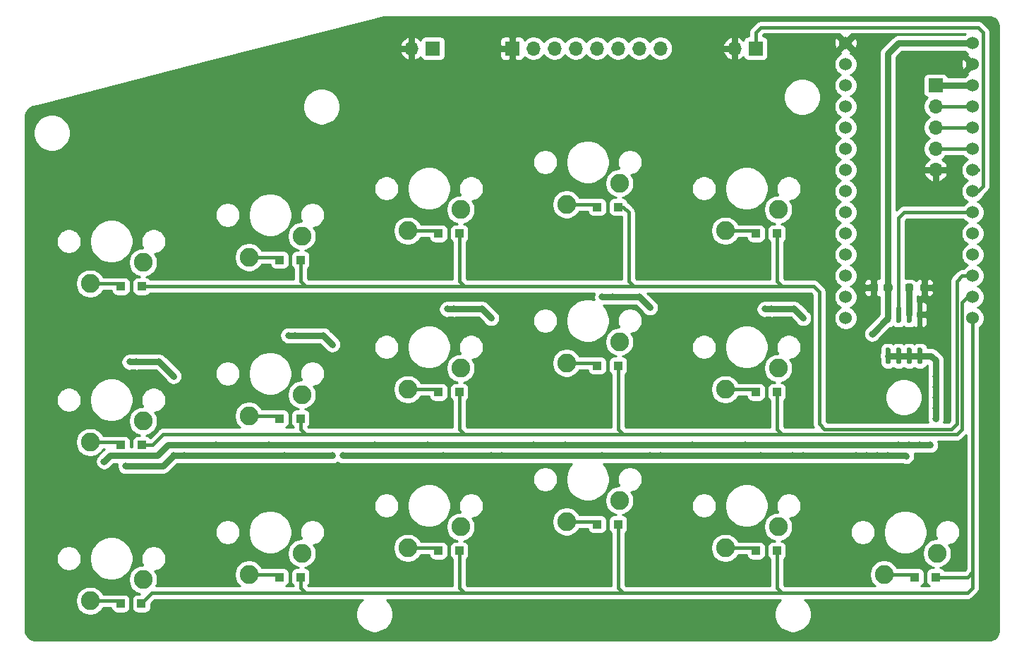
<source format=gbr>
%TF.GenerationSoftware,KiCad,Pcbnew,(5.1.9)-1*%
%TF.CreationDate,2021-07-17T19:18:11-05:00*%
%TF.ProjectId,TartarSauce,54617274-6172-4536-9175-63652e6b6963,rev?*%
%TF.SameCoordinates,Original*%
%TF.FileFunction,Copper,L2,Bot*%
%TF.FilePolarity,Positive*%
%FSLAX46Y46*%
G04 Gerber Fmt 4.6, Leading zero omitted, Abs format (unit mm)*
G04 Created by KiCad (PCBNEW (5.1.9)-1) date 2021-07-17 19:18:11*
%MOMM*%
%LPD*%
G01*
G04 APERTURE LIST*
%TA.AperFunction,ComponentPad*%
%ADD10C,1.524000*%
%TD*%
%TA.AperFunction,ComponentPad*%
%ADD11C,2.250000*%
%TD*%
%TA.AperFunction,ComponentPad*%
%ADD12O,1.700000X1.700000*%
%TD*%
%TA.AperFunction,ComponentPad*%
%ADD13R,1.700000X1.700000*%
%TD*%
%TA.AperFunction,SMDPad,CuDef*%
%ADD14R,1.000000X1.000000*%
%TD*%
%TA.AperFunction,ViaPad*%
%ADD15C,0.800000*%
%TD*%
%TA.AperFunction,Conductor*%
%ADD16C,0.762000*%
%TD*%
%TA.AperFunction,Conductor*%
%ADD17C,0.381000*%
%TD*%
%TA.AperFunction,Conductor*%
%ADD18C,0.254000*%
%TD*%
%TA.AperFunction,Conductor*%
%ADD19C,0.100000*%
%TD*%
G04 APERTURE END LIST*
D10*
%TO.P,U1,1*%
%TO.N,GND*%
X128270000Y-36195000D03*
%TO.P,U1,2*%
%TO.N,OLED_CS*%
X128270000Y-38735000D03*
%TO.P,U1,3*%
%TO.N,OLED_RST*%
X128270000Y-41275000D03*
%TO.P,U1,4*%
%TO.N,OLED_D_C*%
X128270000Y-43815000D03*
%TO.P,U1,5*%
%TO.N,OLED_CLK*%
X128270000Y-46355000D03*
%TO.P,U1,6*%
%TO.N,OLED_DATA*%
X128270000Y-48895000D03*
%TO.P,U1,7*%
%TO.N,Net-(U1-Pad7)*%
X128270000Y-51435000D03*
%TO.P,U1,8*%
%TO.N,Net-(U1-Pad8)*%
X128270000Y-53975000D03*
%TO.P,U1,9*%
%TO.N,/Col[4]*%
X128270000Y-56515000D03*
%TO.P,U1,10*%
%TO.N,/Col[3]*%
X128270000Y-59055000D03*
%TO.P,U1,11*%
%TO.N,/Col[2]*%
X128270000Y-61595000D03*
%TO.P,U1,12*%
%TO.N,/Col[1]*%
X128270000Y-64135000D03*
%TO.P,U1,13*%
%TO.N,/Col[0]*%
X128270000Y-66675000D03*
%TO.P,U1,14*%
%TO.N,/Col[5]*%
X128270000Y-69215000D03*
%TO.P,U1,15*%
%TO.N,+5V*%
X143510000Y-36195000D03*
%TO.P,U1,16*%
%TO.N,GND*%
X143510000Y-38735000D03*
%TO.P,U1,17*%
%TO.N,+3V3*%
X143510000Y-41275000D03*
%TO.P,U1,18*%
%TO.N,THUMB_VERT*%
X143510000Y-43815000D03*
%TO.P,U1,19*%
%TO.N,THUMB_HORI*%
X143510000Y-46355000D03*
%TO.P,U1,20*%
%TO.N,THUMB_L3*%
X143510000Y-48895000D03*
%TO.P,U1,21*%
%TO.N,MISC_0*%
X143510000Y-51435000D03*
%TO.P,U1,22*%
%TO.N,MISC_1*%
X143510000Y-53975000D03*
%TO.P,U1,23*%
%TO.N,LED_EN*%
X143510000Y-56515000D03*
%TO.P,U1,24*%
%TO.N,Net-(U1-Pad24)*%
X143510000Y-59055000D03*
%TO.P,U1,25*%
%TO.N,Net-(U1-Pad25)*%
X143510000Y-61595000D03*
%TO.P,U1,26*%
%TO.N,/Row[0]*%
X143510000Y-64135000D03*
%TO.P,U1,27*%
%TO.N,/Row[1]*%
X143510000Y-66675000D03*
%TO.P,U1,28*%
%TO.N,/Row[2]*%
X143510000Y-69215000D03*
%TD*%
D11*
%TO.P,MX18,1*%
%TO.N,/Col[5]*%
X139215947Y-97468114D03*
%TO.P,MX18,2*%
%TO.N,Net-(D17-Pad2)*%
X132865947Y-100008114D03*
%TD*%
%TO.P,MX11,1*%
%TO.N,/Col[3]*%
X101118395Y-72069746D03*
%TO.P,MX11,2*%
%TO.N,Net-(D11-Pad2)*%
X94768395Y-74609746D03*
%TD*%
D12*
%TO.P,J1,5*%
%TO.N,GND*%
X139065000Y-51435000D03*
%TO.P,J1,4*%
%TO.N,THUMB_L3*%
X139065000Y-48895000D03*
%TO.P,J1,3*%
%TO.N,THUMB_HORI*%
X139065000Y-46355000D03*
%TO.P,J1,2*%
%TO.N,THUMB_VERT*%
X139065000Y-43815000D03*
D13*
%TO.P,J1,1*%
%TO.N,+3V3*%
X139065000Y-41275000D03*
%TD*%
D11*
%TO.P,MX15,1*%
%TO.N,/Col[4]*%
X120167171Y-94293318D03*
%TO.P,MX15,2*%
%TO.N,Net-(D15-Pad2)*%
X113817171Y-96833318D03*
%TD*%
%TO.P,MX14,1*%
%TO.N,/Col[4]*%
X120167171Y-75244542D03*
%TO.P,MX14,2*%
%TO.N,Net-(D14-Pad2)*%
X113817171Y-77784542D03*
%TD*%
%TO.P,MX13,1*%
%TO.N,/Col[4]*%
X120167171Y-56195766D03*
%TO.P,MX13,2*%
%TO.N,Net-(D13-Pad2)*%
X113817171Y-58735766D03*
%TD*%
%TO.P,MX12,1*%
%TO.N,/Col[3]*%
X101118395Y-91118522D03*
%TO.P,MX12,2*%
%TO.N,Net-(D12-Pad2)*%
X94768395Y-93658522D03*
%TD*%
%TO.P,MX10,1*%
%TO.N,/Col[3]*%
X101118395Y-53020970D03*
%TO.P,MX10,2*%
%TO.N,Net-(D10-Pad2)*%
X94768395Y-55560970D03*
%TD*%
%TO.P,MX9,1*%
%TO.N,/Col[2]*%
X82069619Y-94293318D03*
%TO.P,MX9,2*%
%TO.N,Net-(D9-Pad2)*%
X75719619Y-96833318D03*
%TD*%
%TO.P,MX8,1*%
%TO.N,/Col[2]*%
X82069619Y-75244542D03*
%TO.P,MX8,2*%
%TO.N,Net-(D8-Pad2)*%
X75719619Y-77784542D03*
%TD*%
%TO.P,MX7,1*%
%TO.N,/Col[2]*%
X82069619Y-56195766D03*
%TO.P,MX7,2*%
%TO.N,Net-(D7-Pad2)*%
X75719619Y-58735766D03*
%TD*%
%TO.P,MX6,1*%
%TO.N,/Col[1]*%
X63020843Y-97468114D03*
%TO.P,MX6,2*%
%TO.N,Net-(D6-Pad2)*%
X56670843Y-100008114D03*
%TD*%
%TO.P,MX5,1*%
%TO.N,/Col[1]*%
X63020843Y-78419338D03*
%TO.P,MX5,2*%
%TO.N,Net-(D5-Pad2)*%
X56670843Y-80959338D03*
%TD*%
%TO.P,MX4,1*%
%TO.N,/Col[1]*%
X63020843Y-59370562D03*
%TO.P,MX4,2*%
%TO.N,Net-(D4-Pad2)*%
X56670843Y-61910562D03*
%TD*%
%TO.P,MX3,1*%
%TO.N,/Col[0]*%
X43972067Y-100642910D03*
%TO.P,MX3,2*%
%TO.N,Net-(D3-Pad2)*%
X37622067Y-103182910D03*
%TD*%
%TO.P,MX2,1*%
%TO.N,/Col[0]*%
X43972067Y-81594134D03*
%TO.P,MX2,2*%
%TO.N,Net-(D2-Pad2)*%
X37622067Y-84134134D03*
%TD*%
%TO.P,MX1,1*%
%TO.N,/Col[0]*%
X43972067Y-62545358D03*
%TO.P,MX1,2*%
%TO.N,Net-(D1-Pad2)*%
X37622067Y-65085358D03*
%TD*%
D12*
%TO.P,J4,2*%
%TO.N,GND*%
X114935000Y-36830000D03*
D13*
%TO.P,J4,1*%
%TO.N,MISC_1*%
X117475000Y-36830000D03*
%TD*%
D12*
%TO.P,J3,2*%
%TO.N,GND*%
X76195308Y-36829388D03*
D13*
%TO.P,J3,1*%
%TO.N,MISC_0*%
X78735308Y-36829388D03*
%TD*%
D14*
%TO.P,D17,2*%
%TO.N,Net-(D17-Pad2)*%
X136565000Y-100330000D03*
%TO.P,D17,1*%
%TO.N,/Row[2]*%
X139065000Y-100330000D03*
%TD*%
%TO.P,D15,2*%
%TO.N,Net-(D15-Pad2)*%
X117515000Y-97155000D03*
%TO.P,D15,1*%
%TO.N,/Row[2]*%
X120015000Y-97155000D03*
%TD*%
%TO.P,D14,2*%
%TO.N,Net-(D14-Pad2)*%
X117515000Y-78105000D03*
%TO.P,D14,1*%
%TO.N,/Row[1]*%
X120015000Y-78105000D03*
%TD*%
%TO.P,D13,2*%
%TO.N,Net-(D13-Pad2)*%
X117515000Y-59055000D03*
%TO.P,D13,1*%
%TO.N,/Row[0]*%
X120015000Y-59055000D03*
%TD*%
%TO.P,D12,2*%
%TO.N,Net-(D12-Pad2)*%
X98465000Y-93980000D03*
%TO.P,D12,1*%
%TO.N,/Row[2]*%
X100965000Y-93980000D03*
%TD*%
%TO.P,D11,2*%
%TO.N,Net-(D11-Pad2)*%
X98465000Y-74930000D03*
%TO.P,D11,1*%
%TO.N,/Row[1]*%
X100965000Y-74930000D03*
%TD*%
%TO.P,D10,2*%
%TO.N,Net-(D10-Pad2)*%
X98465000Y-55880000D03*
%TO.P,D10,1*%
%TO.N,/Row[0]*%
X100965000Y-55880000D03*
%TD*%
%TO.P,D9,2*%
%TO.N,Net-(D9-Pad2)*%
X79415000Y-97155000D03*
%TO.P,D9,1*%
%TO.N,/Row[2]*%
X81915000Y-97155000D03*
%TD*%
%TO.P,D8,2*%
%TO.N,Net-(D8-Pad2)*%
X79415000Y-78105000D03*
%TO.P,D8,1*%
%TO.N,/Row[1]*%
X81915000Y-78105000D03*
%TD*%
%TO.P,D7,2*%
%TO.N,Net-(D7-Pad2)*%
X79415000Y-59055000D03*
%TO.P,D7,1*%
%TO.N,/Row[0]*%
X81915000Y-59055000D03*
%TD*%
%TO.P,D6,2*%
%TO.N,Net-(D6-Pad2)*%
X60365000Y-100330000D03*
%TO.P,D6,1*%
%TO.N,/Row[2]*%
X62865000Y-100330000D03*
%TD*%
%TO.P,D5,2*%
%TO.N,Net-(D5-Pad2)*%
X60365000Y-81280000D03*
%TO.P,D5,1*%
%TO.N,/Row[1]*%
X62865000Y-81280000D03*
%TD*%
%TO.P,D4,2*%
%TO.N,Net-(D4-Pad2)*%
X60365000Y-62230000D03*
%TO.P,D4,1*%
%TO.N,/Row[0]*%
X62865000Y-62230000D03*
%TD*%
%TO.P,D3,2*%
%TO.N,Net-(D3-Pad2)*%
X41275000Y-103505000D03*
%TO.P,D3,1*%
%TO.N,/Row[2]*%
X43775000Y-103505000D03*
%TD*%
%TO.P,D2,2*%
%TO.N,Net-(D2-Pad2)*%
X41315000Y-84455000D03*
%TO.P,D2,1*%
%TO.N,/Row[1]*%
X43815000Y-84455000D03*
%TD*%
%TO.P,D1,2*%
%TO.N,Net-(D1-Pad2)*%
X41315000Y-65405000D03*
%TO.P,D1,1*%
%TO.N,/Row[0]*%
X43815000Y-65405000D03*
%TD*%
%TO.P,U2,8*%
%TO.N,LED_CAT*%
%TA.AperFunction,SMDPad,CuDef*%
G36*
G01*
X133200000Y-72775027D02*
X133500000Y-72775027D01*
G75*
G02*
X133650000Y-72925027I0J-150000D01*
G01*
X133650000Y-74575027D01*
G75*
G02*
X133500000Y-74725027I-150000J0D01*
G01*
X133200000Y-74725027D01*
G75*
G02*
X133050000Y-74575027I0J150000D01*
G01*
X133050000Y-72925027D01*
G75*
G02*
X133200000Y-72775027I150000J0D01*
G01*
G37*
%TD.AperFunction*%
%TO.P,U2,7*%
%TA.AperFunction,SMDPad,CuDef*%
G36*
G01*
X134470000Y-72775027D02*
X134770000Y-72775027D01*
G75*
G02*
X134920000Y-72925027I0J-150000D01*
G01*
X134920000Y-74575027D01*
G75*
G02*
X134770000Y-74725027I-150000J0D01*
G01*
X134470000Y-74725027D01*
G75*
G02*
X134320000Y-74575027I0J150000D01*
G01*
X134320000Y-72925027D01*
G75*
G02*
X134470000Y-72775027I150000J0D01*
G01*
G37*
%TD.AperFunction*%
%TO.P,U2,6*%
%TA.AperFunction,SMDPad,CuDef*%
G36*
G01*
X135740000Y-72775027D02*
X136040000Y-72775027D01*
G75*
G02*
X136190000Y-72925027I0J-150000D01*
G01*
X136190000Y-74575027D01*
G75*
G02*
X136040000Y-74725027I-150000J0D01*
G01*
X135740000Y-74725027D01*
G75*
G02*
X135590000Y-74575027I0J150000D01*
G01*
X135590000Y-72925027D01*
G75*
G02*
X135740000Y-72775027I150000J0D01*
G01*
G37*
%TD.AperFunction*%
%TO.P,U2,5*%
%TA.AperFunction,SMDPad,CuDef*%
G36*
G01*
X137010000Y-72775027D02*
X137310000Y-72775027D01*
G75*
G02*
X137460000Y-72925027I0J-150000D01*
G01*
X137460000Y-74575027D01*
G75*
G02*
X137310000Y-74725027I-150000J0D01*
G01*
X137010000Y-74725027D01*
G75*
G02*
X136860000Y-74575027I0J150000D01*
G01*
X136860000Y-72925027D01*
G75*
G02*
X137010000Y-72775027I150000J0D01*
G01*
G37*
%TD.AperFunction*%
%TO.P,U2,4*%
%TO.N,GND*%
%TA.AperFunction,SMDPad,CuDef*%
G36*
G01*
X137010000Y-67825027D02*
X137310000Y-67825027D01*
G75*
G02*
X137460000Y-67975027I0J-150000D01*
G01*
X137460000Y-69625027D01*
G75*
G02*
X137310000Y-69775027I-150000J0D01*
G01*
X137010000Y-69775027D01*
G75*
G02*
X136860000Y-69625027I0J150000D01*
G01*
X136860000Y-67975027D01*
G75*
G02*
X137010000Y-67825027I150000J0D01*
G01*
G37*
%TD.AperFunction*%
%TO.P,U2,3*%
%TO.N,Net-(R1-Pad2)*%
%TA.AperFunction,SMDPad,CuDef*%
G36*
G01*
X135740000Y-67825027D02*
X136040000Y-67825027D01*
G75*
G02*
X136190000Y-67975027I0J-150000D01*
G01*
X136190000Y-69625027D01*
G75*
G02*
X136040000Y-69775027I-150000J0D01*
G01*
X135740000Y-69775027D01*
G75*
G02*
X135590000Y-69625027I0J150000D01*
G01*
X135590000Y-67975027D01*
G75*
G02*
X135740000Y-67825027I150000J0D01*
G01*
G37*
%TD.AperFunction*%
%TO.P,U2,2*%
%TO.N,LED_EN*%
%TA.AperFunction,SMDPad,CuDef*%
G36*
G01*
X134470000Y-67825027D02*
X134770000Y-67825027D01*
G75*
G02*
X134920000Y-67975027I0J-150000D01*
G01*
X134920000Y-69625027D01*
G75*
G02*
X134770000Y-69775027I-150000J0D01*
G01*
X134470000Y-69775027D01*
G75*
G02*
X134320000Y-69625027I0J150000D01*
G01*
X134320000Y-67975027D01*
G75*
G02*
X134470000Y-67825027I150000J0D01*
G01*
G37*
%TD.AperFunction*%
%TO.P,U2,1*%
%TO.N,+5V*%
%TA.AperFunction,SMDPad,CuDef*%
G36*
G01*
X133200000Y-67825027D02*
X133500000Y-67825027D01*
G75*
G02*
X133650000Y-67975027I0J-150000D01*
G01*
X133650000Y-69625027D01*
G75*
G02*
X133500000Y-69775027I-150000J0D01*
G01*
X133200000Y-69775027D01*
G75*
G02*
X133050000Y-69625027I0J150000D01*
G01*
X133050000Y-67975027D01*
G75*
G02*
X133200000Y-67825027I150000J0D01*
G01*
G37*
%TD.AperFunction*%
%TD*%
%TO.P,R1,2*%
%TO.N,Net-(R1-Pad2)*%
%TA.AperFunction,SMDPad,CuDef*%
G36*
G01*
X136377500Y-65326403D02*
X136377500Y-65801403D01*
G75*
G02*
X136140000Y-66038903I-237500J0D01*
G01*
X135640000Y-66038903D01*
G75*
G02*
X135402500Y-65801403I0J237500D01*
G01*
X135402500Y-65326403D01*
G75*
G02*
X135640000Y-65088903I237500J0D01*
G01*
X136140000Y-65088903D01*
G75*
G02*
X136377500Y-65326403I0J-237500D01*
G01*
G37*
%TD.AperFunction*%
%TO.P,R1,1*%
%TO.N,GND*%
%TA.AperFunction,SMDPad,CuDef*%
G36*
G01*
X138202500Y-65326403D02*
X138202500Y-65801403D01*
G75*
G02*
X137965000Y-66038903I-237500J0D01*
G01*
X137465000Y-66038903D01*
G75*
G02*
X137227500Y-65801403I0J237500D01*
G01*
X137227500Y-65326403D01*
G75*
G02*
X137465000Y-65088903I237500J0D01*
G01*
X137965000Y-65088903D01*
G75*
G02*
X138202500Y-65326403I0J-237500D01*
G01*
G37*
%TD.AperFunction*%
%TD*%
D12*
%TO.P,J2,8*%
%TO.N,OLED_CS*%
X106039696Y-36829388D03*
%TO.P,J2,7*%
%TO.N,OLED_RST*%
X103499696Y-36829388D03*
%TO.P,J2,6*%
%TO.N,OLED_D_C*%
X100959696Y-36829388D03*
%TO.P,J2,5*%
%TO.N,OLED_CLK*%
X98419696Y-36829388D03*
%TO.P,J2,4*%
%TO.N,OLED_DATA*%
X95879696Y-36829388D03*
%TO.P,J2,3*%
%TO.N,+3V3*%
X93339696Y-36829388D03*
%TO.P,J2,2*%
%TO.N,Net-(J2-Pad2)*%
X90799696Y-36829388D03*
D13*
%TO.P,J2,1*%
%TO.N,GND*%
X88259696Y-36829388D03*
%TD*%
%TO.P,C1,2*%
%TO.N,+5V*%
%TA.AperFunction,SMDPad,CuDef*%
G36*
G01*
X132812500Y-65801403D02*
X132812500Y-65326403D01*
G75*
G02*
X133050000Y-65088903I237500J0D01*
G01*
X133650000Y-65088903D01*
G75*
G02*
X133887500Y-65326403I0J-237500D01*
G01*
X133887500Y-65801403D01*
G75*
G02*
X133650000Y-66038903I-237500J0D01*
G01*
X133050000Y-66038903D01*
G75*
G02*
X132812500Y-65801403I0J237500D01*
G01*
G37*
%TD.AperFunction*%
%TO.P,C1,1*%
%TO.N,GND*%
%TA.AperFunction,SMDPad,CuDef*%
G36*
G01*
X131087500Y-65801403D02*
X131087500Y-65326403D01*
G75*
G02*
X131325000Y-65088903I237500J0D01*
G01*
X131925000Y-65088903D01*
G75*
G02*
X132162500Y-65326403I0J-237500D01*
G01*
X132162500Y-65801403D01*
G75*
G02*
X131925000Y-66038903I-237500J0D01*
G01*
X131325000Y-66038903D01*
G75*
G02*
X131087500Y-65801403I0J237500D01*
G01*
G37*
%TD.AperFunction*%
%TD*%
D15*
%TO.N,+5V*%
X41910000Y-86995000D03*
X60960000Y-85725000D03*
X80010000Y-85725000D03*
X99060000Y-85725000D03*
X118110000Y-85725000D03*
X47625000Y-85725000D03*
X43180000Y-74482134D03*
X42357866Y-74482134D03*
X47625000Y-76200000D03*
X45907134Y-74482134D03*
X48895000Y-85725000D03*
X67945000Y-85725000D03*
X66675000Y-85725000D03*
X62230000Y-71307338D03*
X61407662Y-71307338D03*
X66675000Y-72390000D03*
X65592338Y-71307338D03*
X81279119Y-68132542D03*
X85725000Y-69215000D03*
X85725000Y-85725000D03*
X86995000Y-85725000D03*
X80457458Y-68132542D03*
X84642542Y-68132542D03*
X106045000Y-85725000D03*
X104775000Y-85725000D03*
X100327895Y-66675000D03*
X104775000Y-67945000D03*
X103505000Y-66675000D03*
X99060000Y-66675000D03*
X123190000Y-85725000D03*
X121920000Y-85725000D03*
X135511947Y-85783672D03*
X131445000Y-71120000D03*
X132080000Y-85725000D03*
X133350000Y-85725000D03*
X130810000Y-85725000D03*
X129540000Y-85725000D03*
X119376671Y-68132542D03*
X118557458Y-68132542D03*
X123190000Y-69215000D03*
X122107542Y-68132542D03*
%TO.N,GND*%
X136367321Y-63658903D03*
X138272321Y-63658903D03*
X140177321Y-63658903D03*
X140177321Y-65563903D03*
X140177321Y-67468903D03*
X140177321Y-69373903D03*
X140177321Y-71278903D03*
X140970000Y-38735000D03*
X136525000Y-38735000D03*
X136525000Y-41275000D03*
X136525000Y-43815000D03*
X136525000Y-46355000D03*
X136525000Y-48895000D03*
X136525000Y-51435000D03*
%TO.N,LED_CAT*%
X139065000Y-81280000D03*
X139065000Y-76200000D03*
X139065000Y-77470000D03*
X139065000Y-78740000D03*
X139065000Y-80010000D03*
X39287067Y-86442933D03*
X59055000Y-84455000D03*
X78105000Y-84455000D03*
X94615000Y-84455000D03*
X116205000Y-84455000D03*
X90805000Y-84455000D03*
X109855000Y-84455000D03*
X71755000Y-84455000D03*
X52705000Y-84455000D03*
X138430000Y-84455000D03*
X137160000Y-84455000D03*
X135890000Y-84455000D03*
X134620000Y-84455000D03*
%TD*%
D16*
%TO.N,+5V*%
X133350000Y-65563903D02*
X133350000Y-68800027D01*
X133350000Y-65563903D02*
X133350000Y-37465000D01*
X134620000Y-36195000D02*
X143510000Y-36195000D01*
X133350000Y-37465000D02*
X134620000Y-36195000D01*
X41910000Y-86995000D02*
X46355000Y-86995000D01*
X46355000Y-86995000D02*
X47625000Y-85725000D01*
X45907134Y-74482134D02*
X45907134Y-74482134D01*
X43180000Y-74482134D02*
X45907134Y-74482134D01*
X45907134Y-74482134D02*
X46355000Y-74930000D01*
X49530000Y-85725000D02*
X48895000Y-85725000D01*
X47625000Y-85725000D02*
X49530000Y-85725000D01*
X49530000Y-85725000D02*
X60960000Y-85725000D01*
X67945000Y-85725000D02*
X80010000Y-85725000D01*
X60960000Y-85725000D02*
X66675000Y-85725000D01*
X61407662Y-71307338D02*
X65592338Y-71307338D01*
X84642542Y-68132542D02*
X85725000Y-69215000D01*
X81279119Y-68132542D02*
X84642542Y-68132542D01*
X80010000Y-85725000D02*
X85725000Y-85725000D01*
X86995000Y-85725000D02*
X99060000Y-85725000D01*
X81279119Y-68132542D02*
X80457458Y-68132542D01*
X106045000Y-85725000D02*
X118110000Y-85725000D01*
X99060000Y-85725000D02*
X104775000Y-85725000D01*
X103505000Y-66675000D02*
X104775000Y-67945000D01*
X100327895Y-66675000D02*
X103505000Y-66675000D01*
X100327895Y-66675000D02*
X99060000Y-66675000D01*
X118110000Y-85725000D02*
X121920000Y-85725000D01*
X135453275Y-85725000D02*
X135511947Y-85783672D01*
X133350000Y-69215000D02*
X131445000Y-71120000D01*
X133350000Y-68800027D02*
X133350000Y-69215000D01*
X130175000Y-85725000D02*
X130810000Y-85725000D01*
X131445000Y-85725000D02*
X132080000Y-85725000D01*
X128905000Y-85725000D02*
X129540000Y-85725000D01*
X121920000Y-85725000D02*
X128905000Y-85725000D01*
X133985000Y-85725000D02*
X135453275Y-85725000D01*
X132715000Y-85725000D02*
X133350000Y-85725000D01*
X132080000Y-85725000D02*
X132715000Y-85725000D01*
X133350000Y-85725000D02*
X133985000Y-85725000D01*
X130810000Y-85725000D02*
X131445000Y-85725000D01*
X129540000Y-85725000D02*
X130175000Y-85725000D01*
X122107542Y-68132542D02*
X123190000Y-69215000D01*
X118557458Y-68132542D02*
X122107542Y-68132542D01*
X104775000Y-85725000D02*
X106045000Y-85725000D01*
X86995000Y-85725000D02*
X85725000Y-85725000D01*
X45907134Y-74482134D02*
X47625000Y-76200000D01*
X65592338Y-71307338D02*
X66675000Y-72390000D01*
X42357866Y-74482134D02*
X43180000Y-74482134D01*
D17*
%TO.N,THUMB_L3*%
X139065000Y-48895000D02*
X143510000Y-48895000D01*
%TO.N,THUMB_HORI*%
X139065000Y-46355000D02*
X143510000Y-46355000D01*
%TO.N,THUMB_VERT*%
X139065000Y-43815000D02*
X143510000Y-43815000D01*
D16*
%TO.N,+3V3*%
X139065000Y-41275000D02*
X143510000Y-41275000D01*
D17*
%TO.N,/Row[0]*%
X62865000Y-64770000D02*
X63500000Y-65405000D01*
X62865000Y-62230000D02*
X62865000Y-64770000D01*
X43815000Y-65405000D02*
X63500000Y-65405000D01*
X81915000Y-59055000D02*
X81915000Y-64770000D01*
X81915000Y-64770000D02*
X82550000Y-65405000D01*
X63500000Y-65405000D02*
X82550000Y-65405000D01*
X82550000Y-65405000D02*
X101600000Y-65405000D01*
X120015000Y-64770000D02*
X120650000Y-65405000D01*
X120015000Y-59055000D02*
X120015000Y-64770000D01*
X102870000Y-65405000D02*
X120650000Y-65405000D01*
X101600000Y-65405000D02*
X102870000Y-65405000D01*
X102235000Y-56515000D02*
X101600000Y-55880000D01*
X101600000Y-55880000D02*
X100965000Y-55880000D01*
X102235000Y-64770000D02*
X102235000Y-56515000D01*
X102870000Y-65405000D02*
X102235000Y-64770000D01*
X142240000Y-64135000D02*
X143510000Y-64135000D01*
X141605000Y-64770000D02*
X142240000Y-64135000D01*
X141605000Y-81915000D02*
X141605000Y-64770000D01*
X140970000Y-82550000D02*
X141605000Y-81915000D01*
X125730000Y-82550000D02*
X140970000Y-82550000D01*
X125095000Y-81915000D02*
X125730000Y-82550000D01*
X125095000Y-66040000D02*
X125095000Y-81915000D01*
X124460000Y-65405000D02*
X125095000Y-66040000D01*
X120650000Y-65405000D02*
X124460000Y-65405000D01*
%TO.N,/Row[1]*%
X142875000Y-66675000D02*
X143510000Y-66675000D01*
X142240000Y-67310000D02*
X142875000Y-66675000D01*
X142240000Y-82550000D02*
X142240000Y-67310000D01*
X141605000Y-83185000D02*
X142240000Y-82550000D01*
X45085000Y-84455000D02*
X46355000Y-83185000D01*
X43815000Y-84455000D02*
X45085000Y-84455000D01*
X62865000Y-82550000D02*
X63500000Y-83185000D01*
X63500000Y-83185000D02*
X64135000Y-83185000D01*
X62865000Y-81280000D02*
X62865000Y-82550000D01*
X46355000Y-83185000D02*
X63500000Y-83185000D01*
X81915000Y-78105000D02*
X81915000Y-82550000D01*
X81915000Y-82550000D02*
X82550000Y-83185000D01*
X64135000Y-83185000D02*
X82550000Y-83185000D01*
X100965000Y-82550000D02*
X101600000Y-83185000D01*
X100965000Y-74930000D02*
X100965000Y-82550000D01*
X82550000Y-83185000D02*
X101600000Y-83185000D01*
X120015000Y-78105000D02*
X120015000Y-82550000D01*
X120650000Y-83185000D02*
X141605000Y-83185000D01*
X120015000Y-82550000D02*
X120650000Y-83185000D01*
X101600000Y-83185000D02*
X120650000Y-83185000D01*
%TO.N,/Row[2]*%
X143510000Y-93345000D02*
X143510000Y-69215000D01*
X142875000Y-100330000D02*
X143510000Y-99695000D01*
X139065000Y-100330000D02*
X142875000Y-100330000D01*
X143510000Y-99695000D02*
X143510000Y-93345000D01*
X143510000Y-101600000D02*
X142875000Y-102235000D01*
X143510000Y-101600000D02*
X143510000Y-99695000D01*
X101600000Y-102235000D02*
X100965000Y-101600000D01*
X100965000Y-93980000D02*
X100965000Y-101600000D01*
X120650000Y-102235000D02*
X120015000Y-101600000D01*
X120015000Y-97155000D02*
X120015000Y-101600000D01*
X82550000Y-102235000D02*
X81915000Y-101600000D01*
X101600000Y-102235000D02*
X82550000Y-102235000D01*
X81915000Y-97155000D02*
X81915000Y-101600000D01*
X63500000Y-102235000D02*
X62865000Y-101600000D01*
X82550000Y-102235000D02*
X63500000Y-102235000D01*
X62865000Y-100330000D02*
X62865000Y-101600000D01*
X45045000Y-102235000D02*
X43775000Y-103505000D01*
X63500000Y-102235000D02*
X45045000Y-102235000D01*
X101600000Y-102235000D02*
X121285000Y-102235000D01*
X121285000Y-102235000D02*
X120650000Y-102235000D01*
X142875000Y-102235000D02*
X121285000Y-102235000D01*
D16*
%TO.N,Net-(R1-Pad2)*%
X135890000Y-68800027D02*
X135890000Y-65563903D01*
D17*
%TO.N,Net-(D1-Pad2)*%
X40995358Y-65085358D02*
X41315000Y-65405000D01*
X37622067Y-65085358D02*
X40995358Y-65085358D01*
%TO.N,Net-(D2-Pad2)*%
X40994134Y-84134134D02*
X41315000Y-84455000D01*
X37622067Y-84134134D02*
X40994134Y-84134134D01*
%TO.N,Net-(D3-Pad2)*%
X40952910Y-103182910D02*
X41275000Y-103505000D01*
X37622067Y-103182910D02*
X40952910Y-103182910D01*
%TO.N,Net-(D4-Pad2)*%
X60045562Y-61910562D02*
X60365000Y-62230000D01*
X56670843Y-61910562D02*
X60045562Y-61910562D01*
%TO.N,Net-(D5-Pad2)*%
X60044338Y-80959338D02*
X60365000Y-81280000D01*
X56670843Y-80959338D02*
X60044338Y-80959338D01*
%TO.N,Net-(D6-Pad2)*%
X60043114Y-100008114D02*
X60365000Y-100330000D01*
X56670843Y-100008114D02*
X60043114Y-100008114D01*
%TO.N,Net-(D7-Pad2)*%
X79095766Y-58735766D02*
X79415000Y-59055000D01*
X75719619Y-58735766D02*
X79095766Y-58735766D01*
%TO.N,Net-(D8-Pad2)*%
X79094542Y-77784542D02*
X79415000Y-78105000D01*
X75719619Y-77784542D02*
X79094542Y-77784542D01*
%TO.N,Net-(D9-Pad2)*%
X79093318Y-96833318D02*
X79415000Y-97155000D01*
X75719619Y-96833318D02*
X79093318Y-96833318D01*
%TO.N,Net-(D10-Pad2)*%
X98145970Y-55560970D02*
X98465000Y-55880000D01*
X94768395Y-55560970D02*
X98145970Y-55560970D01*
%TO.N,Net-(D11-Pad2)*%
X98144746Y-74609746D02*
X98465000Y-74930000D01*
X94768395Y-74609746D02*
X98144746Y-74609746D01*
%TO.N,Net-(D12-Pad2)*%
X98143522Y-93658522D02*
X98465000Y-93980000D01*
X94768395Y-93658522D02*
X98143522Y-93658522D01*
%TO.N,Net-(D13-Pad2)*%
X117195766Y-58735766D02*
X117515000Y-59055000D01*
X113817171Y-58735766D02*
X117195766Y-58735766D01*
%TO.N,Net-(D14-Pad2)*%
X117194542Y-77784542D02*
X117515000Y-78105000D01*
X113817171Y-77784542D02*
X117194542Y-77784542D01*
%TO.N,Net-(D15-Pad2)*%
X117193318Y-96833318D02*
X117515000Y-97155000D01*
X113817171Y-96833318D02*
X117193318Y-96833318D01*
%TO.N,Net-(D17-Pad2)*%
X136243114Y-100008114D02*
X136565000Y-100330000D01*
X132865947Y-100008114D02*
X136243114Y-100008114D01*
%TO.N,MISC_0*%
X143510000Y-51435000D02*
X144145000Y-51435000D01*
%TO.N,MISC_1*%
X118110000Y-34290000D02*
X117475000Y-34925000D01*
X144145000Y-34290000D02*
X118110000Y-34290000D01*
X144780000Y-53340000D02*
X144780000Y-34925000D01*
X117475000Y-34925000D02*
X117475000Y-36830000D01*
X144780000Y-34925000D02*
X144145000Y-34290000D01*
X144145000Y-53975000D02*
X144780000Y-53340000D01*
X143510000Y-53975000D02*
X144145000Y-53975000D01*
D16*
%TO.N,LED_CAT*%
X137160000Y-73750027D02*
X133350000Y-73750027D01*
X138520027Y-73750027D02*
X139065000Y-74295000D01*
X137160000Y-73750027D02*
X138520027Y-73750027D01*
X139065000Y-76200000D02*
X139065000Y-74295000D01*
X139065000Y-81280000D02*
X139065000Y-76200000D01*
X45720000Y-85725000D02*
X46990000Y-84455000D01*
X40005000Y-85725000D02*
X45720000Y-85725000D01*
X39287067Y-86442933D02*
X40005000Y-85725000D01*
X90805000Y-84455000D02*
X94615000Y-84455000D01*
X78105000Y-84455000D02*
X90805000Y-84455000D01*
X109855000Y-84455000D02*
X116205000Y-84455000D01*
X94615000Y-84455000D02*
X109855000Y-84455000D01*
X71755000Y-84455000D02*
X78105000Y-84455000D01*
X59055000Y-84455000D02*
X71755000Y-84455000D01*
X52705000Y-84455000D02*
X59055000Y-84455000D01*
X46990000Y-84455000D02*
X52705000Y-84455000D01*
X116205000Y-84455000D02*
X132715000Y-84455000D01*
X135255000Y-84455000D02*
X135255000Y-84455000D01*
X135255000Y-84455000D02*
X135890000Y-84455000D01*
X136525000Y-84455000D02*
X137160000Y-84455000D01*
X137160000Y-84455000D02*
X138430000Y-84455000D01*
X135890000Y-84455000D02*
X136525000Y-84455000D01*
X134620000Y-84455000D02*
X135255000Y-84455000D01*
X132715000Y-84455000D02*
X134620000Y-84455000D01*
D17*
%TO.N,LED_EN*%
X134620000Y-68800027D02*
X134620000Y-57150000D01*
X134620000Y-57150000D02*
X135255000Y-56515000D01*
X135255000Y-56515000D02*
X143510000Y-56515000D01*
%TD*%
D18*
%TO.N,GND*%
X145656204Y-33071815D02*
X145888226Y-33141867D01*
X146102222Y-33255650D01*
X146290041Y-33408832D01*
X146444530Y-33595577D01*
X146559801Y-33808769D01*
X146631472Y-34040300D01*
X146660001Y-34311734D01*
X146660000Y-106647723D01*
X146633185Y-106921205D01*
X146563133Y-107153226D01*
X146449350Y-107367222D01*
X146296169Y-107555039D01*
X146109424Y-107709529D01*
X145896231Y-107824802D01*
X145664701Y-107896472D01*
X145393276Y-107925000D01*
X31147277Y-107925000D01*
X30873795Y-107898185D01*
X30641774Y-107828133D01*
X30427778Y-107714350D01*
X30239961Y-107561169D01*
X30085471Y-107374424D01*
X29970198Y-107161231D01*
X29898528Y-106929701D01*
X29870000Y-106658276D01*
X29870000Y-103009565D01*
X35862067Y-103009565D01*
X35862067Y-103356255D01*
X35929703Y-103696283D01*
X36062375Y-104016583D01*
X36254986Y-104304845D01*
X36500132Y-104549991D01*
X36788394Y-104742602D01*
X37108694Y-104875274D01*
X37448722Y-104942910D01*
X37795412Y-104942910D01*
X38135440Y-104875274D01*
X38455740Y-104742602D01*
X38744002Y-104549991D01*
X38989148Y-104304845D01*
X39181759Y-104016583D01*
X39185144Y-104008410D01*
X40137264Y-104008410D01*
X40149188Y-104129482D01*
X40185498Y-104249180D01*
X40244463Y-104359494D01*
X40323815Y-104456185D01*
X40420506Y-104535537D01*
X40530820Y-104594502D01*
X40650518Y-104630812D01*
X40775000Y-104643072D01*
X41775000Y-104643072D01*
X41899482Y-104630812D01*
X42019180Y-104594502D01*
X42129494Y-104535537D01*
X42226185Y-104456185D01*
X42305537Y-104359494D01*
X42364502Y-104249180D01*
X42400812Y-104129482D01*
X42413072Y-104005000D01*
X42413072Y-103005000D01*
X42400812Y-102880518D01*
X42364502Y-102760820D01*
X42305537Y-102650506D01*
X42226185Y-102553815D01*
X42129494Y-102474463D01*
X42019180Y-102415498D01*
X41899482Y-102379188D01*
X41775000Y-102366928D01*
X41090104Y-102366928D01*
X40993463Y-102357410D01*
X40993460Y-102357410D01*
X40952910Y-102353416D01*
X40912360Y-102357410D01*
X39185144Y-102357410D01*
X39181759Y-102349237D01*
X38989148Y-102060975D01*
X38744002Y-101815829D01*
X38455740Y-101623218D01*
X38135440Y-101490546D01*
X37795412Y-101422910D01*
X37448722Y-101422910D01*
X37108694Y-101490546D01*
X36788394Y-101623218D01*
X36500132Y-101815829D01*
X36254986Y-102060975D01*
X36062375Y-102349237D01*
X35929703Y-102669537D01*
X35862067Y-103009565D01*
X29870000Y-103009565D01*
X29870000Y-97954188D01*
X33572067Y-97954188D01*
X33572067Y-98251632D01*
X33630096Y-98543361D01*
X33743923Y-98818163D01*
X33909174Y-99065479D01*
X34119498Y-99275803D01*
X34366814Y-99441054D01*
X34641616Y-99554881D01*
X34933345Y-99612910D01*
X35230789Y-99612910D01*
X35522518Y-99554881D01*
X35797320Y-99441054D01*
X36044636Y-99275803D01*
X36254960Y-99065479D01*
X36420211Y-98818163D01*
X36534038Y-98543361D01*
X36592067Y-98251632D01*
X36592067Y-97954188D01*
X36570147Y-97843986D01*
X37533167Y-97843986D01*
X37533167Y-98361834D01*
X37634194Y-98869732D01*
X37832366Y-99348161D01*
X38120067Y-99778736D01*
X38486241Y-100144910D01*
X38916816Y-100432611D01*
X39395245Y-100630783D01*
X39903143Y-100731810D01*
X40420991Y-100731810D01*
X40928889Y-100630783D01*
X41407318Y-100432611D01*
X41837893Y-100144910D01*
X42204067Y-99778736D01*
X42491768Y-99348161D01*
X42689940Y-98869732D01*
X42790967Y-98361834D01*
X42790967Y-97843986D01*
X42689940Y-97336088D01*
X42491768Y-96857659D01*
X42204067Y-96427084D01*
X41837893Y-96060910D01*
X41407318Y-95773209D01*
X40928889Y-95575037D01*
X40420991Y-95474010D01*
X39903143Y-95474010D01*
X39395245Y-95575037D01*
X38916816Y-95773209D01*
X38486241Y-96060910D01*
X38120067Y-96427084D01*
X37832366Y-96857659D01*
X37634194Y-97336088D01*
X37533167Y-97843986D01*
X36570147Y-97843986D01*
X36534038Y-97662459D01*
X36420211Y-97387657D01*
X36254960Y-97140341D01*
X36044636Y-96930017D01*
X35797320Y-96764766D01*
X35522518Y-96650939D01*
X35230789Y-96592910D01*
X34933345Y-96592910D01*
X34641616Y-96650939D01*
X34366814Y-96764766D01*
X34119498Y-96930017D01*
X33909174Y-97140341D01*
X33743923Y-97387657D01*
X33630096Y-97662459D01*
X33572067Y-97954188D01*
X29870000Y-97954188D01*
X29870000Y-94779392D01*
X52620843Y-94779392D01*
X52620843Y-95076836D01*
X52678872Y-95368565D01*
X52792699Y-95643367D01*
X52957950Y-95890683D01*
X53168274Y-96101007D01*
X53415590Y-96266258D01*
X53690392Y-96380085D01*
X53982121Y-96438114D01*
X54279565Y-96438114D01*
X54571294Y-96380085D01*
X54846096Y-96266258D01*
X55093412Y-96101007D01*
X55303736Y-95890683D01*
X55468987Y-95643367D01*
X55582814Y-95368565D01*
X55640843Y-95076836D01*
X55640843Y-94779392D01*
X55618923Y-94669190D01*
X56581943Y-94669190D01*
X56581943Y-95187038D01*
X56682970Y-95694936D01*
X56881142Y-96173365D01*
X57168843Y-96603940D01*
X57535017Y-96970114D01*
X57965592Y-97257815D01*
X58444021Y-97455987D01*
X58951919Y-97557014D01*
X59469767Y-97557014D01*
X59977665Y-97455987D01*
X60456094Y-97257815D01*
X60886669Y-96970114D01*
X61252843Y-96603940D01*
X61540544Y-96173365D01*
X61738716Y-95694936D01*
X61839743Y-95187038D01*
X61839743Y-94669190D01*
X61738716Y-94161292D01*
X61540544Y-93682863D01*
X61252843Y-93252288D01*
X60886669Y-92886114D01*
X60456094Y-92598413D01*
X59977665Y-92400241D01*
X59469767Y-92299214D01*
X58951919Y-92299214D01*
X58444021Y-92400241D01*
X57965592Y-92598413D01*
X57535017Y-92886114D01*
X57168843Y-93252288D01*
X56881142Y-93682863D01*
X56682970Y-94161292D01*
X56581943Y-94669190D01*
X55618923Y-94669190D01*
X55582814Y-94487663D01*
X55468987Y-94212861D01*
X55303736Y-93965545D01*
X55093412Y-93755221D01*
X54846096Y-93589970D01*
X54571294Y-93476143D01*
X54279565Y-93418114D01*
X53982121Y-93418114D01*
X53690392Y-93476143D01*
X53415590Y-93589970D01*
X53168274Y-93755221D01*
X52957950Y-93965545D01*
X52792699Y-94212861D01*
X52678872Y-94487663D01*
X52620843Y-94779392D01*
X29870000Y-94779392D01*
X29870000Y-91604596D01*
X71669619Y-91604596D01*
X71669619Y-91902040D01*
X71727648Y-92193769D01*
X71841475Y-92468571D01*
X72006726Y-92715887D01*
X72217050Y-92926211D01*
X72464366Y-93091462D01*
X72739168Y-93205289D01*
X73030897Y-93263318D01*
X73328341Y-93263318D01*
X73620070Y-93205289D01*
X73894872Y-93091462D01*
X74142188Y-92926211D01*
X74352512Y-92715887D01*
X74517763Y-92468571D01*
X74631590Y-92193769D01*
X74689619Y-91902040D01*
X74689619Y-91604596D01*
X74667699Y-91494394D01*
X75630719Y-91494394D01*
X75630719Y-92012242D01*
X75731746Y-92520140D01*
X75929918Y-92998569D01*
X76217619Y-93429144D01*
X76583793Y-93795318D01*
X77014368Y-94083019D01*
X77492797Y-94281191D01*
X78000695Y-94382218D01*
X78518543Y-94382218D01*
X79026441Y-94281191D01*
X79504870Y-94083019D01*
X79935445Y-93795318D01*
X80301619Y-93429144D01*
X80589320Y-92998569D01*
X80787492Y-92520140D01*
X80888519Y-92012242D01*
X80888519Y-91494394D01*
X80787492Y-90986496D01*
X80589320Y-90508067D01*
X80301619Y-90077492D01*
X79935445Y-89711318D01*
X79504870Y-89423617D01*
X79026441Y-89225445D01*
X78518543Y-89124418D01*
X78000695Y-89124418D01*
X77492797Y-89225445D01*
X77014368Y-89423617D01*
X76583793Y-89711318D01*
X76217619Y-90077492D01*
X75929918Y-90508067D01*
X75731746Y-90986496D01*
X75630719Y-91494394D01*
X74667699Y-91494394D01*
X74631590Y-91312867D01*
X74517763Y-91038065D01*
X74352512Y-90790749D01*
X74142188Y-90580425D01*
X73894872Y-90415174D01*
X73620070Y-90301347D01*
X73328341Y-90243318D01*
X73030897Y-90243318D01*
X72739168Y-90301347D01*
X72464366Y-90415174D01*
X72217050Y-90580425D01*
X72006726Y-90790749D01*
X71841475Y-91038065D01*
X71727648Y-91312867D01*
X71669619Y-91604596D01*
X29870000Y-91604596D01*
X29870000Y-88429800D01*
X90718395Y-88429800D01*
X90718395Y-88727244D01*
X90776424Y-89018973D01*
X90890251Y-89293775D01*
X91055502Y-89541091D01*
X91265826Y-89751415D01*
X91513142Y-89916666D01*
X91787944Y-90030493D01*
X92079673Y-90088522D01*
X92377117Y-90088522D01*
X92668846Y-90030493D01*
X92943648Y-89916666D01*
X93190964Y-89751415D01*
X93401288Y-89541091D01*
X93566539Y-89293775D01*
X93680366Y-89018973D01*
X93738395Y-88727244D01*
X93738395Y-88429800D01*
X93680366Y-88138071D01*
X93566539Y-87863269D01*
X93401288Y-87615953D01*
X93190964Y-87405629D01*
X92943648Y-87240378D01*
X92668846Y-87126551D01*
X92377117Y-87068522D01*
X92079673Y-87068522D01*
X91787944Y-87126551D01*
X91513142Y-87240378D01*
X91265826Y-87405629D01*
X91055502Y-87615953D01*
X90890251Y-87863269D01*
X90776424Y-88138071D01*
X90718395Y-88429800D01*
X29870000Y-88429800D01*
X29870000Y-83960789D01*
X35862067Y-83960789D01*
X35862067Y-84307479D01*
X35929703Y-84647507D01*
X36062375Y-84967807D01*
X36254986Y-85256069D01*
X36500132Y-85501215D01*
X36788394Y-85693826D01*
X37108694Y-85826498D01*
X37448722Y-85894134D01*
X37795412Y-85894134D01*
X38135440Y-85826498D01*
X38455740Y-85693826D01*
X38744002Y-85501215D01*
X38989148Y-85256069D01*
X39181759Y-84967807D01*
X39185144Y-84959634D01*
X39336072Y-84959634D01*
X39283104Y-85003104D01*
X39251293Y-85041866D01*
X38708272Y-85584888D01*
X38627293Y-85638996D01*
X38483130Y-85783159D01*
X38369862Y-85952677D01*
X38291841Y-86141035D01*
X38252067Y-86340994D01*
X38252067Y-86544872D01*
X38291841Y-86744831D01*
X38369862Y-86933189D01*
X38483130Y-87102707D01*
X38627293Y-87246870D01*
X38796811Y-87360138D01*
X38985169Y-87438159D01*
X39185128Y-87477933D01*
X39389006Y-87477933D01*
X39588965Y-87438159D01*
X39777323Y-87360138D01*
X39946841Y-87246870D01*
X40091004Y-87102707D01*
X40145112Y-87021728D01*
X40425841Y-86741000D01*
X40905247Y-86741000D01*
X40875000Y-86893061D01*
X40875000Y-87096939D01*
X40914774Y-87296898D01*
X40992795Y-87485256D01*
X41106063Y-87654774D01*
X41250226Y-87798937D01*
X41419744Y-87912205D01*
X41608102Y-87990226D01*
X41808061Y-88030000D01*
X42011939Y-88030000D01*
X42107459Y-88011000D01*
X46305098Y-88011000D01*
X46355000Y-88015915D01*
X46404902Y-88011000D01*
X46554171Y-87996298D01*
X46745687Y-87938202D01*
X46922190Y-87843860D01*
X47076896Y-87716896D01*
X47108712Y-87678128D01*
X48045841Y-86741000D01*
X48697541Y-86741000D01*
X48793061Y-86760000D01*
X48996939Y-86760000D01*
X49092459Y-86741000D01*
X60762541Y-86741000D01*
X60858061Y-86760000D01*
X61061939Y-86760000D01*
X61157459Y-86741000D01*
X66477541Y-86741000D01*
X66573061Y-86760000D01*
X66776939Y-86760000D01*
X66976898Y-86720226D01*
X67165256Y-86642205D01*
X67310000Y-86545490D01*
X67454744Y-86642205D01*
X67643102Y-86720226D01*
X67843061Y-86760000D01*
X68046939Y-86760000D01*
X68142459Y-86741000D01*
X79812541Y-86741000D01*
X79908061Y-86760000D01*
X80111939Y-86760000D01*
X80207459Y-86741000D01*
X85527541Y-86741000D01*
X85623061Y-86760000D01*
X85826939Y-86760000D01*
X85922459Y-86741000D01*
X86797541Y-86741000D01*
X86893061Y-86760000D01*
X87096939Y-86760000D01*
X87192459Y-86741000D01*
X95428091Y-86741000D01*
X95266395Y-86902696D01*
X94978694Y-87333271D01*
X94780522Y-87811700D01*
X94679495Y-88319598D01*
X94679495Y-88837446D01*
X94780522Y-89345344D01*
X94978694Y-89823773D01*
X95266395Y-90254348D01*
X95632569Y-90620522D01*
X96063144Y-90908223D01*
X96541573Y-91106395D01*
X97049471Y-91207422D01*
X97567319Y-91207422D01*
X98075217Y-91106395D01*
X98553646Y-90908223D01*
X98984221Y-90620522D01*
X99350395Y-90254348D01*
X99638096Y-89823773D01*
X99836268Y-89345344D01*
X99937295Y-88837446D01*
X99937295Y-88319598D01*
X99836268Y-87811700D01*
X99638096Y-87333271D01*
X99350395Y-86902696D01*
X99200107Y-86752408D01*
X99257459Y-86741000D01*
X104577541Y-86741000D01*
X104673061Y-86760000D01*
X104876939Y-86760000D01*
X104972459Y-86741000D01*
X105847541Y-86741000D01*
X105943061Y-86760000D01*
X106146939Y-86760000D01*
X106242459Y-86741000D01*
X117912541Y-86741000D01*
X118008061Y-86760000D01*
X118211939Y-86760000D01*
X118307459Y-86741000D01*
X121722541Y-86741000D01*
X121818061Y-86760000D01*
X122021939Y-86760000D01*
X122117459Y-86741000D01*
X122992541Y-86741000D01*
X123088061Y-86760000D01*
X123291939Y-86760000D01*
X123387459Y-86741000D01*
X129342541Y-86741000D01*
X129438061Y-86760000D01*
X129641939Y-86760000D01*
X129737459Y-86741000D01*
X130612541Y-86741000D01*
X130708061Y-86760000D01*
X130911939Y-86760000D01*
X131007459Y-86741000D01*
X131882541Y-86741000D01*
X131978061Y-86760000D01*
X132181939Y-86760000D01*
X132277459Y-86741000D01*
X133152541Y-86741000D01*
X133248061Y-86760000D01*
X133451939Y-86760000D01*
X133547459Y-86741000D01*
X135118556Y-86741000D01*
X135210049Y-86778898D01*
X135410008Y-86818672D01*
X135613886Y-86818672D01*
X135813845Y-86778898D01*
X136002203Y-86700877D01*
X136171721Y-86587609D01*
X136315884Y-86443446D01*
X136429152Y-86273928D01*
X136507173Y-86085570D01*
X136546947Y-85885611D01*
X136546947Y-85681733D01*
X136507173Y-85481774D01*
X136502710Y-85471000D01*
X136962541Y-85471000D01*
X137058061Y-85490000D01*
X137261939Y-85490000D01*
X137357459Y-85471000D01*
X138232541Y-85471000D01*
X138328061Y-85490000D01*
X138531939Y-85490000D01*
X138731898Y-85450226D01*
X138920256Y-85372205D01*
X139089774Y-85258937D01*
X139233937Y-85114774D01*
X139347205Y-84945256D01*
X139425226Y-84756898D01*
X139465000Y-84556939D01*
X139465000Y-84353061D01*
X139425226Y-84153102D01*
X139366158Y-84010500D01*
X141564450Y-84010500D01*
X141605000Y-84014494D01*
X141645550Y-84010500D01*
X141645553Y-84010500D01*
X141766826Y-83998556D01*
X141922434Y-83951353D01*
X142065842Y-83874699D01*
X142191541Y-83771541D01*
X142217397Y-83740035D01*
X142684500Y-83272933D01*
X142684500Y-93385552D01*
X142684501Y-93385562D01*
X142684500Y-99353067D01*
X142533067Y-99504500D01*
X140111035Y-99504500D01*
X140095537Y-99475506D01*
X140016185Y-99378815D01*
X139919494Y-99299463D01*
X139809180Y-99240498D01*
X139689482Y-99204188D01*
X139569154Y-99192337D01*
X139729320Y-99160478D01*
X140049620Y-99027806D01*
X140337882Y-98835195D01*
X140583028Y-98590049D01*
X140775639Y-98301787D01*
X140908311Y-97981487D01*
X140975947Y-97641459D01*
X140975947Y-97294769D01*
X140908311Y-96954741D01*
X140775639Y-96634441D01*
X140643309Y-96436395D01*
X140926398Y-96380085D01*
X141201200Y-96266258D01*
X141448516Y-96101007D01*
X141658840Y-95890683D01*
X141824091Y-95643367D01*
X141937918Y-95368565D01*
X141995947Y-95076836D01*
X141995947Y-94779392D01*
X141937918Y-94487663D01*
X141824091Y-94212861D01*
X141658840Y-93965545D01*
X141448516Y-93755221D01*
X141201200Y-93589970D01*
X140926398Y-93476143D01*
X140634669Y-93418114D01*
X140337225Y-93418114D01*
X140045496Y-93476143D01*
X139770694Y-93589970D01*
X139523378Y-93755221D01*
X139313054Y-93965545D01*
X139147803Y-94212861D01*
X139033976Y-94487663D01*
X138975947Y-94779392D01*
X138975947Y-95076836D01*
X139033976Y-95368565D01*
X139147803Y-95643367D01*
X139191065Y-95708114D01*
X139042602Y-95708114D01*
X138702574Y-95775750D01*
X138382274Y-95908422D01*
X138094012Y-96101033D01*
X137848866Y-96346179D01*
X137656255Y-96634441D01*
X137523583Y-96954741D01*
X137455947Y-97294769D01*
X137455947Y-97641459D01*
X137523583Y-97981487D01*
X137656255Y-98301787D01*
X137848866Y-98590049D01*
X138094012Y-98835195D01*
X138382274Y-99027806D01*
X138702574Y-99160478D01*
X138860683Y-99191928D01*
X138565000Y-99191928D01*
X138440518Y-99204188D01*
X138320820Y-99240498D01*
X138210506Y-99299463D01*
X138113815Y-99378815D01*
X138034463Y-99475506D01*
X137975498Y-99585820D01*
X137939188Y-99705518D01*
X137926928Y-99830000D01*
X137926928Y-100830000D01*
X137939188Y-100954482D01*
X137975498Y-101074180D01*
X138034463Y-101184494D01*
X138113815Y-101281185D01*
X138210506Y-101360537D01*
X138302108Y-101409500D01*
X137327892Y-101409500D01*
X137419494Y-101360537D01*
X137516185Y-101281185D01*
X137595537Y-101184494D01*
X137654502Y-101074180D01*
X137690812Y-100954482D01*
X137703072Y-100830000D01*
X137703072Y-99830000D01*
X137690812Y-99705518D01*
X137654502Y-99585820D01*
X137595537Y-99475506D01*
X137516185Y-99378815D01*
X137419494Y-99299463D01*
X137309180Y-99240498D01*
X137189482Y-99204188D01*
X137065000Y-99191928D01*
X136378236Y-99191928D01*
X136283667Y-99182614D01*
X136283664Y-99182614D01*
X136243114Y-99178620D01*
X136202564Y-99182614D01*
X134429024Y-99182614D01*
X134425639Y-99174441D01*
X134233028Y-98886179D01*
X133987882Y-98641033D01*
X133699620Y-98448422D01*
X133379320Y-98315750D01*
X133039292Y-98248114D01*
X132692602Y-98248114D01*
X132352574Y-98315750D01*
X132032274Y-98448422D01*
X131744012Y-98641033D01*
X131498866Y-98886179D01*
X131306255Y-99174441D01*
X131173583Y-99494741D01*
X131105947Y-99834769D01*
X131105947Y-100181459D01*
X131173583Y-100521487D01*
X131306255Y-100841787D01*
X131498866Y-101130049D01*
X131744012Y-101375195D01*
X131795353Y-101409500D01*
X120991933Y-101409500D01*
X120840500Y-101258067D01*
X120840500Y-98201035D01*
X120869494Y-98185537D01*
X120966185Y-98106185D01*
X121045537Y-98009494D01*
X121104502Y-97899180D01*
X121140812Y-97779482D01*
X121153072Y-97655000D01*
X121153072Y-96655000D01*
X121140812Y-96530518D01*
X121104502Y-96410820D01*
X121045537Y-96300506D01*
X120966185Y-96203815D01*
X120869494Y-96124463D01*
X120759180Y-96065498D01*
X120639482Y-96029188D01*
X120520659Y-96017485D01*
X120680544Y-95985682D01*
X121000844Y-95853010D01*
X121289106Y-95660399D01*
X121534252Y-95415253D01*
X121726863Y-95126991D01*
X121859535Y-94806691D01*
X121864965Y-94779392D01*
X128815947Y-94779392D01*
X128815947Y-95076836D01*
X128873976Y-95368565D01*
X128987803Y-95643367D01*
X129153054Y-95890683D01*
X129363378Y-96101007D01*
X129610694Y-96266258D01*
X129885496Y-96380085D01*
X130177225Y-96438114D01*
X130474669Y-96438114D01*
X130766398Y-96380085D01*
X131041200Y-96266258D01*
X131288516Y-96101007D01*
X131498840Y-95890683D01*
X131664091Y-95643367D01*
X131777918Y-95368565D01*
X131835947Y-95076836D01*
X131835947Y-94779392D01*
X131814027Y-94669190D01*
X132777047Y-94669190D01*
X132777047Y-95187038D01*
X132878074Y-95694936D01*
X133076246Y-96173365D01*
X133363947Y-96603940D01*
X133730121Y-96970114D01*
X134160696Y-97257815D01*
X134639125Y-97455987D01*
X135147023Y-97557014D01*
X135664871Y-97557014D01*
X136172769Y-97455987D01*
X136651198Y-97257815D01*
X137081773Y-96970114D01*
X137447947Y-96603940D01*
X137735648Y-96173365D01*
X137933820Y-95694936D01*
X138034847Y-95187038D01*
X138034847Y-94669190D01*
X137933820Y-94161292D01*
X137735648Y-93682863D01*
X137447947Y-93252288D01*
X137081773Y-92886114D01*
X136651198Y-92598413D01*
X136172769Y-92400241D01*
X135664871Y-92299214D01*
X135147023Y-92299214D01*
X134639125Y-92400241D01*
X134160696Y-92598413D01*
X133730121Y-92886114D01*
X133363947Y-93252288D01*
X133076246Y-93682863D01*
X132878074Y-94161292D01*
X132777047Y-94669190D01*
X131814027Y-94669190D01*
X131777918Y-94487663D01*
X131664091Y-94212861D01*
X131498840Y-93965545D01*
X131288516Y-93755221D01*
X131041200Y-93589970D01*
X130766398Y-93476143D01*
X130474669Y-93418114D01*
X130177225Y-93418114D01*
X129885496Y-93476143D01*
X129610694Y-93589970D01*
X129363378Y-93755221D01*
X129153054Y-93965545D01*
X128987803Y-94212861D01*
X128873976Y-94487663D01*
X128815947Y-94779392D01*
X121864965Y-94779392D01*
X121927171Y-94466663D01*
X121927171Y-94119973D01*
X121859535Y-93779945D01*
X121726863Y-93459645D01*
X121594533Y-93261599D01*
X121877622Y-93205289D01*
X122152424Y-93091462D01*
X122399740Y-92926211D01*
X122610064Y-92715887D01*
X122775315Y-92468571D01*
X122889142Y-92193769D01*
X122947171Y-91902040D01*
X122947171Y-91604596D01*
X122889142Y-91312867D01*
X122775315Y-91038065D01*
X122610064Y-90790749D01*
X122399740Y-90580425D01*
X122152424Y-90415174D01*
X121877622Y-90301347D01*
X121585893Y-90243318D01*
X121288449Y-90243318D01*
X120996720Y-90301347D01*
X120721918Y-90415174D01*
X120474602Y-90580425D01*
X120264278Y-90790749D01*
X120099027Y-91038065D01*
X119985200Y-91312867D01*
X119927171Y-91604596D01*
X119927171Y-91902040D01*
X119985200Y-92193769D01*
X120099027Y-92468571D01*
X120142289Y-92533318D01*
X119993826Y-92533318D01*
X119653798Y-92600954D01*
X119333498Y-92733626D01*
X119045236Y-92926237D01*
X118800090Y-93171383D01*
X118607479Y-93459645D01*
X118474807Y-93779945D01*
X118407171Y-94119973D01*
X118407171Y-94466663D01*
X118474807Y-94806691D01*
X118607479Y-95126991D01*
X118800090Y-95415253D01*
X119045236Y-95660399D01*
X119333498Y-95853010D01*
X119653798Y-95985682D01*
X119810882Y-96016928D01*
X119515000Y-96016928D01*
X119390518Y-96029188D01*
X119270820Y-96065498D01*
X119160506Y-96124463D01*
X119063815Y-96203815D01*
X118984463Y-96300506D01*
X118925498Y-96410820D01*
X118889188Y-96530518D01*
X118876928Y-96655000D01*
X118876928Y-97655000D01*
X118889188Y-97779482D01*
X118925498Y-97899180D01*
X118984463Y-98009494D01*
X119063815Y-98106185D01*
X119160506Y-98185537D01*
X119189500Y-98201035D01*
X119189501Y-101409500D01*
X101941933Y-101409500D01*
X101790500Y-101258067D01*
X101790500Y-96659973D01*
X112057171Y-96659973D01*
X112057171Y-97006663D01*
X112124807Y-97346691D01*
X112257479Y-97666991D01*
X112450090Y-97955253D01*
X112695236Y-98200399D01*
X112983498Y-98393010D01*
X113303798Y-98525682D01*
X113643826Y-98593318D01*
X113990516Y-98593318D01*
X114330544Y-98525682D01*
X114650844Y-98393010D01*
X114939106Y-98200399D01*
X115184252Y-97955253D01*
X115376863Y-97666991D01*
X115380248Y-97658818D01*
X116377304Y-97658818D01*
X116389188Y-97779482D01*
X116425498Y-97899180D01*
X116484463Y-98009494D01*
X116563815Y-98106185D01*
X116660506Y-98185537D01*
X116770820Y-98244502D01*
X116890518Y-98280812D01*
X117015000Y-98293072D01*
X118015000Y-98293072D01*
X118139482Y-98280812D01*
X118259180Y-98244502D01*
X118369494Y-98185537D01*
X118466185Y-98106185D01*
X118545537Y-98009494D01*
X118604502Y-97899180D01*
X118640812Y-97779482D01*
X118653072Y-97655000D01*
X118653072Y-96655000D01*
X118640812Y-96530518D01*
X118604502Y-96410820D01*
X118545537Y-96300506D01*
X118466185Y-96203815D01*
X118369494Y-96124463D01*
X118259180Y-96065498D01*
X118139482Y-96029188D01*
X118015000Y-96016928D01*
X117326369Y-96016928D01*
X117233871Y-96007818D01*
X117233868Y-96007818D01*
X117193318Y-96003824D01*
X117152768Y-96007818D01*
X115380248Y-96007818D01*
X115376863Y-95999645D01*
X115184252Y-95711383D01*
X114939106Y-95466237D01*
X114650844Y-95273626D01*
X114330544Y-95140954D01*
X113990516Y-95073318D01*
X113643826Y-95073318D01*
X113303798Y-95140954D01*
X112983498Y-95273626D01*
X112695236Y-95466237D01*
X112450090Y-95711383D01*
X112257479Y-95999645D01*
X112124807Y-96319945D01*
X112057171Y-96659973D01*
X101790500Y-96659973D01*
X101790500Y-95026035D01*
X101819494Y-95010537D01*
X101916185Y-94931185D01*
X101995537Y-94834494D01*
X102054502Y-94724180D01*
X102090812Y-94604482D01*
X102103072Y-94480000D01*
X102103072Y-93480000D01*
X102090812Y-93355518D01*
X102054502Y-93235820D01*
X101995537Y-93125506D01*
X101916185Y-93028815D01*
X101819494Y-92949463D01*
X101709180Y-92890498D01*
X101589482Y-92854188D01*
X101472163Y-92842633D01*
X101631768Y-92810886D01*
X101952068Y-92678214D01*
X102240330Y-92485603D01*
X102485476Y-92240457D01*
X102678087Y-91952195D01*
X102810759Y-91631895D01*
X102816189Y-91604596D01*
X109767171Y-91604596D01*
X109767171Y-91902040D01*
X109825200Y-92193769D01*
X109939027Y-92468571D01*
X110104278Y-92715887D01*
X110314602Y-92926211D01*
X110561918Y-93091462D01*
X110836720Y-93205289D01*
X111128449Y-93263318D01*
X111425893Y-93263318D01*
X111717622Y-93205289D01*
X111992424Y-93091462D01*
X112239740Y-92926211D01*
X112450064Y-92715887D01*
X112615315Y-92468571D01*
X112729142Y-92193769D01*
X112787171Y-91902040D01*
X112787171Y-91604596D01*
X112765251Y-91494394D01*
X113728271Y-91494394D01*
X113728271Y-92012242D01*
X113829298Y-92520140D01*
X114027470Y-92998569D01*
X114315171Y-93429144D01*
X114681345Y-93795318D01*
X115111920Y-94083019D01*
X115590349Y-94281191D01*
X116098247Y-94382218D01*
X116616095Y-94382218D01*
X117123993Y-94281191D01*
X117602422Y-94083019D01*
X118032997Y-93795318D01*
X118399171Y-93429144D01*
X118686872Y-92998569D01*
X118885044Y-92520140D01*
X118986071Y-92012242D01*
X118986071Y-91494394D01*
X118885044Y-90986496D01*
X118686872Y-90508067D01*
X118399171Y-90077492D01*
X118032997Y-89711318D01*
X117602422Y-89423617D01*
X117123993Y-89225445D01*
X116616095Y-89124418D01*
X116098247Y-89124418D01*
X115590349Y-89225445D01*
X115111920Y-89423617D01*
X114681345Y-89711318D01*
X114315171Y-90077492D01*
X114027470Y-90508067D01*
X113829298Y-90986496D01*
X113728271Y-91494394D01*
X112765251Y-91494394D01*
X112729142Y-91312867D01*
X112615315Y-91038065D01*
X112450064Y-90790749D01*
X112239740Y-90580425D01*
X111992424Y-90415174D01*
X111717622Y-90301347D01*
X111425893Y-90243318D01*
X111128449Y-90243318D01*
X110836720Y-90301347D01*
X110561918Y-90415174D01*
X110314602Y-90580425D01*
X110104278Y-90790749D01*
X109939027Y-91038065D01*
X109825200Y-91312867D01*
X109767171Y-91604596D01*
X102816189Y-91604596D01*
X102878395Y-91291867D01*
X102878395Y-90945177D01*
X102810759Y-90605149D01*
X102678087Y-90284849D01*
X102545757Y-90086803D01*
X102828846Y-90030493D01*
X103103648Y-89916666D01*
X103350964Y-89751415D01*
X103561288Y-89541091D01*
X103726539Y-89293775D01*
X103840366Y-89018973D01*
X103898395Y-88727244D01*
X103898395Y-88429800D01*
X103840366Y-88138071D01*
X103726539Y-87863269D01*
X103561288Y-87615953D01*
X103350964Y-87405629D01*
X103103648Y-87240378D01*
X102828846Y-87126551D01*
X102537117Y-87068522D01*
X102239673Y-87068522D01*
X101947944Y-87126551D01*
X101673142Y-87240378D01*
X101425826Y-87405629D01*
X101215502Y-87615953D01*
X101050251Y-87863269D01*
X100936424Y-88138071D01*
X100878395Y-88429800D01*
X100878395Y-88727244D01*
X100936424Y-89018973D01*
X101050251Y-89293775D01*
X101093513Y-89358522D01*
X100945050Y-89358522D01*
X100605022Y-89426158D01*
X100284722Y-89558830D01*
X99996460Y-89751441D01*
X99751314Y-89996587D01*
X99558703Y-90284849D01*
X99426031Y-90605149D01*
X99358395Y-90945177D01*
X99358395Y-91291867D01*
X99426031Y-91631895D01*
X99558703Y-91952195D01*
X99751314Y-92240457D01*
X99996460Y-92485603D01*
X100284722Y-92678214D01*
X100605022Y-92810886D01*
X100761080Y-92841928D01*
X100465000Y-92841928D01*
X100340518Y-92854188D01*
X100220820Y-92890498D01*
X100110506Y-92949463D01*
X100013815Y-93028815D01*
X99934463Y-93125506D01*
X99875498Y-93235820D01*
X99839188Y-93355518D01*
X99826928Y-93480000D01*
X99826928Y-94480000D01*
X99839188Y-94604482D01*
X99875498Y-94724180D01*
X99934463Y-94834494D01*
X100013815Y-94931185D01*
X100110506Y-95010537D01*
X100139500Y-95026035D01*
X100139501Y-101409500D01*
X82891933Y-101409500D01*
X82740500Y-101258067D01*
X82740500Y-98201035D01*
X82769494Y-98185537D01*
X82866185Y-98106185D01*
X82945537Y-98009494D01*
X83004502Y-97899180D01*
X83040812Y-97779482D01*
X83053072Y-97655000D01*
X83053072Y-96655000D01*
X83040812Y-96530518D01*
X83004502Y-96410820D01*
X82945537Y-96300506D01*
X82866185Y-96203815D01*
X82769494Y-96124463D01*
X82659180Y-96065498D01*
X82539482Y-96029188D01*
X82422296Y-96017647D01*
X82582992Y-95985682D01*
X82903292Y-95853010D01*
X83191554Y-95660399D01*
X83436700Y-95415253D01*
X83629311Y-95126991D01*
X83761983Y-94806691D01*
X83829619Y-94466663D01*
X83829619Y-94119973D01*
X83761983Y-93779945D01*
X83639887Y-93485177D01*
X93008395Y-93485177D01*
X93008395Y-93831867D01*
X93076031Y-94171895D01*
X93208703Y-94492195D01*
X93401314Y-94780457D01*
X93646460Y-95025603D01*
X93934722Y-95218214D01*
X94255022Y-95350886D01*
X94595050Y-95418522D01*
X94941740Y-95418522D01*
X95281768Y-95350886D01*
X95602068Y-95218214D01*
X95890330Y-95025603D01*
X96135476Y-94780457D01*
X96328087Y-94492195D01*
X96331472Y-94484022D01*
X97327324Y-94484022D01*
X97339188Y-94604482D01*
X97375498Y-94724180D01*
X97434463Y-94834494D01*
X97513815Y-94931185D01*
X97610506Y-95010537D01*
X97720820Y-95069502D01*
X97840518Y-95105812D01*
X97965000Y-95118072D01*
X98965000Y-95118072D01*
X99089482Y-95105812D01*
X99209180Y-95069502D01*
X99319494Y-95010537D01*
X99416185Y-94931185D01*
X99495537Y-94834494D01*
X99554502Y-94724180D01*
X99590812Y-94604482D01*
X99603072Y-94480000D01*
X99603072Y-93480000D01*
X99590812Y-93355518D01*
X99554502Y-93235820D01*
X99495537Y-93125506D01*
X99416185Y-93028815D01*
X99319494Y-92949463D01*
X99209180Y-92890498D01*
X99089482Y-92854188D01*
X98965000Y-92841928D01*
X98274502Y-92841928D01*
X98184075Y-92833022D01*
X98184072Y-92833022D01*
X98143522Y-92829028D01*
X98102972Y-92833022D01*
X96331472Y-92833022D01*
X96328087Y-92824849D01*
X96135476Y-92536587D01*
X95890330Y-92291441D01*
X95602068Y-92098830D01*
X95281768Y-91966158D01*
X94941740Y-91898522D01*
X94595050Y-91898522D01*
X94255022Y-91966158D01*
X93934722Y-92098830D01*
X93646460Y-92291441D01*
X93401314Y-92536587D01*
X93208703Y-92824849D01*
X93076031Y-93145149D01*
X93008395Y-93485177D01*
X83639887Y-93485177D01*
X83629311Y-93459645D01*
X83496981Y-93261599D01*
X83780070Y-93205289D01*
X84054872Y-93091462D01*
X84302188Y-92926211D01*
X84512512Y-92715887D01*
X84677763Y-92468571D01*
X84791590Y-92193769D01*
X84849619Y-91902040D01*
X84849619Y-91604596D01*
X84791590Y-91312867D01*
X84677763Y-91038065D01*
X84512512Y-90790749D01*
X84302188Y-90580425D01*
X84054872Y-90415174D01*
X83780070Y-90301347D01*
X83488341Y-90243318D01*
X83190897Y-90243318D01*
X82899168Y-90301347D01*
X82624366Y-90415174D01*
X82377050Y-90580425D01*
X82166726Y-90790749D01*
X82001475Y-91038065D01*
X81887648Y-91312867D01*
X81829619Y-91604596D01*
X81829619Y-91902040D01*
X81887648Y-92193769D01*
X82001475Y-92468571D01*
X82044737Y-92533318D01*
X81896274Y-92533318D01*
X81556246Y-92600954D01*
X81235946Y-92733626D01*
X80947684Y-92926237D01*
X80702538Y-93171383D01*
X80509927Y-93459645D01*
X80377255Y-93779945D01*
X80309619Y-94119973D01*
X80309619Y-94466663D01*
X80377255Y-94806691D01*
X80509927Y-95126991D01*
X80702538Y-95415253D01*
X80947684Y-95660399D01*
X81235946Y-95853010D01*
X81556246Y-95985682D01*
X81713330Y-96016928D01*
X81415000Y-96016928D01*
X81290518Y-96029188D01*
X81170820Y-96065498D01*
X81060506Y-96124463D01*
X80963815Y-96203815D01*
X80884463Y-96300506D01*
X80825498Y-96410820D01*
X80789188Y-96530518D01*
X80776928Y-96655000D01*
X80776928Y-97655000D01*
X80789188Y-97779482D01*
X80825498Y-97899180D01*
X80884463Y-98009494D01*
X80963815Y-98106185D01*
X81060506Y-98185537D01*
X81089500Y-98201035D01*
X81089501Y-101409500D01*
X63841933Y-101409500D01*
X63759850Y-101327417D01*
X63816185Y-101281185D01*
X63895537Y-101184494D01*
X63954502Y-101074180D01*
X63990812Y-100954482D01*
X64003072Y-100830000D01*
X64003072Y-99830000D01*
X63990812Y-99705518D01*
X63954502Y-99585820D01*
X63895537Y-99475506D01*
X63816185Y-99378815D01*
X63719494Y-99299463D01*
X63609180Y-99240498D01*
X63489482Y-99204188D01*
X63372429Y-99192660D01*
X63534216Y-99160478D01*
X63854516Y-99027806D01*
X64142778Y-98835195D01*
X64387924Y-98590049D01*
X64580535Y-98301787D01*
X64713207Y-97981487D01*
X64780843Y-97641459D01*
X64780843Y-97294769D01*
X64713207Y-96954741D01*
X64591111Y-96659973D01*
X73959619Y-96659973D01*
X73959619Y-97006663D01*
X74027255Y-97346691D01*
X74159927Y-97666991D01*
X74352538Y-97955253D01*
X74597684Y-98200399D01*
X74885946Y-98393010D01*
X75206246Y-98525682D01*
X75546274Y-98593318D01*
X75892964Y-98593318D01*
X76232992Y-98525682D01*
X76553292Y-98393010D01*
X76841554Y-98200399D01*
X77086700Y-97955253D01*
X77279311Y-97666991D01*
X77282696Y-97658818D01*
X78277304Y-97658818D01*
X78289188Y-97779482D01*
X78325498Y-97899180D01*
X78384463Y-98009494D01*
X78463815Y-98106185D01*
X78560506Y-98185537D01*
X78670820Y-98244502D01*
X78790518Y-98280812D01*
X78915000Y-98293072D01*
X79915000Y-98293072D01*
X80039482Y-98280812D01*
X80159180Y-98244502D01*
X80269494Y-98185537D01*
X80366185Y-98106185D01*
X80445537Y-98009494D01*
X80504502Y-97899180D01*
X80540812Y-97779482D01*
X80553072Y-97655000D01*
X80553072Y-96655000D01*
X80540812Y-96530518D01*
X80504502Y-96410820D01*
X80445537Y-96300506D01*
X80366185Y-96203815D01*
X80269494Y-96124463D01*
X80159180Y-96065498D01*
X80039482Y-96029188D01*
X79915000Y-96016928D01*
X79226369Y-96016928D01*
X79133871Y-96007818D01*
X79133868Y-96007818D01*
X79093318Y-96003824D01*
X79052768Y-96007818D01*
X77282696Y-96007818D01*
X77279311Y-95999645D01*
X77086700Y-95711383D01*
X76841554Y-95466237D01*
X76553292Y-95273626D01*
X76232992Y-95140954D01*
X75892964Y-95073318D01*
X75546274Y-95073318D01*
X75206246Y-95140954D01*
X74885946Y-95273626D01*
X74597684Y-95466237D01*
X74352538Y-95711383D01*
X74159927Y-95999645D01*
X74027255Y-96319945D01*
X73959619Y-96659973D01*
X64591111Y-96659973D01*
X64580535Y-96634441D01*
X64448205Y-96436395D01*
X64731294Y-96380085D01*
X65006096Y-96266258D01*
X65253412Y-96101007D01*
X65463736Y-95890683D01*
X65628987Y-95643367D01*
X65742814Y-95368565D01*
X65800843Y-95076836D01*
X65800843Y-94779392D01*
X65742814Y-94487663D01*
X65628987Y-94212861D01*
X65463736Y-93965545D01*
X65253412Y-93755221D01*
X65006096Y-93589970D01*
X64731294Y-93476143D01*
X64439565Y-93418114D01*
X64142121Y-93418114D01*
X63850392Y-93476143D01*
X63575590Y-93589970D01*
X63328274Y-93755221D01*
X63117950Y-93965545D01*
X62952699Y-94212861D01*
X62838872Y-94487663D01*
X62780843Y-94779392D01*
X62780843Y-95076836D01*
X62838872Y-95368565D01*
X62952699Y-95643367D01*
X62995961Y-95708114D01*
X62847498Y-95708114D01*
X62507470Y-95775750D01*
X62187170Y-95908422D01*
X61898908Y-96101033D01*
X61653762Y-96346179D01*
X61461151Y-96634441D01*
X61328479Y-96954741D01*
X61260843Y-97294769D01*
X61260843Y-97641459D01*
X61328479Y-97981487D01*
X61461151Y-98301787D01*
X61653762Y-98590049D01*
X61898908Y-98835195D01*
X62187170Y-99027806D01*
X62507470Y-99160478D01*
X62665579Y-99191928D01*
X62365000Y-99191928D01*
X62240518Y-99204188D01*
X62120820Y-99240498D01*
X62010506Y-99299463D01*
X61913815Y-99378815D01*
X61834463Y-99475506D01*
X61775498Y-99585820D01*
X61739188Y-99705518D01*
X61726928Y-99830000D01*
X61726928Y-100830000D01*
X61739188Y-100954482D01*
X61775498Y-101074180D01*
X61834463Y-101184494D01*
X61913815Y-101281185D01*
X62010506Y-101360537D01*
X62039501Y-101376035D01*
X62039501Y-101409500D01*
X61127892Y-101409500D01*
X61219494Y-101360537D01*
X61316185Y-101281185D01*
X61395537Y-101184494D01*
X61454502Y-101074180D01*
X61490812Y-100954482D01*
X61503072Y-100830000D01*
X61503072Y-99830000D01*
X61490812Y-99705518D01*
X61454502Y-99585820D01*
X61395537Y-99475506D01*
X61316185Y-99378815D01*
X61219494Y-99299463D01*
X61109180Y-99240498D01*
X60989482Y-99204188D01*
X60865000Y-99191928D01*
X60178236Y-99191928D01*
X60083667Y-99182614D01*
X60083664Y-99182614D01*
X60043114Y-99178620D01*
X60002564Y-99182614D01*
X58233920Y-99182614D01*
X58230535Y-99174441D01*
X58037924Y-98886179D01*
X57792778Y-98641033D01*
X57504516Y-98448422D01*
X57184216Y-98315750D01*
X56844188Y-98248114D01*
X56497498Y-98248114D01*
X56157470Y-98315750D01*
X55837170Y-98448422D01*
X55548908Y-98641033D01*
X55303762Y-98886179D01*
X55111151Y-99174441D01*
X54978479Y-99494741D01*
X54910843Y-99834769D01*
X54910843Y-100181459D01*
X54978479Y-100521487D01*
X55111151Y-100841787D01*
X55303762Y-101130049D01*
X55548908Y-101375195D01*
X55600249Y-101409500D01*
X45559546Y-101409500D01*
X45664431Y-101156283D01*
X45732067Y-100816255D01*
X45732067Y-100469565D01*
X45664431Y-100129537D01*
X45531759Y-99809237D01*
X45399429Y-99611191D01*
X45682518Y-99554881D01*
X45957320Y-99441054D01*
X46204636Y-99275803D01*
X46414960Y-99065479D01*
X46580211Y-98818163D01*
X46694038Y-98543361D01*
X46752067Y-98251632D01*
X46752067Y-97954188D01*
X46694038Y-97662459D01*
X46580211Y-97387657D01*
X46414960Y-97140341D01*
X46204636Y-96930017D01*
X45957320Y-96764766D01*
X45682518Y-96650939D01*
X45390789Y-96592910D01*
X45093345Y-96592910D01*
X44801616Y-96650939D01*
X44526814Y-96764766D01*
X44279498Y-96930017D01*
X44069174Y-97140341D01*
X43903923Y-97387657D01*
X43790096Y-97662459D01*
X43732067Y-97954188D01*
X43732067Y-98251632D01*
X43790096Y-98543361D01*
X43903923Y-98818163D01*
X43947185Y-98882910D01*
X43798722Y-98882910D01*
X43458694Y-98950546D01*
X43138394Y-99083218D01*
X42850132Y-99275829D01*
X42604986Y-99520975D01*
X42412375Y-99809237D01*
X42279703Y-100129537D01*
X42212067Y-100469565D01*
X42212067Y-100816255D01*
X42279703Y-101156283D01*
X42412375Y-101476583D01*
X42604986Y-101764845D01*
X42850132Y-102009991D01*
X43138394Y-102202602D01*
X43458694Y-102335274D01*
X43617829Y-102366928D01*
X43275000Y-102366928D01*
X43150518Y-102379188D01*
X43030820Y-102415498D01*
X42920506Y-102474463D01*
X42823815Y-102553815D01*
X42744463Y-102650506D01*
X42685498Y-102760820D01*
X42649188Y-102880518D01*
X42636928Y-103005000D01*
X42636928Y-104005000D01*
X42649188Y-104129482D01*
X42685498Y-104249180D01*
X42744463Y-104359494D01*
X42823815Y-104456185D01*
X42920506Y-104535537D01*
X43030820Y-104594502D01*
X43150518Y-104630812D01*
X43275000Y-104643072D01*
X44275000Y-104643072D01*
X44399482Y-104630812D01*
X44519180Y-104594502D01*
X44629494Y-104535537D01*
X44726185Y-104456185D01*
X44805537Y-104359494D01*
X44864502Y-104249180D01*
X44900812Y-104129482D01*
X44913072Y-104005000D01*
X44913072Y-103534360D01*
X45386933Y-103060500D01*
X63459449Y-103060500D01*
X63500000Y-103064494D01*
X63540550Y-103060500D01*
X70308733Y-103060500D01*
X70018962Y-103350271D01*
X69774369Y-103716331D01*
X69605890Y-104123075D01*
X69520000Y-104554872D01*
X69520000Y-104995128D01*
X69605890Y-105426925D01*
X69774369Y-105833669D01*
X70018962Y-106199729D01*
X70330271Y-106511038D01*
X70696331Y-106755631D01*
X71103075Y-106924110D01*
X71534872Y-107010000D01*
X71975128Y-107010000D01*
X72406925Y-106924110D01*
X72813669Y-106755631D01*
X73179729Y-106511038D01*
X73491038Y-106199729D01*
X73735631Y-105833669D01*
X73904110Y-105426925D01*
X73990000Y-104995128D01*
X73990000Y-104554872D01*
X73904110Y-104123075D01*
X73735631Y-103716331D01*
X73491038Y-103350271D01*
X73201267Y-103060500D01*
X82509449Y-103060500D01*
X82550000Y-103064494D01*
X82590550Y-103060500D01*
X101559449Y-103060500D01*
X101600000Y-103064494D01*
X101640550Y-103060500D01*
X120473733Y-103060500D01*
X120183962Y-103350271D01*
X119939369Y-103716331D01*
X119770890Y-104123075D01*
X119685000Y-104554872D01*
X119685000Y-104995128D01*
X119770890Y-105426925D01*
X119939369Y-105833669D01*
X120183962Y-106199729D01*
X120495271Y-106511038D01*
X120861331Y-106755631D01*
X121268075Y-106924110D01*
X121699872Y-107010000D01*
X122140128Y-107010000D01*
X122571925Y-106924110D01*
X122978669Y-106755631D01*
X123344729Y-106511038D01*
X123656038Y-106199729D01*
X123900631Y-105833669D01*
X124069110Y-105426925D01*
X124155000Y-104995128D01*
X124155000Y-104554872D01*
X124069110Y-104123075D01*
X123900631Y-103716331D01*
X123656038Y-103350271D01*
X123366267Y-103060500D01*
X142834450Y-103060500D01*
X142875000Y-103064494D01*
X142915550Y-103060500D01*
X142915553Y-103060500D01*
X143036826Y-103048556D01*
X143192434Y-103001353D01*
X143335842Y-102924699D01*
X143461541Y-102821541D01*
X143487397Y-102790035D01*
X144065045Y-102212388D01*
X144096541Y-102186541D01*
X144122389Y-102155045D01*
X144122392Y-102155042D01*
X144199699Y-102060843D01*
X144276353Y-101917434D01*
X144319815Y-101774157D01*
X144323556Y-101761826D01*
X144335500Y-101640553D01*
X144335500Y-101640551D01*
X144339494Y-101600000D01*
X144335500Y-101559450D01*
X144335500Y-99735551D01*
X144339494Y-99695000D01*
X144335500Y-99654447D01*
X144335500Y-70343575D01*
X144400535Y-70300120D01*
X144595120Y-70105535D01*
X144748005Y-69876727D01*
X144853314Y-69622490D01*
X144907000Y-69352592D01*
X144907000Y-69077408D01*
X144853314Y-68807510D01*
X144748005Y-68553273D01*
X144595120Y-68324465D01*
X144400535Y-68129880D01*
X144171727Y-67976995D01*
X144094485Y-67945000D01*
X144171727Y-67913005D01*
X144400535Y-67760120D01*
X144595120Y-67565535D01*
X144748005Y-67336727D01*
X144853314Y-67082490D01*
X144907000Y-66812592D01*
X144907000Y-66537408D01*
X144853314Y-66267510D01*
X144748005Y-66013273D01*
X144595120Y-65784465D01*
X144400535Y-65589880D01*
X144171727Y-65436995D01*
X144094485Y-65405000D01*
X144171727Y-65373005D01*
X144400535Y-65220120D01*
X144595120Y-65025535D01*
X144748005Y-64796727D01*
X144853314Y-64542490D01*
X144907000Y-64272592D01*
X144907000Y-63997408D01*
X144853314Y-63727510D01*
X144748005Y-63473273D01*
X144595120Y-63244465D01*
X144400535Y-63049880D01*
X144171727Y-62896995D01*
X144094485Y-62865000D01*
X144171727Y-62833005D01*
X144400535Y-62680120D01*
X144595120Y-62485535D01*
X144748005Y-62256727D01*
X144853314Y-62002490D01*
X144907000Y-61732592D01*
X144907000Y-61457408D01*
X144853314Y-61187510D01*
X144748005Y-60933273D01*
X144595120Y-60704465D01*
X144400535Y-60509880D01*
X144171727Y-60356995D01*
X144094485Y-60325000D01*
X144171727Y-60293005D01*
X144400535Y-60140120D01*
X144595120Y-59945535D01*
X144748005Y-59716727D01*
X144853314Y-59462490D01*
X144907000Y-59192592D01*
X144907000Y-58917408D01*
X144853314Y-58647510D01*
X144748005Y-58393273D01*
X144595120Y-58164465D01*
X144400535Y-57969880D01*
X144171727Y-57816995D01*
X144094485Y-57785000D01*
X144171727Y-57753005D01*
X144400535Y-57600120D01*
X144595120Y-57405535D01*
X144748005Y-57176727D01*
X144853314Y-56922490D01*
X144907000Y-56652592D01*
X144907000Y-56377408D01*
X144853314Y-56107510D01*
X144748005Y-55853273D01*
X144595120Y-55624465D01*
X144400535Y-55429880D01*
X144171727Y-55276995D01*
X144094485Y-55245000D01*
X144171727Y-55213005D01*
X144400535Y-55060120D01*
X144595120Y-54865535D01*
X144748005Y-54636727D01*
X144816807Y-54470625D01*
X145335045Y-53952388D01*
X145366541Y-53926541D01*
X145392389Y-53895045D01*
X145392392Y-53895042D01*
X145469699Y-53800843D01*
X145546353Y-53657434D01*
X145589815Y-53514158D01*
X145593556Y-53501826D01*
X145605500Y-53380553D01*
X145605500Y-53380551D01*
X145609494Y-53340000D01*
X145605500Y-53299450D01*
X145605500Y-34965550D01*
X145609494Y-34925000D01*
X145604190Y-34871145D01*
X145593556Y-34763174D01*
X145546353Y-34607566D01*
X145483348Y-34489693D01*
X145469699Y-34464157D01*
X145392392Y-34369958D01*
X145392389Y-34369955D01*
X145366541Y-34338459D01*
X145335044Y-34312610D01*
X144757397Y-33734965D01*
X144731541Y-33703459D01*
X144605842Y-33600301D01*
X144462434Y-33523647D01*
X144306826Y-33476444D01*
X144185553Y-33464500D01*
X144185550Y-33464500D01*
X144145000Y-33460506D01*
X144104450Y-33464500D01*
X118150550Y-33464500D01*
X118110000Y-33460506D01*
X118069449Y-33464500D01*
X118069447Y-33464500D01*
X117948174Y-33476444D01*
X117801249Y-33521013D01*
X117792566Y-33523647D01*
X117649157Y-33600301D01*
X117554958Y-33677608D01*
X117554957Y-33677609D01*
X117523459Y-33703459D01*
X117497610Y-33734956D01*
X116919965Y-34312603D01*
X116888459Y-34338459D01*
X116822846Y-34418410D01*
X116785301Y-34464158D01*
X116745416Y-34538778D01*
X116708647Y-34607567D01*
X116661444Y-34763175D01*
X116650810Y-34871145D01*
X116645506Y-34925000D01*
X116649500Y-34965551D01*
X116649500Y-35341928D01*
X116625000Y-35341928D01*
X116500518Y-35354188D01*
X116380820Y-35390498D01*
X116270506Y-35449463D01*
X116173815Y-35528815D01*
X116094463Y-35625506D01*
X116035498Y-35735820D01*
X116011910Y-35813579D01*
X115836991Y-35650312D01*
X115589514Y-35497010D01*
X115414755Y-35424632D01*
X115189000Y-35528300D01*
X115189000Y-36576000D01*
X115209000Y-36576000D01*
X115209000Y-37084000D01*
X115189000Y-37084000D01*
X115189000Y-38131700D01*
X115414755Y-38235368D01*
X115589514Y-38162990D01*
X115836991Y-38009688D01*
X116011910Y-37846421D01*
X116035498Y-37924180D01*
X116094463Y-38034494D01*
X116173815Y-38131185D01*
X116270506Y-38210537D01*
X116380820Y-38269502D01*
X116500518Y-38305812D01*
X116625000Y-38318072D01*
X118325000Y-38318072D01*
X118449482Y-38305812D01*
X118569180Y-38269502D01*
X118679494Y-38210537D01*
X118776185Y-38131185D01*
X118855537Y-38034494D01*
X118914502Y-37924180D01*
X118950812Y-37804482D01*
X118963072Y-37680000D01*
X118963072Y-36119690D01*
X126868263Y-36119690D01*
X126880505Y-36394602D01*
X126946145Y-36661843D01*
X127003784Y-36800999D01*
X127228556Y-36877234D01*
X127910790Y-36195000D01*
X128629210Y-36195000D01*
X129311444Y-36877234D01*
X129536216Y-36800999D01*
X129630111Y-36542329D01*
X129671737Y-36270310D01*
X129659495Y-35995398D01*
X129593855Y-35728157D01*
X129536216Y-35589001D01*
X129311444Y-35512766D01*
X128629210Y-36195000D01*
X127910790Y-36195000D01*
X127228556Y-35512766D01*
X127003784Y-35589001D01*
X126909889Y-35847671D01*
X126868263Y-36119690D01*
X118963072Y-36119690D01*
X118963072Y-35980000D01*
X118950812Y-35855518D01*
X118914502Y-35735820D01*
X118855537Y-35625506D01*
X118776185Y-35528815D01*
X118679494Y-35449463D01*
X118569180Y-35390498D01*
X118449482Y-35354188D01*
X118325000Y-35341928D01*
X118300500Y-35341928D01*
X118300500Y-35266933D01*
X118451933Y-35115500D01*
X127600673Y-35115500D01*
X127587766Y-35153556D01*
X128270000Y-35835790D01*
X128952234Y-35153556D01*
X128939327Y-35115500D01*
X142613845Y-35115500D01*
X142550345Y-35179000D01*
X134669893Y-35179000D01*
X134619999Y-35174086D01*
X134570105Y-35179000D01*
X134570098Y-35179000D01*
X134420829Y-35193702D01*
X134229313Y-35251798D01*
X134052810Y-35346140D01*
X133898104Y-35473104D01*
X133866292Y-35511867D01*
X132666868Y-36711292D01*
X132628105Y-36743104D01*
X132501141Y-36897810D01*
X132459536Y-36975648D01*
X132406799Y-37074313D01*
X132348702Y-37265830D01*
X132329085Y-37465000D01*
X132334001Y-37514912D01*
X132334000Y-64477354D01*
X132286982Y-64463091D01*
X132162500Y-64450831D01*
X132037750Y-64453903D01*
X131879000Y-64612653D01*
X131879000Y-65309903D01*
X131899000Y-65309903D01*
X131899000Y-65817903D01*
X131879000Y-65817903D01*
X131879000Y-66515153D01*
X132037750Y-66673903D01*
X132162500Y-66676975D01*
X132286982Y-66664715D01*
X132334000Y-66650452D01*
X132334001Y-68750116D01*
X132334000Y-68750126D01*
X132334000Y-68794159D01*
X130866206Y-70261954D01*
X130785226Y-70316063D01*
X130641063Y-70460226D01*
X130527795Y-70629744D01*
X130449774Y-70818102D01*
X130410000Y-71018061D01*
X130410000Y-71221939D01*
X130449774Y-71421898D01*
X130527795Y-71610256D01*
X130641063Y-71779774D01*
X130785226Y-71923937D01*
X130954744Y-72037205D01*
X131143102Y-72115226D01*
X131343061Y-72155000D01*
X131546939Y-72155000D01*
X131746898Y-72115226D01*
X131935256Y-72037205D01*
X132104774Y-71923937D01*
X132248937Y-71779774D01*
X132303046Y-71698794D01*
X133598437Y-70403403D01*
X133653745Y-70397956D01*
X133801582Y-70353111D01*
X133937829Y-70280285D01*
X133985000Y-70241573D01*
X134032171Y-70280285D01*
X134168418Y-70353111D01*
X134316255Y-70397956D01*
X134470000Y-70413099D01*
X134770000Y-70413099D01*
X134923745Y-70397956D01*
X135071582Y-70353111D01*
X135207829Y-70280285D01*
X135255000Y-70241573D01*
X135302171Y-70280285D01*
X135438418Y-70353111D01*
X135586255Y-70397956D01*
X135740000Y-70413099D01*
X136040000Y-70413099D01*
X136193745Y-70397956D01*
X136341582Y-70353111D01*
X136475607Y-70281473D01*
X136499017Y-70301171D01*
X136608599Y-70361485D01*
X136727842Y-70399263D01*
X136828250Y-70410027D01*
X136987000Y-70251277D01*
X136987000Y-69054027D01*
X137333000Y-69054027D01*
X137333000Y-70251277D01*
X137491750Y-70410027D01*
X137592158Y-70399263D01*
X137711401Y-70361485D01*
X137820983Y-70301171D01*
X137916692Y-70220637D01*
X137994851Y-70122978D01*
X138052456Y-70011948D01*
X138087293Y-69891813D01*
X138098024Y-69767191D01*
X138095000Y-69212777D01*
X137936250Y-69054027D01*
X137333000Y-69054027D01*
X136987000Y-69054027D01*
X136886000Y-69054027D01*
X136886000Y-69016663D01*
X136891298Y-68999198D01*
X136906000Y-68849929D01*
X136906000Y-68546027D01*
X136987000Y-68546027D01*
X136987000Y-67348777D01*
X137333000Y-67348777D01*
X137333000Y-68546027D01*
X137936250Y-68546027D01*
X138095000Y-68387277D01*
X138098024Y-67832863D01*
X138087293Y-67708241D01*
X138052456Y-67588106D01*
X137994851Y-67477076D01*
X137916692Y-67379417D01*
X137820983Y-67298883D01*
X137711401Y-67238569D01*
X137592158Y-67200791D01*
X137491750Y-67190027D01*
X137333000Y-67348777D01*
X136987000Y-67348777D01*
X136906000Y-67267777D01*
X136906000Y-66587076D01*
X136983320Y-66628405D01*
X137103018Y-66664715D01*
X137227500Y-66676975D01*
X137302250Y-66673903D01*
X137461000Y-66515153D01*
X137461000Y-65817903D01*
X137969000Y-65817903D01*
X137969000Y-66515153D01*
X138127750Y-66673903D01*
X138202500Y-66676975D01*
X138326982Y-66664715D01*
X138446680Y-66628405D01*
X138556994Y-66569440D01*
X138653685Y-66490088D01*
X138733037Y-66393397D01*
X138792002Y-66283083D01*
X138828312Y-66163385D01*
X138840572Y-66038903D01*
X138837500Y-65976653D01*
X138678750Y-65817903D01*
X137969000Y-65817903D01*
X137461000Y-65817903D01*
X137441000Y-65817903D01*
X137441000Y-65309903D01*
X137461000Y-65309903D01*
X137461000Y-64612653D01*
X137969000Y-64612653D01*
X137969000Y-65309903D01*
X138678750Y-65309903D01*
X138837500Y-65151153D01*
X138840572Y-65088903D01*
X138828312Y-64964421D01*
X138792002Y-64844723D01*
X138733037Y-64734409D01*
X138653685Y-64637718D01*
X138556994Y-64558366D01*
X138446680Y-64499401D01*
X138326982Y-64463091D01*
X138202500Y-64450831D01*
X138127750Y-64453903D01*
X137969000Y-64612653D01*
X137461000Y-64612653D01*
X137302250Y-64453903D01*
X137227500Y-64450831D01*
X137103018Y-64463091D01*
X136983320Y-64499401D01*
X136873006Y-64558366D01*
X136776315Y-64637718D01*
X136735283Y-64687715D01*
X136626442Y-64598391D01*
X136475067Y-64517480D01*
X136310816Y-64467655D01*
X136140000Y-64450831D01*
X135640000Y-64450831D01*
X135469184Y-64467655D01*
X135445500Y-64474839D01*
X135445500Y-57491933D01*
X135596933Y-57340500D01*
X142381425Y-57340500D01*
X142424880Y-57405535D01*
X142619465Y-57600120D01*
X142848273Y-57753005D01*
X142925515Y-57785000D01*
X142848273Y-57816995D01*
X142619465Y-57969880D01*
X142424880Y-58164465D01*
X142271995Y-58393273D01*
X142166686Y-58647510D01*
X142113000Y-58917408D01*
X142113000Y-59192592D01*
X142166686Y-59462490D01*
X142271995Y-59716727D01*
X142424880Y-59945535D01*
X142619465Y-60140120D01*
X142848273Y-60293005D01*
X142925515Y-60325000D01*
X142848273Y-60356995D01*
X142619465Y-60509880D01*
X142424880Y-60704465D01*
X142271995Y-60933273D01*
X142166686Y-61187510D01*
X142113000Y-61457408D01*
X142113000Y-61732592D01*
X142166686Y-62002490D01*
X142271995Y-62256727D01*
X142424880Y-62485535D01*
X142619465Y-62680120D01*
X142848273Y-62833005D01*
X142925515Y-62865000D01*
X142848273Y-62896995D01*
X142619465Y-63049880D01*
X142424880Y-63244465D01*
X142381425Y-63309500D01*
X142280550Y-63309500D01*
X142240000Y-63305506D01*
X142199449Y-63309500D01*
X142199447Y-63309500D01*
X142078174Y-63321444D01*
X141924462Y-63368072D01*
X141922566Y-63368647D01*
X141779157Y-63445301D01*
X141684958Y-63522608D01*
X141684955Y-63522611D01*
X141653459Y-63548459D01*
X141627610Y-63579956D01*
X141049961Y-64157607D01*
X141018460Y-64183459D01*
X140992609Y-64214959D01*
X140915301Y-64309158D01*
X140838647Y-64452567D01*
X140791445Y-64608174D01*
X140775506Y-64770000D01*
X140779501Y-64810561D01*
X140779500Y-81573067D01*
X140628067Y-81724500D01*
X140001158Y-81724500D01*
X140060226Y-81581898D01*
X140100000Y-81381939D01*
X140100000Y-81178061D01*
X140081000Y-81082541D01*
X140081000Y-80207459D01*
X140100000Y-80111939D01*
X140100000Y-79908061D01*
X140081000Y-79812541D01*
X140081000Y-78937459D01*
X140100000Y-78841939D01*
X140100000Y-78638061D01*
X140081000Y-78542541D01*
X140081000Y-77667459D01*
X140100000Y-77571939D01*
X140100000Y-77368061D01*
X140081000Y-77272541D01*
X140081000Y-76397459D01*
X140100000Y-76301939D01*
X140100000Y-76098061D01*
X140081000Y-76002541D01*
X140081000Y-74344893D01*
X140085914Y-74294999D01*
X140081000Y-74245105D01*
X140081000Y-74245098D01*
X140066298Y-74095829D01*
X140008202Y-73904313D01*
X139913860Y-73727810D01*
X139786896Y-73573104D01*
X139748127Y-73541287D01*
X139273740Y-73066900D01*
X139241923Y-73028131D01*
X139087217Y-72901167D01*
X138910714Y-72806825D01*
X138719198Y-72748729D01*
X138569929Y-72734027D01*
X138520027Y-72729112D01*
X138470125Y-72734027D01*
X138071628Y-72734027D01*
X138038084Y-72623445D01*
X137965258Y-72487198D01*
X137867251Y-72367776D01*
X137747829Y-72269769D01*
X137611582Y-72196943D01*
X137463745Y-72152098D01*
X137310000Y-72136955D01*
X137010000Y-72136955D01*
X136856255Y-72152098D01*
X136708418Y-72196943D01*
X136572171Y-72269769D01*
X136525000Y-72308481D01*
X136477829Y-72269769D01*
X136341582Y-72196943D01*
X136193745Y-72152098D01*
X136040000Y-72136955D01*
X135740000Y-72136955D01*
X135586255Y-72152098D01*
X135438418Y-72196943D01*
X135302171Y-72269769D01*
X135255000Y-72308481D01*
X135207829Y-72269769D01*
X135071582Y-72196943D01*
X134923745Y-72152098D01*
X134770000Y-72136955D01*
X134470000Y-72136955D01*
X134316255Y-72152098D01*
X134168418Y-72196943D01*
X134032171Y-72269769D01*
X133985000Y-72308481D01*
X133937829Y-72269769D01*
X133801582Y-72196943D01*
X133653745Y-72152098D01*
X133500000Y-72136955D01*
X133200000Y-72136955D01*
X133046255Y-72152098D01*
X132898418Y-72196943D01*
X132762171Y-72269769D01*
X132642749Y-72367776D01*
X132544742Y-72487198D01*
X132471916Y-72623445D01*
X132427071Y-72771282D01*
X132411928Y-72925027D01*
X132411928Y-73349742D01*
X132406798Y-73359340D01*
X132348702Y-73550856D01*
X132329085Y-73750027D01*
X132348702Y-73949198D01*
X132406798Y-74140714D01*
X132411928Y-74150312D01*
X132411928Y-74575027D01*
X132427071Y-74728772D01*
X132471916Y-74876609D01*
X132544742Y-75012856D01*
X132642749Y-75132278D01*
X132762171Y-75230285D01*
X132898418Y-75303111D01*
X133046255Y-75347956D01*
X133200000Y-75363099D01*
X133500000Y-75363099D01*
X133653745Y-75347956D01*
X133801582Y-75303111D01*
X133937829Y-75230285D01*
X133985000Y-75191573D01*
X134032171Y-75230285D01*
X134168418Y-75303111D01*
X134316255Y-75347956D01*
X134470000Y-75363099D01*
X134770000Y-75363099D01*
X134923745Y-75347956D01*
X135071582Y-75303111D01*
X135207829Y-75230285D01*
X135255000Y-75191573D01*
X135302171Y-75230285D01*
X135438418Y-75303111D01*
X135586255Y-75347956D01*
X135740000Y-75363099D01*
X136040000Y-75363099D01*
X136193745Y-75347956D01*
X136341582Y-75303111D01*
X136477829Y-75230285D01*
X136525000Y-75191573D01*
X136572171Y-75230285D01*
X136708418Y-75303111D01*
X136856255Y-75347956D01*
X137010000Y-75363099D01*
X137310000Y-75363099D01*
X137463745Y-75347956D01*
X137611582Y-75303111D01*
X137747829Y-75230285D01*
X137867251Y-75132278D01*
X137965258Y-75012856D01*
X138038084Y-74876609D01*
X138049001Y-74840621D01*
X138049000Y-76002540D01*
X138030000Y-76098061D01*
X138030000Y-76301939D01*
X138049001Y-76397464D01*
X138049001Y-77272537D01*
X138030000Y-77368061D01*
X138030000Y-77571939D01*
X138049001Y-77667463D01*
X138049001Y-78542538D01*
X138030000Y-78638061D01*
X138030000Y-78841939D01*
X138049000Y-78937462D01*
X138049000Y-79812539D01*
X138030000Y-79908061D01*
X138030000Y-80111939D01*
X138049000Y-80207460D01*
X138049000Y-81082541D01*
X138030000Y-81178061D01*
X138030000Y-81381939D01*
X138069774Y-81581898D01*
X138128842Y-81724500D01*
X126071933Y-81724500D01*
X125920500Y-81573067D01*
X125920500Y-78519872D01*
X133020000Y-78519872D01*
X133020000Y-78960128D01*
X133105890Y-79391925D01*
X133274369Y-79798669D01*
X133518962Y-80164729D01*
X133830271Y-80476038D01*
X134196331Y-80720631D01*
X134603075Y-80889110D01*
X135034872Y-80975000D01*
X135475128Y-80975000D01*
X135906925Y-80889110D01*
X136313669Y-80720631D01*
X136679729Y-80476038D01*
X136991038Y-80164729D01*
X137235631Y-79798669D01*
X137404110Y-79391925D01*
X137490000Y-78960128D01*
X137490000Y-78519872D01*
X137404110Y-78088075D01*
X137235631Y-77681331D01*
X136991038Y-77315271D01*
X136679729Y-77003962D01*
X136313669Y-76759369D01*
X135906925Y-76590890D01*
X135475128Y-76505000D01*
X135034872Y-76505000D01*
X134603075Y-76590890D01*
X134196331Y-76759369D01*
X133830271Y-77003962D01*
X133518962Y-77315271D01*
X133274369Y-77681331D01*
X133105890Y-78088075D01*
X133020000Y-78519872D01*
X125920500Y-78519872D01*
X125920500Y-66080550D01*
X125924494Y-66040000D01*
X125919721Y-65991540D01*
X125908556Y-65878174D01*
X125861353Y-65722566D01*
X125838480Y-65679774D01*
X125784699Y-65579157D01*
X125707392Y-65484958D01*
X125707389Y-65484955D01*
X125681541Y-65453459D01*
X125650045Y-65427612D01*
X125072397Y-64849965D01*
X125046541Y-64818459D01*
X124920842Y-64715301D01*
X124777434Y-64638647D01*
X124621826Y-64591444D01*
X124500553Y-64579500D01*
X124500550Y-64579500D01*
X124460000Y-64575506D01*
X124419450Y-64579500D01*
X120991933Y-64579500D01*
X120840500Y-64428067D01*
X120840500Y-60101035D01*
X120869494Y-60085537D01*
X120966185Y-60006185D01*
X121045537Y-59909494D01*
X121104502Y-59799180D01*
X121140812Y-59679482D01*
X121153072Y-59555000D01*
X121153072Y-58555000D01*
X121140812Y-58430518D01*
X121104502Y-58310820D01*
X121045537Y-58200506D01*
X120966185Y-58103815D01*
X120869494Y-58024463D01*
X120759180Y-57965498D01*
X120639482Y-57929188D01*
X120528890Y-57918296D01*
X120680544Y-57888130D01*
X121000844Y-57755458D01*
X121289106Y-57562847D01*
X121534252Y-57317701D01*
X121726863Y-57029439D01*
X121859535Y-56709139D01*
X121927171Y-56369111D01*
X121927171Y-56022421D01*
X121859535Y-55682393D01*
X121726863Y-55362093D01*
X121594533Y-55164047D01*
X121877622Y-55107737D01*
X122152424Y-54993910D01*
X122399740Y-54828659D01*
X122610064Y-54618335D01*
X122775315Y-54371019D01*
X122889142Y-54096217D01*
X122947171Y-53804488D01*
X122947171Y-53507044D01*
X122889142Y-53215315D01*
X122775315Y-52940513D01*
X122610064Y-52693197D01*
X122399740Y-52482873D01*
X122152424Y-52317622D01*
X121877622Y-52203795D01*
X121585893Y-52145766D01*
X121288449Y-52145766D01*
X120996720Y-52203795D01*
X120721918Y-52317622D01*
X120474602Y-52482873D01*
X120264278Y-52693197D01*
X120099027Y-52940513D01*
X119985200Y-53215315D01*
X119927171Y-53507044D01*
X119927171Y-53804488D01*
X119985200Y-54096217D01*
X120099027Y-54371019D01*
X120142289Y-54435766D01*
X119993826Y-54435766D01*
X119653798Y-54503402D01*
X119333498Y-54636074D01*
X119045236Y-54828685D01*
X118800090Y-55073831D01*
X118607479Y-55362093D01*
X118474807Y-55682393D01*
X118407171Y-56022421D01*
X118407171Y-56369111D01*
X118474807Y-56709139D01*
X118607479Y-57029439D01*
X118800090Y-57317701D01*
X119045236Y-57562847D01*
X119333498Y-57755458D01*
X119653798Y-57888130D01*
X119798575Y-57916928D01*
X119515000Y-57916928D01*
X119390518Y-57929188D01*
X119270820Y-57965498D01*
X119160506Y-58024463D01*
X119063815Y-58103815D01*
X118984463Y-58200506D01*
X118925498Y-58310820D01*
X118889188Y-58430518D01*
X118876928Y-58555000D01*
X118876928Y-59555000D01*
X118889188Y-59679482D01*
X118925498Y-59799180D01*
X118984463Y-59909494D01*
X119063815Y-60006185D01*
X119160506Y-60085537D01*
X119189500Y-60101035D01*
X119189501Y-64579500D01*
X103211933Y-64579500D01*
X103060500Y-64428067D01*
X103060500Y-58562421D01*
X112057171Y-58562421D01*
X112057171Y-58909111D01*
X112124807Y-59249139D01*
X112257479Y-59569439D01*
X112450090Y-59857701D01*
X112695236Y-60102847D01*
X112983498Y-60295458D01*
X113303798Y-60428130D01*
X113643826Y-60495766D01*
X113990516Y-60495766D01*
X114330544Y-60428130D01*
X114650844Y-60295458D01*
X114939106Y-60102847D01*
X115184252Y-59857701D01*
X115376863Y-59569439D01*
X115380248Y-59561266D01*
X116377545Y-59561266D01*
X116389188Y-59679482D01*
X116425498Y-59799180D01*
X116484463Y-59909494D01*
X116563815Y-60006185D01*
X116660506Y-60085537D01*
X116770820Y-60144502D01*
X116890518Y-60180812D01*
X117015000Y-60193072D01*
X118015000Y-60193072D01*
X118139482Y-60180812D01*
X118259180Y-60144502D01*
X118369494Y-60085537D01*
X118466185Y-60006185D01*
X118545537Y-59909494D01*
X118604502Y-59799180D01*
X118640812Y-59679482D01*
X118653072Y-59555000D01*
X118653072Y-58555000D01*
X118640812Y-58430518D01*
X118604502Y-58310820D01*
X118545537Y-58200506D01*
X118466185Y-58103815D01*
X118369494Y-58024463D01*
X118259180Y-57965498D01*
X118139482Y-57929188D01*
X118015000Y-57916928D01*
X117303961Y-57916928D01*
X117236319Y-57910266D01*
X117236316Y-57910266D01*
X117195766Y-57906272D01*
X117155216Y-57910266D01*
X115380248Y-57910266D01*
X115376863Y-57902093D01*
X115184252Y-57613831D01*
X114939106Y-57368685D01*
X114650844Y-57176074D01*
X114330544Y-57043402D01*
X113990516Y-56975766D01*
X113643826Y-56975766D01*
X113303798Y-57043402D01*
X112983498Y-57176074D01*
X112695236Y-57368685D01*
X112450090Y-57613831D01*
X112257479Y-57902093D01*
X112124807Y-58222393D01*
X112057171Y-58562421D01*
X103060500Y-58562421D01*
X103060500Y-56555550D01*
X103064494Y-56515000D01*
X103059721Y-56466541D01*
X103048556Y-56353174D01*
X103001353Y-56197566D01*
X102974598Y-56147511D01*
X102924699Y-56054157D01*
X102847392Y-55959958D01*
X102847389Y-55959955D01*
X102821541Y-55928459D01*
X102790044Y-55902610D01*
X102212397Y-55324965D01*
X102186541Y-55293459D01*
X102074405Y-55201432D01*
X102054502Y-55135820D01*
X101995537Y-55025506D01*
X101916185Y-54928815D01*
X101819494Y-54849463D01*
X101709180Y-54790498D01*
X101589482Y-54754188D01*
X101480394Y-54743444D01*
X101631768Y-54713334D01*
X101952068Y-54580662D01*
X102240330Y-54388051D01*
X102485476Y-54142905D01*
X102678087Y-53854643D01*
X102810759Y-53534343D01*
X102816189Y-53507044D01*
X109767171Y-53507044D01*
X109767171Y-53804488D01*
X109825200Y-54096217D01*
X109939027Y-54371019D01*
X110104278Y-54618335D01*
X110314602Y-54828659D01*
X110561918Y-54993910D01*
X110836720Y-55107737D01*
X111128449Y-55165766D01*
X111425893Y-55165766D01*
X111717622Y-55107737D01*
X111992424Y-54993910D01*
X112239740Y-54828659D01*
X112450064Y-54618335D01*
X112615315Y-54371019D01*
X112729142Y-54096217D01*
X112787171Y-53804488D01*
X112787171Y-53507044D01*
X112765251Y-53396842D01*
X113728271Y-53396842D01*
X113728271Y-53914690D01*
X113829298Y-54422588D01*
X114027470Y-54901017D01*
X114315171Y-55331592D01*
X114681345Y-55697766D01*
X115111920Y-55985467D01*
X115590349Y-56183639D01*
X116098247Y-56284666D01*
X116616095Y-56284666D01*
X117123993Y-56183639D01*
X117602422Y-55985467D01*
X118032997Y-55697766D01*
X118399171Y-55331592D01*
X118686872Y-54901017D01*
X118885044Y-54422588D01*
X118986071Y-53914690D01*
X118986071Y-53396842D01*
X118885044Y-52888944D01*
X118686872Y-52410515D01*
X118399171Y-51979940D01*
X118032997Y-51613766D01*
X117602422Y-51326065D01*
X117123993Y-51127893D01*
X116616095Y-51026866D01*
X116098247Y-51026866D01*
X115590349Y-51127893D01*
X115111920Y-51326065D01*
X114681345Y-51613766D01*
X114315171Y-51979940D01*
X114027470Y-52410515D01*
X113829298Y-52888944D01*
X113728271Y-53396842D01*
X112765251Y-53396842D01*
X112729142Y-53215315D01*
X112615315Y-52940513D01*
X112450064Y-52693197D01*
X112239740Y-52482873D01*
X111992424Y-52317622D01*
X111717622Y-52203795D01*
X111425893Y-52145766D01*
X111128449Y-52145766D01*
X110836720Y-52203795D01*
X110561918Y-52317622D01*
X110314602Y-52482873D01*
X110104278Y-52693197D01*
X109939027Y-52940513D01*
X109825200Y-53215315D01*
X109767171Y-53507044D01*
X102816189Y-53507044D01*
X102878395Y-53194315D01*
X102878395Y-52847625D01*
X102810759Y-52507597D01*
X102678087Y-52187297D01*
X102545757Y-51989251D01*
X102828846Y-51932941D01*
X103103648Y-51819114D01*
X103350964Y-51653863D01*
X103561288Y-51443539D01*
X103726539Y-51196223D01*
X103840366Y-50921421D01*
X103898395Y-50629692D01*
X103898395Y-50332248D01*
X103840366Y-50040519D01*
X103726539Y-49765717D01*
X103561288Y-49518401D01*
X103350964Y-49308077D01*
X103103648Y-49142826D01*
X102828846Y-49028999D01*
X102537117Y-48970970D01*
X102239673Y-48970970D01*
X101947944Y-49028999D01*
X101673142Y-49142826D01*
X101425826Y-49308077D01*
X101215502Y-49518401D01*
X101050251Y-49765717D01*
X100936424Y-50040519D01*
X100878395Y-50332248D01*
X100878395Y-50629692D01*
X100936424Y-50921421D01*
X101050251Y-51196223D01*
X101093513Y-51260970D01*
X100945050Y-51260970D01*
X100605022Y-51328606D01*
X100284722Y-51461278D01*
X99996460Y-51653889D01*
X99751314Y-51899035D01*
X99558703Y-52187297D01*
X99426031Y-52507597D01*
X99358395Y-52847625D01*
X99358395Y-53194315D01*
X99426031Y-53534343D01*
X99558703Y-53854643D01*
X99751314Y-54142905D01*
X99996460Y-54388051D01*
X100284722Y-54580662D01*
X100605022Y-54713334D01*
X100748773Y-54741928D01*
X100465000Y-54741928D01*
X100340518Y-54754188D01*
X100220820Y-54790498D01*
X100110506Y-54849463D01*
X100013815Y-54928815D01*
X99934463Y-55025506D01*
X99875498Y-55135820D01*
X99839188Y-55255518D01*
X99826928Y-55380000D01*
X99826928Y-56380000D01*
X99839188Y-56504482D01*
X99875498Y-56624180D01*
X99934463Y-56734494D01*
X100013815Y-56831185D01*
X100110506Y-56910537D01*
X100220820Y-56969502D01*
X100340518Y-57005812D01*
X100465000Y-57018072D01*
X101409501Y-57018072D01*
X101409500Y-64579500D01*
X82891933Y-64579500D01*
X82740500Y-64428067D01*
X82740500Y-60101035D01*
X82769494Y-60085537D01*
X82866185Y-60006185D01*
X82945537Y-59909494D01*
X83004502Y-59799180D01*
X83040812Y-59679482D01*
X83053072Y-59555000D01*
X83053072Y-58555000D01*
X83040812Y-58430518D01*
X83004502Y-58310820D01*
X82945537Y-58200506D01*
X82866185Y-58103815D01*
X82769494Y-58024463D01*
X82659180Y-57965498D01*
X82539482Y-57929188D01*
X82430527Y-57918457D01*
X82582992Y-57888130D01*
X82903292Y-57755458D01*
X83191554Y-57562847D01*
X83436700Y-57317701D01*
X83629311Y-57029439D01*
X83761983Y-56709139D01*
X83829619Y-56369111D01*
X83829619Y-56022421D01*
X83761983Y-55682393D01*
X83639887Y-55387625D01*
X93008395Y-55387625D01*
X93008395Y-55734315D01*
X93076031Y-56074343D01*
X93208703Y-56394643D01*
X93401314Y-56682905D01*
X93646460Y-56928051D01*
X93934722Y-57120662D01*
X94255022Y-57253334D01*
X94595050Y-57320970D01*
X94941740Y-57320970D01*
X95281768Y-57253334D01*
X95602068Y-57120662D01*
X95890330Y-56928051D01*
X96135476Y-56682905D01*
X96328087Y-56394643D01*
X96331472Y-56386470D01*
X97327565Y-56386470D01*
X97339188Y-56504482D01*
X97375498Y-56624180D01*
X97434463Y-56734494D01*
X97513815Y-56831185D01*
X97610506Y-56910537D01*
X97720820Y-56969502D01*
X97840518Y-57005812D01*
X97965000Y-57018072D01*
X98965000Y-57018072D01*
X99089482Y-57005812D01*
X99209180Y-56969502D01*
X99319494Y-56910537D01*
X99416185Y-56831185D01*
X99495537Y-56734494D01*
X99554502Y-56624180D01*
X99590812Y-56504482D01*
X99603072Y-56380000D01*
X99603072Y-55380000D01*
X99590812Y-55255518D01*
X99554502Y-55135820D01*
X99495537Y-55025506D01*
X99416185Y-54928815D01*
X99319494Y-54849463D01*
X99209180Y-54790498D01*
X99089482Y-54754188D01*
X98965000Y-54741928D01*
X98252094Y-54741928D01*
X98186523Y-54735470D01*
X98186520Y-54735470D01*
X98145970Y-54731476D01*
X98105420Y-54735470D01*
X96331472Y-54735470D01*
X96328087Y-54727297D01*
X96135476Y-54439035D01*
X95890330Y-54193889D01*
X95602068Y-54001278D01*
X95281768Y-53868606D01*
X94941740Y-53800970D01*
X94595050Y-53800970D01*
X94255022Y-53868606D01*
X93934722Y-54001278D01*
X93646460Y-54193889D01*
X93401314Y-54439035D01*
X93208703Y-54727297D01*
X93076031Y-55047597D01*
X93008395Y-55387625D01*
X83639887Y-55387625D01*
X83629311Y-55362093D01*
X83496981Y-55164047D01*
X83780070Y-55107737D01*
X84054872Y-54993910D01*
X84302188Y-54828659D01*
X84512512Y-54618335D01*
X84677763Y-54371019D01*
X84791590Y-54096217D01*
X84849619Y-53804488D01*
X84849619Y-53507044D01*
X84791590Y-53215315D01*
X84677763Y-52940513D01*
X84512512Y-52693197D01*
X84302188Y-52482873D01*
X84054872Y-52317622D01*
X83780070Y-52203795D01*
X83488341Y-52145766D01*
X83190897Y-52145766D01*
X82899168Y-52203795D01*
X82624366Y-52317622D01*
X82377050Y-52482873D01*
X82166726Y-52693197D01*
X82001475Y-52940513D01*
X81887648Y-53215315D01*
X81829619Y-53507044D01*
X81829619Y-53804488D01*
X81887648Y-54096217D01*
X82001475Y-54371019D01*
X82044737Y-54435766D01*
X81896274Y-54435766D01*
X81556246Y-54503402D01*
X81235946Y-54636074D01*
X80947684Y-54828685D01*
X80702538Y-55073831D01*
X80509927Y-55362093D01*
X80377255Y-55682393D01*
X80309619Y-56022421D01*
X80309619Y-56369111D01*
X80377255Y-56709139D01*
X80509927Y-57029439D01*
X80702538Y-57317701D01*
X80947684Y-57562847D01*
X81235946Y-57755458D01*
X81556246Y-57888130D01*
X81701023Y-57916928D01*
X81415000Y-57916928D01*
X81290518Y-57929188D01*
X81170820Y-57965498D01*
X81060506Y-58024463D01*
X80963815Y-58103815D01*
X80884463Y-58200506D01*
X80825498Y-58310820D01*
X80789188Y-58430518D01*
X80776928Y-58555000D01*
X80776928Y-59555000D01*
X80789188Y-59679482D01*
X80825498Y-59799180D01*
X80884463Y-59909494D01*
X80963815Y-60006185D01*
X81060506Y-60085537D01*
X81089500Y-60101035D01*
X81089501Y-64579500D01*
X63841933Y-64579500D01*
X63690500Y-64428067D01*
X63690500Y-63276035D01*
X63719494Y-63260537D01*
X63816185Y-63181185D01*
X63895537Y-63084494D01*
X63954502Y-62974180D01*
X63990812Y-62854482D01*
X64003072Y-62730000D01*
X64003072Y-61730000D01*
X63990812Y-61605518D01*
X63954502Y-61485820D01*
X63895537Y-61375506D01*
X63816185Y-61278815D01*
X63719494Y-61199463D01*
X63609180Y-61140498D01*
X63489482Y-61104188D01*
X63380660Y-61093470D01*
X63534216Y-61062926D01*
X63854516Y-60930254D01*
X64142778Y-60737643D01*
X64387924Y-60492497D01*
X64580535Y-60204235D01*
X64713207Y-59883935D01*
X64780843Y-59543907D01*
X64780843Y-59197217D01*
X64713207Y-58857189D01*
X64591111Y-58562421D01*
X73959619Y-58562421D01*
X73959619Y-58909111D01*
X74027255Y-59249139D01*
X74159927Y-59569439D01*
X74352538Y-59857701D01*
X74597684Y-60102847D01*
X74885946Y-60295458D01*
X75206246Y-60428130D01*
X75546274Y-60495766D01*
X75892964Y-60495766D01*
X76232992Y-60428130D01*
X76553292Y-60295458D01*
X76841554Y-60102847D01*
X77086700Y-59857701D01*
X77279311Y-59569439D01*
X77282696Y-59561266D01*
X78277545Y-59561266D01*
X78289188Y-59679482D01*
X78325498Y-59799180D01*
X78384463Y-59909494D01*
X78463815Y-60006185D01*
X78560506Y-60085537D01*
X78670820Y-60144502D01*
X78790518Y-60180812D01*
X78915000Y-60193072D01*
X79915000Y-60193072D01*
X80039482Y-60180812D01*
X80159180Y-60144502D01*
X80269494Y-60085537D01*
X80366185Y-60006185D01*
X80445537Y-59909494D01*
X80504502Y-59799180D01*
X80540812Y-59679482D01*
X80553072Y-59555000D01*
X80553072Y-58555000D01*
X80540812Y-58430518D01*
X80504502Y-58310820D01*
X80445537Y-58200506D01*
X80366185Y-58103815D01*
X80269494Y-58024463D01*
X80159180Y-57965498D01*
X80039482Y-57929188D01*
X79915000Y-57916928D01*
X79203961Y-57916928D01*
X79136319Y-57910266D01*
X79136316Y-57910266D01*
X79095766Y-57906272D01*
X79055216Y-57910266D01*
X77282696Y-57910266D01*
X77279311Y-57902093D01*
X77086700Y-57613831D01*
X76841554Y-57368685D01*
X76553292Y-57176074D01*
X76232992Y-57043402D01*
X75892964Y-56975766D01*
X75546274Y-56975766D01*
X75206246Y-57043402D01*
X74885946Y-57176074D01*
X74597684Y-57368685D01*
X74352538Y-57613831D01*
X74159927Y-57902093D01*
X74027255Y-58222393D01*
X73959619Y-58562421D01*
X64591111Y-58562421D01*
X64580535Y-58536889D01*
X64448205Y-58338843D01*
X64731294Y-58282533D01*
X65006096Y-58168706D01*
X65253412Y-58003455D01*
X65463736Y-57793131D01*
X65628987Y-57545815D01*
X65742814Y-57271013D01*
X65800843Y-56979284D01*
X65800843Y-56681840D01*
X65742814Y-56390111D01*
X65628987Y-56115309D01*
X65463736Y-55867993D01*
X65253412Y-55657669D01*
X65006096Y-55492418D01*
X64731294Y-55378591D01*
X64439565Y-55320562D01*
X64142121Y-55320562D01*
X63850392Y-55378591D01*
X63575590Y-55492418D01*
X63328274Y-55657669D01*
X63117950Y-55867993D01*
X62952699Y-56115309D01*
X62838872Y-56390111D01*
X62780843Y-56681840D01*
X62780843Y-56979284D01*
X62838872Y-57271013D01*
X62952699Y-57545815D01*
X62995961Y-57610562D01*
X62847498Y-57610562D01*
X62507470Y-57678198D01*
X62187170Y-57810870D01*
X61898908Y-58003481D01*
X61653762Y-58248627D01*
X61461151Y-58536889D01*
X61328479Y-58857189D01*
X61260843Y-59197217D01*
X61260843Y-59543907D01*
X61328479Y-59883935D01*
X61461151Y-60204235D01*
X61653762Y-60492497D01*
X61898908Y-60737643D01*
X62187170Y-60930254D01*
X62507470Y-61062926D01*
X62653272Y-61091928D01*
X62365000Y-61091928D01*
X62240518Y-61104188D01*
X62120820Y-61140498D01*
X62010506Y-61199463D01*
X61913815Y-61278815D01*
X61834463Y-61375506D01*
X61775498Y-61485820D01*
X61739188Y-61605518D01*
X61726928Y-61730000D01*
X61726928Y-62730000D01*
X61739188Y-62854482D01*
X61775498Y-62974180D01*
X61834463Y-63084494D01*
X61913815Y-63181185D01*
X62010506Y-63260537D01*
X62039500Y-63276035D01*
X62039501Y-64579500D01*
X44861035Y-64579500D01*
X44845537Y-64550506D01*
X44766185Y-64453815D01*
X44669494Y-64374463D01*
X44559180Y-64315498D01*
X44439482Y-64279188D01*
X44330793Y-64268483D01*
X44485440Y-64237722D01*
X44805740Y-64105050D01*
X45094002Y-63912439D01*
X45339148Y-63667293D01*
X45531759Y-63379031D01*
X45664431Y-63058731D01*
X45732067Y-62718703D01*
X45732067Y-62372013D01*
X45664431Y-62031985D01*
X45542335Y-61737217D01*
X54910843Y-61737217D01*
X54910843Y-62083907D01*
X54978479Y-62423935D01*
X55111151Y-62744235D01*
X55303762Y-63032497D01*
X55548908Y-63277643D01*
X55837170Y-63470254D01*
X56157470Y-63602926D01*
X56497498Y-63670562D01*
X56844188Y-63670562D01*
X57184216Y-63602926D01*
X57504516Y-63470254D01*
X57792778Y-63277643D01*
X58037924Y-63032497D01*
X58230535Y-62744235D01*
X58233920Y-62736062D01*
X59227525Y-62736062D01*
X59239188Y-62854482D01*
X59275498Y-62974180D01*
X59334463Y-63084494D01*
X59413815Y-63181185D01*
X59510506Y-63260537D01*
X59620820Y-63319502D01*
X59740518Y-63355812D01*
X59865000Y-63368072D01*
X60865000Y-63368072D01*
X60989482Y-63355812D01*
X61109180Y-63319502D01*
X61219494Y-63260537D01*
X61316185Y-63181185D01*
X61395537Y-63084494D01*
X61454502Y-62974180D01*
X61490812Y-62854482D01*
X61503072Y-62730000D01*
X61503072Y-61730000D01*
X61490812Y-61605518D01*
X61454502Y-61485820D01*
X61395537Y-61375506D01*
X61316185Y-61278815D01*
X61219494Y-61199463D01*
X61109180Y-61140498D01*
X60989482Y-61104188D01*
X60865000Y-61091928D01*
X60155829Y-61091928D01*
X60086115Y-61085062D01*
X60086112Y-61085062D01*
X60045562Y-61081068D01*
X60005012Y-61085062D01*
X58233920Y-61085062D01*
X58230535Y-61076889D01*
X58037924Y-60788627D01*
X57792778Y-60543481D01*
X57504516Y-60350870D01*
X57184216Y-60218198D01*
X56844188Y-60150562D01*
X56497498Y-60150562D01*
X56157470Y-60218198D01*
X55837170Y-60350870D01*
X55548908Y-60543481D01*
X55303762Y-60788627D01*
X55111151Y-61076889D01*
X54978479Y-61397189D01*
X54910843Y-61737217D01*
X45542335Y-61737217D01*
X45531759Y-61711685D01*
X45399429Y-61513639D01*
X45682518Y-61457329D01*
X45957320Y-61343502D01*
X46204636Y-61178251D01*
X46414960Y-60967927D01*
X46580211Y-60720611D01*
X46694038Y-60445809D01*
X46752067Y-60154080D01*
X46752067Y-59856636D01*
X46694038Y-59564907D01*
X46580211Y-59290105D01*
X46414960Y-59042789D01*
X46204636Y-58832465D01*
X45957320Y-58667214D01*
X45682518Y-58553387D01*
X45390789Y-58495358D01*
X45093345Y-58495358D01*
X44801616Y-58553387D01*
X44526814Y-58667214D01*
X44279498Y-58832465D01*
X44069174Y-59042789D01*
X43903923Y-59290105D01*
X43790096Y-59564907D01*
X43732067Y-59856636D01*
X43732067Y-60154080D01*
X43790096Y-60445809D01*
X43903923Y-60720611D01*
X43947185Y-60785358D01*
X43798722Y-60785358D01*
X43458694Y-60852994D01*
X43138394Y-60985666D01*
X42850132Y-61178277D01*
X42604986Y-61423423D01*
X42412375Y-61711685D01*
X42279703Y-62031985D01*
X42212067Y-62372013D01*
X42212067Y-62718703D01*
X42279703Y-63058731D01*
X42412375Y-63379031D01*
X42604986Y-63667293D01*
X42850132Y-63912439D01*
X43138394Y-64105050D01*
X43458694Y-64237722D01*
X43605522Y-64266928D01*
X43315000Y-64266928D01*
X43190518Y-64279188D01*
X43070820Y-64315498D01*
X42960506Y-64374463D01*
X42863815Y-64453815D01*
X42784463Y-64550506D01*
X42725498Y-64660820D01*
X42689188Y-64780518D01*
X42676928Y-64905000D01*
X42676928Y-65905000D01*
X42689188Y-66029482D01*
X42725498Y-66149180D01*
X42784463Y-66259494D01*
X42863815Y-66356185D01*
X42960506Y-66435537D01*
X43070820Y-66494502D01*
X43190518Y-66530812D01*
X43315000Y-66543072D01*
X44315000Y-66543072D01*
X44439482Y-66530812D01*
X44559180Y-66494502D01*
X44669494Y-66435537D01*
X44766185Y-66356185D01*
X44845537Y-66259494D01*
X44861035Y-66230500D01*
X63459449Y-66230500D01*
X63500000Y-66234494D01*
X63540550Y-66230500D01*
X82509449Y-66230500D01*
X82550000Y-66234494D01*
X82590550Y-66230500D01*
X98123842Y-66230500D01*
X98064774Y-66373102D01*
X98025000Y-66573061D01*
X98025000Y-66776939D01*
X98064774Y-66976898D01*
X98075110Y-67001852D01*
X97567319Y-66900846D01*
X97049471Y-66900846D01*
X96541573Y-67001873D01*
X96063144Y-67200045D01*
X95632569Y-67487746D01*
X95266395Y-67853920D01*
X94978694Y-68284495D01*
X94780522Y-68762924D01*
X94679495Y-69270822D01*
X94679495Y-69788670D01*
X94780522Y-70296568D01*
X94978694Y-70774997D01*
X95266395Y-71205572D01*
X95632569Y-71571746D01*
X96063144Y-71859447D01*
X96541573Y-72057619D01*
X97049471Y-72158646D01*
X97567319Y-72158646D01*
X98075217Y-72057619D01*
X98553646Y-71859447D01*
X98984221Y-71571746D01*
X99350395Y-71205572D01*
X99638096Y-70774997D01*
X99836268Y-70296568D01*
X99937295Y-69788670D01*
X99937295Y-69270822D01*
X99836268Y-68762924D01*
X99638096Y-68284495D01*
X99350395Y-67853920D01*
X99199086Y-67702611D01*
X99257459Y-67691000D01*
X100130436Y-67691000D01*
X100225956Y-67710000D01*
X100429834Y-67710000D01*
X100525354Y-67691000D01*
X103084160Y-67691000D01*
X103916956Y-68523797D01*
X103971063Y-68604774D01*
X104115226Y-68748937D01*
X104284744Y-68862205D01*
X104473102Y-68940226D01*
X104673061Y-68980000D01*
X104876939Y-68980000D01*
X105076898Y-68940226D01*
X105265256Y-68862205D01*
X105434774Y-68748937D01*
X105578937Y-68604774D01*
X105692205Y-68435256D01*
X105770226Y-68246898D01*
X105810000Y-68046939D01*
X105810000Y-68030603D01*
X117522458Y-68030603D01*
X117522458Y-68234481D01*
X117562232Y-68434440D01*
X117640253Y-68622798D01*
X117753521Y-68792316D01*
X117897684Y-68936479D01*
X118067202Y-69049747D01*
X118255560Y-69127768D01*
X118455519Y-69167542D01*
X118659397Y-69167542D01*
X118754917Y-69148542D01*
X119179212Y-69148542D01*
X119274732Y-69167542D01*
X119478610Y-69167542D01*
X119574130Y-69148542D01*
X121686702Y-69148542D01*
X122331956Y-69793797D01*
X122386063Y-69874774D01*
X122530226Y-70018937D01*
X122699744Y-70132205D01*
X122888102Y-70210226D01*
X123088061Y-70250000D01*
X123291939Y-70250000D01*
X123491898Y-70210226D01*
X123680256Y-70132205D01*
X123849774Y-70018937D01*
X123993937Y-69874774D01*
X124107205Y-69705256D01*
X124185226Y-69516898D01*
X124225000Y-69316939D01*
X124225000Y-69113061D01*
X124185226Y-68913102D01*
X124107205Y-68724744D01*
X123993937Y-68555226D01*
X123849774Y-68411063D01*
X123768797Y-68356956D01*
X122965588Y-67553747D01*
X122911479Y-67472768D01*
X122767316Y-67328605D01*
X122597798Y-67215337D01*
X122409440Y-67137316D01*
X122209481Y-67097542D01*
X122005603Y-67097542D01*
X121910083Y-67116542D01*
X119574130Y-67116542D01*
X119478610Y-67097542D01*
X119274732Y-67097542D01*
X119179212Y-67116542D01*
X118754917Y-67116542D01*
X118659397Y-67097542D01*
X118455519Y-67097542D01*
X118255560Y-67137316D01*
X118067202Y-67215337D01*
X117897684Y-67328605D01*
X117753521Y-67472768D01*
X117640253Y-67642286D01*
X117562232Y-67830644D01*
X117522458Y-68030603D01*
X105810000Y-68030603D01*
X105810000Y-67843061D01*
X105770226Y-67643102D01*
X105692205Y-67454744D01*
X105578937Y-67285226D01*
X105434774Y-67141063D01*
X105353797Y-67086956D01*
X104497340Y-66230500D01*
X120609449Y-66230500D01*
X120650000Y-66234494D01*
X120690550Y-66230500D01*
X124118067Y-66230500D01*
X124269500Y-66381933D01*
X124269501Y-81874439D01*
X124265506Y-81915000D01*
X124281445Y-82076826D01*
X124328647Y-82232433D01*
X124396566Y-82359500D01*
X120991933Y-82359500D01*
X120840500Y-82208067D01*
X120840500Y-79151035D01*
X120869494Y-79135537D01*
X120966185Y-79056185D01*
X121045537Y-78959494D01*
X121104502Y-78849180D01*
X121140812Y-78729482D01*
X121153072Y-78605000D01*
X121153072Y-77605000D01*
X121140812Y-77480518D01*
X121104502Y-77360820D01*
X121045537Y-77250506D01*
X120966185Y-77153815D01*
X120869494Y-77074463D01*
X120759180Y-77015498D01*
X120639482Y-76979188D01*
X120524774Y-76967891D01*
X120680544Y-76936906D01*
X121000844Y-76804234D01*
X121289106Y-76611623D01*
X121534252Y-76366477D01*
X121726863Y-76078215D01*
X121859535Y-75757915D01*
X121927171Y-75417887D01*
X121927171Y-75071197D01*
X121859535Y-74731169D01*
X121726863Y-74410869D01*
X121594533Y-74212823D01*
X121877622Y-74156513D01*
X122152424Y-74042686D01*
X122399740Y-73877435D01*
X122610064Y-73667111D01*
X122775315Y-73419795D01*
X122889142Y-73144993D01*
X122947171Y-72853264D01*
X122947171Y-72555820D01*
X122889142Y-72264091D01*
X122775315Y-71989289D01*
X122610064Y-71741973D01*
X122399740Y-71531649D01*
X122152424Y-71366398D01*
X121877622Y-71252571D01*
X121585893Y-71194542D01*
X121288449Y-71194542D01*
X120996720Y-71252571D01*
X120721918Y-71366398D01*
X120474602Y-71531649D01*
X120264278Y-71741973D01*
X120099027Y-71989289D01*
X119985200Y-72264091D01*
X119927171Y-72555820D01*
X119927171Y-72853264D01*
X119985200Y-73144993D01*
X120099027Y-73419795D01*
X120142289Y-73484542D01*
X119993826Y-73484542D01*
X119653798Y-73552178D01*
X119333498Y-73684850D01*
X119045236Y-73877461D01*
X118800090Y-74122607D01*
X118607479Y-74410869D01*
X118474807Y-74731169D01*
X118407171Y-75071197D01*
X118407171Y-75417887D01*
X118474807Y-75757915D01*
X118607479Y-76078215D01*
X118800090Y-76366477D01*
X119045236Y-76611623D01*
X119333498Y-76804234D01*
X119653798Y-76936906D01*
X119804728Y-76966928D01*
X119515000Y-76966928D01*
X119390518Y-76979188D01*
X119270820Y-77015498D01*
X119160506Y-77074463D01*
X119063815Y-77153815D01*
X118984463Y-77250506D01*
X118925498Y-77360820D01*
X118889188Y-77480518D01*
X118876928Y-77605000D01*
X118876928Y-78605000D01*
X118889188Y-78729482D01*
X118925498Y-78849180D01*
X118984463Y-78959494D01*
X119063815Y-79056185D01*
X119160506Y-79135537D01*
X119189500Y-79151035D01*
X119189501Y-82359500D01*
X101941933Y-82359500D01*
X101790500Y-82208067D01*
X101790500Y-77611197D01*
X112057171Y-77611197D01*
X112057171Y-77957887D01*
X112124807Y-78297915D01*
X112257479Y-78618215D01*
X112450090Y-78906477D01*
X112695236Y-79151623D01*
X112983498Y-79344234D01*
X113303798Y-79476906D01*
X113643826Y-79544542D01*
X113990516Y-79544542D01*
X114330544Y-79476906D01*
X114650844Y-79344234D01*
X114939106Y-79151623D01*
X115184252Y-78906477D01*
X115376863Y-78618215D01*
X115380248Y-78610042D01*
X116377425Y-78610042D01*
X116389188Y-78729482D01*
X116425498Y-78849180D01*
X116484463Y-78959494D01*
X116563815Y-79056185D01*
X116660506Y-79135537D01*
X116770820Y-79194502D01*
X116890518Y-79230812D01*
X117015000Y-79243072D01*
X118015000Y-79243072D01*
X118139482Y-79230812D01*
X118259180Y-79194502D01*
X118369494Y-79135537D01*
X118466185Y-79056185D01*
X118545537Y-78959494D01*
X118604502Y-78849180D01*
X118640812Y-78729482D01*
X118653072Y-78605000D01*
X118653072Y-77605000D01*
X118640812Y-77480518D01*
X118604502Y-77360820D01*
X118545537Y-77250506D01*
X118466185Y-77153815D01*
X118369494Y-77074463D01*
X118259180Y-77015498D01*
X118139482Y-76979188D01*
X118015000Y-76966928D01*
X117315165Y-76966928D01*
X117235095Y-76959042D01*
X117235092Y-76959042D01*
X117194542Y-76955048D01*
X117153992Y-76959042D01*
X115380248Y-76959042D01*
X115376863Y-76950869D01*
X115184252Y-76662607D01*
X114939106Y-76417461D01*
X114650844Y-76224850D01*
X114330544Y-76092178D01*
X113990516Y-76024542D01*
X113643826Y-76024542D01*
X113303798Y-76092178D01*
X112983498Y-76224850D01*
X112695236Y-76417461D01*
X112450090Y-76662607D01*
X112257479Y-76950869D01*
X112124807Y-77271169D01*
X112057171Y-77611197D01*
X101790500Y-77611197D01*
X101790500Y-75976035D01*
X101819494Y-75960537D01*
X101916185Y-75881185D01*
X101995537Y-75784494D01*
X102054502Y-75674180D01*
X102090812Y-75554482D01*
X102103072Y-75430000D01*
X102103072Y-74430000D01*
X102090812Y-74305518D01*
X102054502Y-74185820D01*
X101995537Y-74075506D01*
X101916185Y-73978815D01*
X101819494Y-73899463D01*
X101709180Y-73840498D01*
X101589482Y-73804188D01*
X101476279Y-73793039D01*
X101631768Y-73762110D01*
X101952068Y-73629438D01*
X102240330Y-73436827D01*
X102485476Y-73191681D01*
X102678087Y-72903419D01*
X102810759Y-72583119D01*
X102816189Y-72555820D01*
X109767171Y-72555820D01*
X109767171Y-72853264D01*
X109825200Y-73144993D01*
X109939027Y-73419795D01*
X110104278Y-73667111D01*
X110314602Y-73877435D01*
X110561918Y-74042686D01*
X110836720Y-74156513D01*
X111128449Y-74214542D01*
X111425893Y-74214542D01*
X111717622Y-74156513D01*
X111992424Y-74042686D01*
X112239740Y-73877435D01*
X112450064Y-73667111D01*
X112615315Y-73419795D01*
X112729142Y-73144993D01*
X112787171Y-72853264D01*
X112787171Y-72555820D01*
X112765251Y-72445618D01*
X113728271Y-72445618D01*
X113728271Y-72963466D01*
X113829298Y-73471364D01*
X114027470Y-73949793D01*
X114315171Y-74380368D01*
X114681345Y-74746542D01*
X115111920Y-75034243D01*
X115590349Y-75232415D01*
X116098247Y-75333442D01*
X116616095Y-75333442D01*
X117123993Y-75232415D01*
X117602422Y-75034243D01*
X118032997Y-74746542D01*
X118399171Y-74380368D01*
X118686872Y-73949793D01*
X118885044Y-73471364D01*
X118986071Y-72963466D01*
X118986071Y-72445618D01*
X118885044Y-71937720D01*
X118686872Y-71459291D01*
X118399171Y-71028716D01*
X118032997Y-70662542D01*
X117602422Y-70374841D01*
X117123993Y-70176669D01*
X116616095Y-70075642D01*
X116098247Y-70075642D01*
X115590349Y-70176669D01*
X115111920Y-70374841D01*
X114681345Y-70662542D01*
X114315171Y-71028716D01*
X114027470Y-71459291D01*
X113829298Y-71937720D01*
X113728271Y-72445618D01*
X112765251Y-72445618D01*
X112729142Y-72264091D01*
X112615315Y-71989289D01*
X112450064Y-71741973D01*
X112239740Y-71531649D01*
X111992424Y-71366398D01*
X111717622Y-71252571D01*
X111425893Y-71194542D01*
X111128449Y-71194542D01*
X110836720Y-71252571D01*
X110561918Y-71366398D01*
X110314602Y-71531649D01*
X110104278Y-71741973D01*
X109939027Y-71989289D01*
X109825200Y-72264091D01*
X109767171Y-72555820D01*
X102816189Y-72555820D01*
X102878395Y-72243091D01*
X102878395Y-71896401D01*
X102810759Y-71556373D01*
X102678087Y-71236073D01*
X102545757Y-71038027D01*
X102828846Y-70981717D01*
X103103648Y-70867890D01*
X103350964Y-70702639D01*
X103561288Y-70492315D01*
X103726539Y-70244999D01*
X103840366Y-69970197D01*
X103898395Y-69678468D01*
X103898395Y-69381024D01*
X103840366Y-69089295D01*
X103726539Y-68814493D01*
X103561288Y-68567177D01*
X103350964Y-68356853D01*
X103103648Y-68191602D01*
X102828846Y-68077775D01*
X102537117Y-68019746D01*
X102239673Y-68019746D01*
X101947944Y-68077775D01*
X101673142Y-68191602D01*
X101425826Y-68356853D01*
X101215502Y-68567177D01*
X101050251Y-68814493D01*
X100936424Y-69089295D01*
X100878395Y-69381024D01*
X100878395Y-69678468D01*
X100936424Y-69970197D01*
X101050251Y-70244999D01*
X101093513Y-70309746D01*
X100945050Y-70309746D01*
X100605022Y-70377382D01*
X100284722Y-70510054D01*
X99996460Y-70702665D01*
X99751314Y-70947811D01*
X99558703Y-71236073D01*
X99426031Y-71556373D01*
X99358395Y-71896401D01*
X99358395Y-72243091D01*
X99426031Y-72583119D01*
X99558703Y-72903419D01*
X99751314Y-73191681D01*
X99996460Y-73436827D01*
X100284722Y-73629438D01*
X100605022Y-73762110D01*
X100754927Y-73791928D01*
X100465000Y-73791928D01*
X100340518Y-73804188D01*
X100220820Y-73840498D01*
X100110506Y-73899463D01*
X100013815Y-73978815D01*
X99934463Y-74075506D01*
X99875498Y-74185820D01*
X99839188Y-74305518D01*
X99826928Y-74430000D01*
X99826928Y-75430000D01*
X99839188Y-75554482D01*
X99875498Y-75674180D01*
X99934463Y-75784494D01*
X100013815Y-75881185D01*
X100110506Y-75960537D01*
X100139500Y-75976035D01*
X100139501Y-82359500D01*
X82891933Y-82359500D01*
X82740500Y-82208067D01*
X82740500Y-79151035D01*
X82769494Y-79135537D01*
X82866185Y-79056185D01*
X82945537Y-78959494D01*
X83004502Y-78849180D01*
X83040812Y-78729482D01*
X83053072Y-78605000D01*
X83053072Y-77605000D01*
X83040812Y-77480518D01*
X83004502Y-77360820D01*
X82945537Y-77250506D01*
X82866185Y-77153815D01*
X82769494Y-77074463D01*
X82659180Y-77015498D01*
X82539482Y-76979188D01*
X82426412Y-76968052D01*
X82582992Y-76936906D01*
X82903292Y-76804234D01*
X83191554Y-76611623D01*
X83436700Y-76366477D01*
X83629311Y-76078215D01*
X83761983Y-75757915D01*
X83829619Y-75417887D01*
X83829619Y-75071197D01*
X83761983Y-74731169D01*
X83639887Y-74436401D01*
X93008395Y-74436401D01*
X93008395Y-74783091D01*
X93076031Y-75123119D01*
X93208703Y-75443419D01*
X93401314Y-75731681D01*
X93646460Y-75976827D01*
X93934722Y-76169438D01*
X94255022Y-76302110D01*
X94595050Y-76369746D01*
X94941740Y-76369746D01*
X95281768Y-76302110D01*
X95602068Y-76169438D01*
X95890330Y-75976827D01*
X96135476Y-75731681D01*
X96328087Y-75443419D01*
X96331472Y-75435246D01*
X97327445Y-75435246D01*
X97339188Y-75554482D01*
X97375498Y-75674180D01*
X97434463Y-75784494D01*
X97513815Y-75881185D01*
X97610506Y-75960537D01*
X97720820Y-76019502D01*
X97840518Y-76055812D01*
X97965000Y-76068072D01*
X98965000Y-76068072D01*
X99089482Y-76055812D01*
X99209180Y-76019502D01*
X99319494Y-75960537D01*
X99416185Y-75881185D01*
X99495537Y-75784494D01*
X99554502Y-75674180D01*
X99590812Y-75554482D01*
X99603072Y-75430000D01*
X99603072Y-74430000D01*
X99590812Y-74305518D01*
X99554502Y-74185820D01*
X99495537Y-74075506D01*
X99416185Y-73978815D01*
X99319494Y-73899463D01*
X99209180Y-73840498D01*
X99089482Y-73804188D01*
X98965000Y-73791928D01*
X98263298Y-73791928D01*
X98185299Y-73784246D01*
X98185296Y-73784246D01*
X98144746Y-73780252D01*
X98104196Y-73784246D01*
X96331472Y-73784246D01*
X96328087Y-73776073D01*
X96135476Y-73487811D01*
X95890330Y-73242665D01*
X95602068Y-73050054D01*
X95281768Y-72917382D01*
X94941740Y-72849746D01*
X94595050Y-72849746D01*
X94255022Y-72917382D01*
X93934722Y-73050054D01*
X93646460Y-73242665D01*
X93401314Y-73487811D01*
X93208703Y-73776073D01*
X93076031Y-74096373D01*
X93008395Y-74436401D01*
X83639887Y-74436401D01*
X83629311Y-74410869D01*
X83496981Y-74212823D01*
X83780070Y-74156513D01*
X84054872Y-74042686D01*
X84302188Y-73877435D01*
X84512512Y-73667111D01*
X84677763Y-73419795D01*
X84791590Y-73144993D01*
X84849619Y-72853264D01*
X84849619Y-72555820D01*
X84791590Y-72264091D01*
X84677763Y-71989289D01*
X84512512Y-71741973D01*
X84302188Y-71531649D01*
X84054872Y-71366398D01*
X83780070Y-71252571D01*
X83488341Y-71194542D01*
X83190897Y-71194542D01*
X82899168Y-71252571D01*
X82624366Y-71366398D01*
X82377050Y-71531649D01*
X82166726Y-71741973D01*
X82001475Y-71989289D01*
X81887648Y-72264091D01*
X81829619Y-72555820D01*
X81829619Y-72853264D01*
X81887648Y-73144993D01*
X82001475Y-73419795D01*
X82044737Y-73484542D01*
X81896274Y-73484542D01*
X81556246Y-73552178D01*
X81235946Y-73684850D01*
X80947684Y-73877461D01*
X80702538Y-74122607D01*
X80509927Y-74410869D01*
X80377255Y-74731169D01*
X80309619Y-75071197D01*
X80309619Y-75417887D01*
X80377255Y-75757915D01*
X80509927Y-76078215D01*
X80702538Y-76366477D01*
X80947684Y-76611623D01*
X81235946Y-76804234D01*
X81556246Y-76936906D01*
X81707176Y-76966928D01*
X81415000Y-76966928D01*
X81290518Y-76979188D01*
X81170820Y-77015498D01*
X81060506Y-77074463D01*
X80963815Y-77153815D01*
X80884463Y-77250506D01*
X80825498Y-77360820D01*
X80789188Y-77480518D01*
X80776928Y-77605000D01*
X80776928Y-78605000D01*
X80789188Y-78729482D01*
X80825498Y-78849180D01*
X80884463Y-78959494D01*
X80963815Y-79056185D01*
X81060506Y-79135537D01*
X81089500Y-79151035D01*
X81089501Y-82359500D01*
X63841933Y-82359500D01*
X63759850Y-82277417D01*
X63816185Y-82231185D01*
X63895537Y-82134494D01*
X63954502Y-82024180D01*
X63990812Y-81904482D01*
X64003072Y-81780000D01*
X64003072Y-80780000D01*
X63990812Y-80655518D01*
X63954502Y-80535820D01*
X63895537Y-80425506D01*
X63816185Y-80328815D01*
X63719494Y-80249463D01*
X63609180Y-80190498D01*
X63489482Y-80154188D01*
X63376544Y-80143065D01*
X63534216Y-80111702D01*
X63854516Y-79979030D01*
X64142778Y-79786419D01*
X64387924Y-79541273D01*
X64580535Y-79253011D01*
X64713207Y-78932711D01*
X64780843Y-78592683D01*
X64780843Y-78245993D01*
X64713207Y-77905965D01*
X64591111Y-77611197D01*
X73959619Y-77611197D01*
X73959619Y-77957887D01*
X74027255Y-78297915D01*
X74159927Y-78618215D01*
X74352538Y-78906477D01*
X74597684Y-79151623D01*
X74885946Y-79344234D01*
X75206246Y-79476906D01*
X75546274Y-79544542D01*
X75892964Y-79544542D01*
X76232992Y-79476906D01*
X76553292Y-79344234D01*
X76841554Y-79151623D01*
X77086700Y-78906477D01*
X77279311Y-78618215D01*
X77282696Y-78610042D01*
X78277425Y-78610042D01*
X78289188Y-78729482D01*
X78325498Y-78849180D01*
X78384463Y-78959494D01*
X78463815Y-79056185D01*
X78560506Y-79135537D01*
X78670820Y-79194502D01*
X78790518Y-79230812D01*
X78915000Y-79243072D01*
X79915000Y-79243072D01*
X80039482Y-79230812D01*
X80159180Y-79194502D01*
X80269494Y-79135537D01*
X80366185Y-79056185D01*
X80445537Y-78959494D01*
X80504502Y-78849180D01*
X80540812Y-78729482D01*
X80553072Y-78605000D01*
X80553072Y-77605000D01*
X80540812Y-77480518D01*
X80504502Y-77360820D01*
X80445537Y-77250506D01*
X80366185Y-77153815D01*
X80269494Y-77074463D01*
X80159180Y-77015498D01*
X80039482Y-76979188D01*
X79915000Y-76966928D01*
X79215165Y-76966928D01*
X79135095Y-76959042D01*
X79135092Y-76959042D01*
X79094542Y-76955048D01*
X79053992Y-76959042D01*
X77282696Y-76959042D01*
X77279311Y-76950869D01*
X77086700Y-76662607D01*
X76841554Y-76417461D01*
X76553292Y-76224850D01*
X76232992Y-76092178D01*
X75892964Y-76024542D01*
X75546274Y-76024542D01*
X75206246Y-76092178D01*
X74885946Y-76224850D01*
X74597684Y-76417461D01*
X74352538Y-76662607D01*
X74159927Y-76950869D01*
X74027255Y-77271169D01*
X73959619Y-77611197D01*
X64591111Y-77611197D01*
X64580535Y-77585665D01*
X64448205Y-77387619D01*
X64731294Y-77331309D01*
X65006096Y-77217482D01*
X65253412Y-77052231D01*
X65463736Y-76841907D01*
X65628987Y-76594591D01*
X65742814Y-76319789D01*
X65800843Y-76028060D01*
X65800843Y-75730616D01*
X65742814Y-75438887D01*
X65628987Y-75164085D01*
X65463736Y-74916769D01*
X65253412Y-74706445D01*
X65006096Y-74541194D01*
X64731294Y-74427367D01*
X64439565Y-74369338D01*
X64142121Y-74369338D01*
X63850392Y-74427367D01*
X63575590Y-74541194D01*
X63328274Y-74706445D01*
X63117950Y-74916769D01*
X62952699Y-75164085D01*
X62838872Y-75438887D01*
X62780843Y-75730616D01*
X62780843Y-76028060D01*
X62838872Y-76319789D01*
X62952699Y-76594591D01*
X62995961Y-76659338D01*
X62847498Y-76659338D01*
X62507470Y-76726974D01*
X62187170Y-76859646D01*
X61898908Y-77052257D01*
X61653762Y-77297403D01*
X61461151Y-77585665D01*
X61328479Y-77905965D01*
X61260843Y-78245993D01*
X61260843Y-78592683D01*
X61328479Y-78932711D01*
X61461151Y-79253011D01*
X61653762Y-79541273D01*
X61898908Y-79786419D01*
X62187170Y-79979030D01*
X62507470Y-80111702D01*
X62659426Y-80141928D01*
X62365000Y-80141928D01*
X62240518Y-80154188D01*
X62120820Y-80190498D01*
X62010506Y-80249463D01*
X61913815Y-80328815D01*
X61834463Y-80425506D01*
X61775498Y-80535820D01*
X61739188Y-80655518D01*
X61726928Y-80780000D01*
X61726928Y-81780000D01*
X61739188Y-81904482D01*
X61775498Y-82024180D01*
X61834463Y-82134494D01*
X61913815Y-82231185D01*
X62010506Y-82310537D01*
X62039501Y-82326035D01*
X62039501Y-82359500D01*
X61127892Y-82359500D01*
X61219494Y-82310537D01*
X61316185Y-82231185D01*
X61395537Y-82134494D01*
X61454502Y-82024180D01*
X61490812Y-81904482D01*
X61503072Y-81780000D01*
X61503072Y-80780000D01*
X61490812Y-80655518D01*
X61454502Y-80535820D01*
X61395537Y-80425506D01*
X61316185Y-80328815D01*
X61219494Y-80249463D01*
X61109180Y-80190498D01*
X60989482Y-80154188D01*
X60865000Y-80141928D01*
X60167033Y-80141928D01*
X60084891Y-80133838D01*
X60084888Y-80133838D01*
X60044338Y-80129844D01*
X60003788Y-80133838D01*
X58233920Y-80133838D01*
X58230535Y-80125665D01*
X58037924Y-79837403D01*
X57792778Y-79592257D01*
X57504516Y-79399646D01*
X57184216Y-79266974D01*
X56844188Y-79199338D01*
X56497498Y-79199338D01*
X56157470Y-79266974D01*
X55837170Y-79399646D01*
X55548908Y-79592257D01*
X55303762Y-79837403D01*
X55111151Y-80125665D01*
X54978479Y-80445965D01*
X54910843Y-80785993D01*
X54910843Y-81132683D01*
X54978479Y-81472711D01*
X55111151Y-81793011D01*
X55303762Y-82081273D01*
X55548908Y-82326419D01*
X55598417Y-82359500D01*
X46395550Y-82359500D01*
X46354999Y-82355506D01*
X46314449Y-82359500D01*
X46314447Y-82359500D01*
X46193174Y-82371444D01*
X46037566Y-82418647D01*
X45944111Y-82468601D01*
X45894157Y-82495301D01*
X45832596Y-82545823D01*
X45768459Y-82598459D01*
X45742609Y-82629958D01*
X44812418Y-83560150D01*
X44766185Y-83503815D01*
X44669494Y-83424463D01*
X44559180Y-83365498D01*
X44439482Y-83329188D01*
X44326677Y-83318078D01*
X44485440Y-83286498D01*
X44805740Y-83153826D01*
X45094002Y-82961215D01*
X45339148Y-82716069D01*
X45531759Y-82427807D01*
X45664431Y-82107507D01*
X45732067Y-81767479D01*
X45732067Y-81420789D01*
X45664431Y-81080761D01*
X45531759Y-80760461D01*
X45399429Y-80562415D01*
X45682518Y-80506105D01*
X45957320Y-80392278D01*
X46204636Y-80227027D01*
X46414960Y-80016703D01*
X46580211Y-79769387D01*
X46694038Y-79494585D01*
X46752067Y-79202856D01*
X46752067Y-78905412D01*
X46694038Y-78613683D01*
X46580211Y-78338881D01*
X46414960Y-78091565D01*
X46204636Y-77881241D01*
X45957320Y-77715990D01*
X45682518Y-77602163D01*
X45390789Y-77544134D01*
X45093345Y-77544134D01*
X44801616Y-77602163D01*
X44526814Y-77715990D01*
X44279498Y-77881241D01*
X44069174Y-78091565D01*
X43903923Y-78338881D01*
X43790096Y-78613683D01*
X43732067Y-78905412D01*
X43732067Y-79202856D01*
X43790096Y-79494585D01*
X43903923Y-79769387D01*
X43947185Y-79834134D01*
X43798722Y-79834134D01*
X43458694Y-79901770D01*
X43138394Y-80034442D01*
X42850132Y-80227053D01*
X42604986Y-80472199D01*
X42412375Y-80760461D01*
X42279703Y-81080761D01*
X42212067Y-81420789D01*
X42212067Y-81767479D01*
X42279703Y-82107507D01*
X42412375Y-82427807D01*
X42604986Y-82716069D01*
X42850132Y-82961215D01*
X43138394Y-83153826D01*
X43458694Y-83286498D01*
X43611675Y-83316928D01*
X43315000Y-83316928D01*
X43190518Y-83329188D01*
X43070820Y-83365498D01*
X42960506Y-83424463D01*
X42863815Y-83503815D01*
X42784463Y-83600506D01*
X42725498Y-83710820D01*
X42689188Y-83830518D01*
X42676928Y-83955000D01*
X42676928Y-84709000D01*
X42453072Y-84709000D01*
X42453072Y-83955000D01*
X42440812Y-83830518D01*
X42404502Y-83710820D01*
X42345537Y-83600506D01*
X42266185Y-83503815D01*
X42169494Y-83424463D01*
X42059180Y-83365498D01*
X41939482Y-83329188D01*
X41815000Y-83316928D01*
X41118900Y-83316928D01*
X41034687Y-83308634D01*
X41034684Y-83308634D01*
X40994134Y-83304640D01*
X40953584Y-83308634D01*
X39185144Y-83308634D01*
X39181759Y-83300461D01*
X38989148Y-83012199D01*
X38744002Y-82767053D01*
X38455740Y-82574442D01*
X38135440Y-82441770D01*
X37795412Y-82374134D01*
X37448722Y-82374134D01*
X37108694Y-82441770D01*
X36788394Y-82574442D01*
X36500132Y-82767053D01*
X36254986Y-83012199D01*
X36062375Y-83300461D01*
X35929703Y-83620761D01*
X35862067Y-83960789D01*
X29870000Y-83960789D01*
X29870000Y-78905412D01*
X33572067Y-78905412D01*
X33572067Y-79202856D01*
X33630096Y-79494585D01*
X33743923Y-79769387D01*
X33909174Y-80016703D01*
X34119498Y-80227027D01*
X34366814Y-80392278D01*
X34641616Y-80506105D01*
X34933345Y-80564134D01*
X35230789Y-80564134D01*
X35522518Y-80506105D01*
X35797320Y-80392278D01*
X36044636Y-80227027D01*
X36254960Y-80016703D01*
X36420211Y-79769387D01*
X36534038Y-79494585D01*
X36592067Y-79202856D01*
X36592067Y-78905412D01*
X36570147Y-78795210D01*
X37533167Y-78795210D01*
X37533167Y-79313058D01*
X37634194Y-79820956D01*
X37832366Y-80299385D01*
X38120067Y-80729960D01*
X38486241Y-81096134D01*
X38916816Y-81383835D01*
X39395245Y-81582007D01*
X39903143Y-81683034D01*
X40420991Y-81683034D01*
X40928889Y-81582007D01*
X41407318Y-81383835D01*
X41837893Y-81096134D01*
X42204067Y-80729960D01*
X42491768Y-80299385D01*
X42689940Y-79820956D01*
X42790967Y-79313058D01*
X42790967Y-78795210D01*
X42689940Y-78287312D01*
X42491768Y-77808883D01*
X42204067Y-77378308D01*
X41837893Y-77012134D01*
X41407318Y-76724433D01*
X40928889Y-76526261D01*
X40420991Y-76425234D01*
X39903143Y-76425234D01*
X39395245Y-76526261D01*
X38916816Y-76724433D01*
X38486241Y-77012134D01*
X38120067Y-77378308D01*
X37832366Y-77808883D01*
X37634194Y-78287312D01*
X37533167Y-78795210D01*
X36570147Y-78795210D01*
X36534038Y-78613683D01*
X36420211Y-78338881D01*
X36254960Y-78091565D01*
X36044636Y-77881241D01*
X35797320Y-77715990D01*
X35522518Y-77602163D01*
X35230789Y-77544134D01*
X34933345Y-77544134D01*
X34641616Y-77602163D01*
X34366814Y-77715990D01*
X34119498Y-77881241D01*
X33909174Y-78091565D01*
X33743923Y-78338881D01*
X33630096Y-78613683D01*
X33572067Y-78905412D01*
X29870000Y-78905412D01*
X29870000Y-74380195D01*
X41322866Y-74380195D01*
X41322866Y-74584073D01*
X41362640Y-74784032D01*
X41440661Y-74972390D01*
X41553929Y-75141908D01*
X41698092Y-75286071D01*
X41867610Y-75399339D01*
X42055968Y-75477360D01*
X42255927Y-75517134D01*
X42459805Y-75517134D01*
X42555325Y-75498134D01*
X42982541Y-75498134D01*
X43078061Y-75517134D01*
X43281939Y-75517134D01*
X43377459Y-75498134D01*
X45486294Y-75498134D01*
X46766956Y-76778797D01*
X46821063Y-76859774D01*
X46965226Y-77003937D01*
X47134744Y-77117205D01*
X47323102Y-77195226D01*
X47523061Y-77235000D01*
X47726939Y-77235000D01*
X47926898Y-77195226D01*
X48115256Y-77117205D01*
X48284774Y-77003937D01*
X48428937Y-76859774D01*
X48542205Y-76690256D01*
X48620226Y-76501898D01*
X48660000Y-76301939D01*
X48660000Y-76098061D01*
X48620226Y-75898102D01*
X48550851Y-75730616D01*
X52620843Y-75730616D01*
X52620843Y-76028060D01*
X52678872Y-76319789D01*
X52792699Y-76594591D01*
X52957950Y-76841907D01*
X53168274Y-77052231D01*
X53415590Y-77217482D01*
X53690392Y-77331309D01*
X53982121Y-77389338D01*
X54279565Y-77389338D01*
X54571294Y-77331309D01*
X54846096Y-77217482D01*
X55093412Y-77052231D01*
X55303736Y-76841907D01*
X55468987Y-76594591D01*
X55582814Y-76319789D01*
X55640843Y-76028060D01*
X55640843Y-75730616D01*
X55618923Y-75620414D01*
X56581943Y-75620414D01*
X56581943Y-76138262D01*
X56682970Y-76646160D01*
X56881142Y-77124589D01*
X57168843Y-77555164D01*
X57535017Y-77921338D01*
X57965592Y-78209039D01*
X58444021Y-78407211D01*
X58951919Y-78508238D01*
X59469767Y-78508238D01*
X59977665Y-78407211D01*
X60456094Y-78209039D01*
X60886669Y-77921338D01*
X61252843Y-77555164D01*
X61540544Y-77124589D01*
X61738716Y-76646160D01*
X61839743Y-76138262D01*
X61839743Y-75620414D01*
X61738716Y-75112516D01*
X61540544Y-74634087D01*
X61252843Y-74203512D01*
X60886669Y-73837338D01*
X60456094Y-73549637D01*
X59977665Y-73351465D01*
X59469767Y-73250438D01*
X58951919Y-73250438D01*
X58444021Y-73351465D01*
X57965592Y-73549637D01*
X57535017Y-73837338D01*
X57168843Y-74203512D01*
X56881142Y-74634087D01*
X56682970Y-75112516D01*
X56581943Y-75620414D01*
X55618923Y-75620414D01*
X55582814Y-75438887D01*
X55468987Y-75164085D01*
X55303736Y-74916769D01*
X55093412Y-74706445D01*
X54846096Y-74541194D01*
X54571294Y-74427367D01*
X54279565Y-74369338D01*
X53982121Y-74369338D01*
X53690392Y-74427367D01*
X53415590Y-74541194D01*
X53168274Y-74706445D01*
X52957950Y-74916769D01*
X52792699Y-75164085D01*
X52678872Y-75438887D01*
X52620843Y-75730616D01*
X48550851Y-75730616D01*
X48542205Y-75709744D01*
X48428937Y-75540226D01*
X48284774Y-75396063D01*
X48203797Y-75341956D01*
X46765180Y-73903340D01*
X46711071Y-73822360D01*
X46566908Y-73678197D01*
X46397390Y-73564929D01*
X46209032Y-73486908D01*
X46009073Y-73447134D01*
X45805195Y-73447134D01*
X45709675Y-73466134D01*
X43377459Y-73466134D01*
X43281939Y-73447134D01*
X43078061Y-73447134D01*
X42982541Y-73466134D01*
X42555325Y-73466134D01*
X42459805Y-73447134D01*
X42255927Y-73447134D01*
X42055968Y-73486908D01*
X41867610Y-73564929D01*
X41698092Y-73678197D01*
X41553929Y-73822360D01*
X41440661Y-73991878D01*
X41362640Y-74180236D01*
X41322866Y-74380195D01*
X29870000Y-74380195D01*
X29870000Y-71205399D01*
X60372662Y-71205399D01*
X60372662Y-71409277D01*
X60412436Y-71609236D01*
X60490457Y-71797594D01*
X60603725Y-71967112D01*
X60747888Y-72111275D01*
X60917406Y-72224543D01*
X61105764Y-72302564D01*
X61305723Y-72342338D01*
X61509601Y-72342338D01*
X61605121Y-72323338D01*
X62032541Y-72323338D01*
X62128061Y-72342338D01*
X62331939Y-72342338D01*
X62427459Y-72323338D01*
X65171498Y-72323338D01*
X65816956Y-72968797D01*
X65871063Y-73049774D01*
X66015226Y-73193937D01*
X66184744Y-73307205D01*
X66373102Y-73385226D01*
X66573061Y-73425000D01*
X66776939Y-73425000D01*
X66976898Y-73385226D01*
X67165256Y-73307205D01*
X67334774Y-73193937D01*
X67478937Y-73049774D01*
X67592205Y-72880256D01*
X67670226Y-72691898D01*
X67697293Y-72555820D01*
X71669619Y-72555820D01*
X71669619Y-72853264D01*
X71727648Y-73144993D01*
X71841475Y-73419795D01*
X72006726Y-73667111D01*
X72217050Y-73877435D01*
X72464366Y-74042686D01*
X72739168Y-74156513D01*
X73030897Y-74214542D01*
X73328341Y-74214542D01*
X73620070Y-74156513D01*
X73894872Y-74042686D01*
X74142188Y-73877435D01*
X74352512Y-73667111D01*
X74517763Y-73419795D01*
X74631590Y-73144993D01*
X74689619Y-72853264D01*
X74689619Y-72555820D01*
X74667699Y-72445618D01*
X75630719Y-72445618D01*
X75630719Y-72963466D01*
X75731746Y-73471364D01*
X75929918Y-73949793D01*
X76217619Y-74380368D01*
X76583793Y-74746542D01*
X77014368Y-75034243D01*
X77492797Y-75232415D01*
X78000695Y-75333442D01*
X78518543Y-75333442D01*
X79026441Y-75232415D01*
X79504870Y-75034243D01*
X79935445Y-74746542D01*
X80301619Y-74380368D01*
X80589320Y-73949793D01*
X80787492Y-73471364D01*
X80888519Y-72963466D01*
X80888519Y-72445618D01*
X80787492Y-71937720D01*
X80589320Y-71459291D01*
X80301619Y-71028716D01*
X79935445Y-70662542D01*
X79504870Y-70374841D01*
X79026441Y-70176669D01*
X78518543Y-70075642D01*
X78000695Y-70075642D01*
X77492797Y-70176669D01*
X77014368Y-70374841D01*
X76583793Y-70662542D01*
X76217619Y-71028716D01*
X75929918Y-71459291D01*
X75731746Y-71937720D01*
X75630719Y-72445618D01*
X74667699Y-72445618D01*
X74631590Y-72264091D01*
X74517763Y-71989289D01*
X74352512Y-71741973D01*
X74142188Y-71531649D01*
X73894872Y-71366398D01*
X73620070Y-71252571D01*
X73328341Y-71194542D01*
X73030897Y-71194542D01*
X72739168Y-71252571D01*
X72464366Y-71366398D01*
X72217050Y-71531649D01*
X72006726Y-71741973D01*
X71841475Y-71989289D01*
X71727648Y-72264091D01*
X71669619Y-72555820D01*
X67697293Y-72555820D01*
X67710000Y-72491939D01*
X67710000Y-72288061D01*
X67670226Y-72088102D01*
X67592205Y-71899744D01*
X67478937Y-71730226D01*
X67334774Y-71586063D01*
X67253797Y-71531956D01*
X66450384Y-70728543D01*
X66396275Y-70647564D01*
X66252112Y-70503401D01*
X66082594Y-70390133D01*
X65894236Y-70312112D01*
X65694277Y-70272338D01*
X65490399Y-70272338D01*
X65394879Y-70291338D01*
X62427459Y-70291338D01*
X62331939Y-70272338D01*
X62128061Y-70272338D01*
X62032541Y-70291338D01*
X61605121Y-70291338D01*
X61509601Y-70272338D01*
X61305723Y-70272338D01*
X61105764Y-70312112D01*
X60917406Y-70390133D01*
X60747888Y-70503401D01*
X60603725Y-70647564D01*
X60490457Y-70817082D01*
X60412436Y-71005440D01*
X60372662Y-71205399D01*
X29870000Y-71205399D01*
X29870000Y-68030603D01*
X79422458Y-68030603D01*
X79422458Y-68234481D01*
X79462232Y-68434440D01*
X79540253Y-68622798D01*
X79653521Y-68792316D01*
X79797684Y-68936479D01*
X79967202Y-69049747D01*
X80155560Y-69127768D01*
X80355519Y-69167542D01*
X80559397Y-69167542D01*
X80654917Y-69148542D01*
X81081660Y-69148542D01*
X81177180Y-69167542D01*
X81381058Y-69167542D01*
X81476578Y-69148542D01*
X84221702Y-69148542D01*
X84866956Y-69793797D01*
X84921063Y-69874774D01*
X85065226Y-70018937D01*
X85234744Y-70132205D01*
X85423102Y-70210226D01*
X85623061Y-70250000D01*
X85826939Y-70250000D01*
X86026898Y-70210226D01*
X86215256Y-70132205D01*
X86384774Y-70018937D01*
X86528937Y-69874774D01*
X86642205Y-69705256D01*
X86720226Y-69516898D01*
X86747252Y-69381024D01*
X90718395Y-69381024D01*
X90718395Y-69678468D01*
X90776424Y-69970197D01*
X90890251Y-70244999D01*
X91055502Y-70492315D01*
X91265826Y-70702639D01*
X91513142Y-70867890D01*
X91787944Y-70981717D01*
X92079673Y-71039746D01*
X92377117Y-71039746D01*
X92668846Y-70981717D01*
X92943648Y-70867890D01*
X93190964Y-70702639D01*
X93401288Y-70492315D01*
X93566539Y-70244999D01*
X93680366Y-69970197D01*
X93738395Y-69678468D01*
X93738395Y-69381024D01*
X93680366Y-69089295D01*
X93566539Y-68814493D01*
X93401288Y-68567177D01*
X93190964Y-68356853D01*
X92943648Y-68191602D01*
X92668846Y-68077775D01*
X92377117Y-68019746D01*
X92079673Y-68019746D01*
X91787944Y-68077775D01*
X91513142Y-68191602D01*
X91265826Y-68356853D01*
X91055502Y-68567177D01*
X90890251Y-68814493D01*
X90776424Y-69089295D01*
X90718395Y-69381024D01*
X86747252Y-69381024D01*
X86760000Y-69316939D01*
X86760000Y-69113061D01*
X86720226Y-68913102D01*
X86642205Y-68724744D01*
X86528937Y-68555226D01*
X86384774Y-68411063D01*
X86303797Y-68356956D01*
X85500588Y-67553747D01*
X85446479Y-67472768D01*
X85302316Y-67328605D01*
X85132798Y-67215337D01*
X84944440Y-67137316D01*
X84744481Y-67097542D01*
X84540603Y-67097542D01*
X84445083Y-67116542D01*
X81476578Y-67116542D01*
X81381058Y-67097542D01*
X81177180Y-67097542D01*
X81081660Y-67116542D01*
X80654917Y-67116542D01*
X80559397Y-67097542D01*
X80355519Y-67097542D01*
X80155560Y-67137316D01*
X79967202Y-67215337D01*
X79797684Y-67328605D01*
X79653521Y-67472768D01*
X79540253Y-67642286D01*
X79462232Y-67830644D01*
X79422458Y-68030603D01*
X29870000Y-68030603D01*
X29870000Y-64912013D01*
X35862067Y-64912013D01*
X35862067Y-65258703D01*
X35929703Y-65598731D01*
X36062375Y-65919031D01*
X36254986Y-66207293D01*
X36500132Y-66452439D01*
X36788394Y-66645050D01*
X37108694Y-66777722D01*
X37448722Y-66845358D01*
X37795412Y-66845358D01*
X38135440Y-66777722D01*
X38455740Y-66645050D01*
X38744002Y-66452439D01*
X38989148Y-66207293D01*
X39181759Y-65919031D01*
X39185144Y-65910858D01*
X40177505Y-65910858D01*
X40189188Y-66029482D01*
X40225498Y-66149180D01*
X40284463Y-66259494D01*
X40363815Y-66356185D01*
X40460506Y-66435537D01*
X40570820Y-66494502D01*
X40690518Y-66530812D01*
X40815000Y-66543072D01*
X41815000Y-66543072D01*
X41939482Y-66530812D01*
X42059180Y-66494502D01*
X42169494Y-66435537D01*
X42266185Y-66356185D01*
X42345537Y-66259494D01*
X42404502Y-66149180D01*
X42440812Y-66029482D01*
X42453072Y-65905000D01*
X42453072Y-64905000D01*
X42440812Y-64780518D01*
X42404502Y-64660820D01*
X42345537Y-64550506D01*
X42266185Y-64453815D01*
X42169494Y-64374463D01*
X42059180Y-64315498D01*
X41939482Y-64279188D01*
X41815000Y-64266928D01*
X41107696Y-64266928D01*
X41035911Y-64259858D01*
X41035908Y-64259858D01*
X40995358Y-64255864D01*
X40954808Y-64259858D01*
X39185144Y-64259858D01*
X39181759Y-64251685D01*
X38989148Y-63963423D01*
X38744002Y-63718277D01*
X38455740Y-63525666D01*
X38135440Y-63392994D01*
X37795412Y-63325358D01*
X37448722Y-63325358D01*
X37108694Y-63392994D01*
X36788394Y-63525666D01*
X36500132Y-63718277D01*
X36254986Y-63963423D01*
X36062375Y-64251685D01*
X35929703Y-64571985D01*
X35862067Y-64912013D01*
X29870000Y-64912013D01*
X29870000Y-59856636D01*
X33572067Y-59856636D01*
X33572067Y-60154080D01*
X33630096Y-60445809D01*
X33743923Y-60720611D01*
X33909174Y-60967927D01*
X34119498Y-61178251D01*
X34366814Y-61343502D01*
X34641616Y-61457329D01*
X34933345Y-61515358D01*
X35230789Y-61515358D01*
X35522518Y-61457329D01*
X35797320Y-61343502D01*
X36044636Y-61178251D01*
X36254960Y-60967927D01*
X36420211Y-60720611D01*
X36534038Y-60445809D01*
X36592067Y-60154080D01*
X36592067Y-59856636D01*
X36570147Y-59746434D01*
X37533167Y-59746434D01*
X37533167Y-60264282D01*
X37634194Y-60772180D01*
X37832366Y-61250609D01*
X38120067Y-61681184D01*
X38486241Y-62047358D01*
X38916816Y-62335059D01*
X39395245Y-62533231D01*
X39903143Y-62634258D01*
X40420991Y-62634258D01*
X40928889Y-62533231D01*
X41407318Y-62335059D01*
X41837893Y-62047358D01*
X42204067Y-61681184D01*
X42491768Y-61250609D01*
X42689940Y-60772180D01*
X42790967Y-60264282D01*
X42790967Y-59746434D01*
X42689940Y-59238536D01*
X42491768Y-58760107D01*
X42204067Y-58329532D01*
X41837893Y-57963358D01*
X41407318Y-57675657D01*
X40928889Y-57477485D01*
X40420991Y-57376458D01*
X39903143Y-57376458D01*
X39395245Y-57477485D01*
X38916816Y-57675657D01*
X38486241Y-57963358D01*
X38120067Y-58329532D01*
X37832366Y-58760107D01*
X37634194Y-59238536D01*
X37533167Y-59746434D01*
X36570147Y-59746434D01*
X36534038Y-59564907D01*
X36420211Y-59290105D01*
X36254960Y-59042789D01*
X36044636Y-58832465D01*
X35797320Y-58667214D01*
X35522518Y-58553387D01*
X35230789Y-58495358D01*
X34933345Y-58495358D01*
X34641616Y-58553387D01*
X34366814Y-58667214D01*
X34119498Y-58832465D01*
X33909174Y-59042789D01*
X33743923Y-59290105D01*
X33630096Y-59564907D01*
X33572067Y-59856636D01*
X29870000Y-59856636D01*
X29870000Y-56681840D01*
X52620843Y-56681840D01*
X52620843Y-56979284D01*
X52678872Y-57271013D01*
X52792699Y-57545815D01*
X52957950Y-57793131D01*
X53168274Y-58003455D01*
X53415590Y-58168706D01*
X53690392Y-58282533D01*
X53982121Y-58340562D01*
X54279565Y-58340562D01*
X54571294Y-58282533D01*
X54846096Y-58168706D01*
X55093412Y-58003455D01*
X55303736Y-57793131D01*
X55468987Y-57545815D01*
X55582814Y-57271013D01*
X55640843Y-56979284D01*
X55640843Y-56681840D01*
X55618923Y-56571638D01*
X56581943Y-56571638D01*
X56581943Y-57089486D01*
X56682970Y-57597384D01*
X56881142Y-58075813D01*
X57168843Y-58506388D01*
X57535017Y-58872562D01*
X57965592Y-59160263D01*
X58444021Y-59358435D01*
X58951919Y-59459462D01*
X59469767Y-59459462D01*
X59977665Y-59358435D01*
X60456094Y-59160263D01*
X60886669Y-58872562D01*
X61252843Y-58506388D01*
X61540544Y-58075813D01*
X61738716Y-57597384D01*
X61839743Y-57089486D01*
X61839743Y-56571638D01*
X61738716Y-56063740D01*
X61540544Y-55585311D01*
X61252843Y-55154736D01*
X60886669Y-54788562D01*
X60456094Y-54500861D01*
X59977665Y-54302689D01*
X59469767Y-54201662D01*
X58951919Y-54201662D01*
X58444021Y-54302689D01*
X57965592Y-54500861D01*
X57535017Y-54788562D01*
X57168843Y-55154736D01*
X56881142Y-55585311D01*
X56682970Y-56063740D01*
X56581943Y-56571638D01*
X55618923Y-56571638D01*
X55582814Y-56390111D01*
X55468987Y-56115309D01*
X55303736Y-55867993D01*
X55093412Y-55657669D01*
X54846096Y-55492418D01*
X54571294Y-55378591D01*
X54279565Y-55320562D01*
X53982121Y-55320562D01*
X53690392Y-55378591D01*
X53415590Y-55492418D01*
X53168274Y-55657669D01*
X52957950Y-55867993D01*
X52792699Y-56115309D01*
X52678872Y-56390111D01*
X52620843Y-56681840D01*
X29870000Y-56681840D01*
X29870000Y-53507044D01*
X71669619Y-53507044D01*
X71669619Y-53804488D01*
X71727648Y-54096217D01*
X71841475Y-54371019D01*
X72006726Y-54618335D01*
X72217050Y-54828659D01*
X72464366Y-54993910D01*
X72739168Y-55107737D01*
X73030897Y-55165766D01*
X73328341Y-55165766D01*
X73620070Y-55107737D01*
X73894872Y-54993910D01*
X74142188Y-54828659D01*
X74352512Y-54618335D01*
X74517763Y-54371019D01*
X74631590Y-54096217D01*
X74689619Y-53804488D01*
X74689619Y-53507044D01*
X74667699Y-53396842D01*
X75630719Y-53396842D01*
X75630719Y-53914690D01*
X75731746Y-54422588D01*
X75929918Y-54901017D01*
X76217619Y-55331592D01*
X76583793Y-55697766D01*
X77014368Y-55985467D01*
X77492797Y-56183639D01*
X78000695Y-56284666D01*
X78518543Y-56284666D01*
X79026441Y-56183639D01*
X79504870Y-55985467D01*
X79935445Y-55697766D01*
X80301619Y-55331592D01*
X80589320Y-54901017D01*
X80787492Y-54422588D01*
X80888519Y-53914690D01*
X80888519Y-53396842D01*
X80787492Y-52888944D01*
X80589320Y-52410515D01*
X80301619Y-51979940D01*
X79935445Y-51613766D01*
X79504870Y-51326065D01*
X79026441Y-51127893D01*
X78518543Y-51026866D01*
X78000695Y-51026866D01*
X77492797Y-51127893D01*
X77014368Y-51326065D01*
X76583793Y-51613766D01*
X76217619Y-51979940D01*
X75929918Y-52410515D01*
X75731746Y-52888944D01*
X75630719Y-53396842D01*
X74667699Y-53396842D01*
X74631590Y-53215315D01*
X74517763Y-52940513D01*
X74352512Y-52693197D01*
X74142188Y-52482873D01*
X73894872Y-52317622D01*
X73620070Y-52203795D01*
X73328341Y-52145766D01*
X73030897Y-52145766D01*
X72739168Y-52203795D01*
X72464366Y-52317622D01*
X72217050Y-52482873D01*
X72006726Y-52693197D01*
X71841475Y-52940513D01*
X71727648Y-53215315D01*
X71669619Y-53507044D01*
X29870000Y-53507044D01*
X29870000Y-50332248D01*
X90718395Y-50332248D01*
X90718395Y-50629692D01*
X90776424Y-50921421D01*
X90890251Y-51196223D01*
X91055502Y-51443539D01*
X91265826Y-51653863D01*
X91513142Y-51819114D01*
X91787944Y-51932941D01*
X92079673Y-51990970D01*
X92377117Y-51990970D01*
X92668846Y-51932941D01*
X92943648Y-51819114D01*
X93190964Y-51653863D01*
X93401288Y-51443539D01*
X93566539Y-51196223D01*
X93680366Y-50921421D01*
X93738395Y-50629692D01*
X93738395Y-50332248D01*
X93716475Y-50222046D01*
X94679495Y-50222046D01*
X94679495Y-50739894D01*
X94780522Y-51247792D01*
X94978694Y-51726221D01*
X95266395Y-52156796D01*
X95632569Y-52522970D01*
X96063144Y-52810671D01*
X96541573Y-53008843D01*
X97049471Y-53109870D01*
X97567319Y-53109870D01*
X98075217Y-53008843D01*
X98553646Y-52810671D01*
X98984221Y-52522970D01*
X99350395Y-52156796D01*
X99638096Y-51726221D01*
X99836268Y-51247792D01*
X99937295Y-50739894D01*
X99937295Y-50222046D01*
X99836268Y-49714148D01*
X99638096Y-49235719D01*
X99350395Y-48805144D01*
X98984221Y-48438970D01*
X98553646Y-48151269D01*
X98075217Y-47953097D01*
X97567319Y-47852070D01*
X97049471Y-47852070D01*
X96541573Y-47953097D01*
X96063144Y-48151269D01*
X95632569Y-48438970D01*
X95266395Y-48805144D01*
X94978694Y-49235719D01*
X94780522Y-49714148D01*
X94679495Y-50222046D01*
X93716475Y-50222046D01*
X93680366Y-50040519D01*
X93566539Y-49765717D01*
X93401288Y-49518401D01*
X93190964Y-49308077D01*
X92943648Y-49142826D01*
X92668846Y-49028999D01*
X92377117Y-48970970D01*
X92079673Y-48970970D01*
X91787944Y-49028999D01*
X91513142Y-49142826D01*
X91265826Y-49308077D01*
X91055502Y-49518401D01*
X90890251Y-49765717D01*
X90776424Y-50040519D01*
X90718395Y-50332248D01*
X29870000Y-50332248D01*
X29870000Y-46769872D01*
X30785000Y-46769872D01*
X30785000Y-47210128D01*
X30870890Y-47641925D01*
X31039369Y-48048669D01*
X31283962Y-48414729D01*
X31595271Y-48726038D01*
X31961331Y-48970631D01*
X32368075Y-49139110D01*
X32799872Y-49225000D01*
X33240128Y-49225000D01*
X33671925Y-49139110D01*
X34078669Y-48970631D01*
X34444729Y-48726038D01*
X34756038Y-48414729D01*
X35000631Y-48048669D01*
X35169110Y-47641925D01*
X35255000Y-47210128D01*
X35255000Y-46769872D01*
X35169110Y-46338075D01*
X35000631Y-45931331D01*
X34756038Y-45565271D01*
X34444729Y-45253962D01*
X34078669Y-45009369D01*
X33671925Y-44840890D01*
X33240128Y-44755000D01*
X32799872Y-44755000D01*
X32368075Y-44840890D01*
X31961331Y-45009369D01*
X31595271Y-45253962D01*
X31283962Y-45565271D01*
X31039369Y-45931331D01*
X30870890Y-46338075D01*
X30785000Y-46769872D01*
X29870000Y-46769872D01*
X29870000Y-45117279D01*
X29898778Y-44823778D01*
X29974642Y-44572503D01*
X30097866Y-44340755D01*
X30263755Y-44137353D01*
X30466000Y-43970042D01*
X30714321Y-43835775D01*
X30781590Y-43810467D01*
X31624835Y-43594872D01*
X63170000Y-43594872D01*
X63170000Y-44035128D01*
X63255890Y-44466925D01*
X63424369Y-44873669D01*
X63668962Y-45239729D01*
X63980271Y-45551038D01*
X64346331Y-45795631D01*
X64753075Y-45964110D01*
X65184872Y-46050000D01*
X65625128Y-46050000D01*
X66056925Y-45964110D01*
X66463669Y-45795631D01*
X66829729Y-45551038D01*
X67141038Y-45239729D01*
X67385631Y-44873669D01*
X67554110Y-44466925D01*
X67640000Y-44035128D01*
X67640000Y-43594872D01*
X67554110Y-43163075D01*
X67385631Y-42756331D01*
X67182199Y-42451872D01*
X120828000Y-42451872D01*
X120828000Y-42892128D01*
X120913890Y-43323925D01*
X121082369Y-43730669D01*
X121326962Y-44096729D01*
X121638271Y-44408038D01*
X122004331Y-44652631D01*
X122411075Y-44821110D01*
X122842872Y-44907000D01*
X123283128Y-44907000D01*
X123714925Y-44821110D01*
X124121669Y-44652631D01*
X124487729Y-44408038D01*
X124799038Y-44096729D01*
X125043631Y-43730669D01*
X125212110Y-43323925D01*
X125298000Y-42892128D01*
X125298000Y-42451872D01*
X125212110Y-42020075D01*
X125043631Y-41613331D01*
X124799038Y-41247271D01*
X124487729Y-40935962D01*
X124121669Y-40691369D01*
X123714925Y-40522890D01*
X123283128Y-40437000D01*
X122842872Y-40437000D01*
X122411075Y-40522890D01*
X122004331Y-40691369D01*
X121638271Y-40935962D01*
X121326962Y-41247271D01*
X121082369Y-41613331D01*
X120913890Y-42020075D01*
X120828000Y-42451872D01*
X67182199Y-42451872D01*
X67141038Y-42390271D01*
X66829729Y-42078962D01*
X66463669Y-41834369D01*
X66056925Y-41665890D01*
X65625128Y-41580000D01*
X65184872Y-41580000D01*
X64753075Y-41665890D01*
X64346331Y-41834369D01*
X63980271Y-42078962D01*
X63668962Y-42390271D01*
X63424369Y-42756331D01*
X63255890Y-43163075D01*
X63170000Y-43594872D01*
X31624835Y-43594872D01*
X51171145Y-38597408D01*
X126873000Y-38597408D01*
X126873000Y-38872592D01*
X126926686Y-39142490D01*
X127031995Y-39396727D01*
X127184880Y-39625535D01*
X127379465Y-39820120D01*
X127608273Y-39973005D01*
X127685515Y-40005000D01*
X127608273Y-40036995D01*
X127379465Y-40189880D01*
X127184880Y-40384465D01*
X127031995Y-40613273D01*
X126926686Y-40867510D01*
X126873000Y-41137408D01*
X126873000Y-41412592D01*
X126926686Y-41682490D01*
X127031995Y-41936727D01*
X127184880Y-42165535D01*
X127379465Y-42360120D01*
X127608273Y-42513005D01*
X127685515Y-42545000D01*
X127608273Y-42576995D01*
X127379465Y-42729880D01*
X127184880Y-42924465D01*
X127031995Y-43153273D01*
X126926686Y-43407510D01*
X126873000Y-43677408D01*
X126873000Y-43952592D01*
X126926686Y-44222490D01*
X127031995Y-44476727D01*
X127184880Y-44705535D01*
X127379465Y-44900120D01*
X127608273Y-45053005D01*
X127685515Y-45085000D01*
X127608273Y-45116995D01*
X127379465Y-45269880D01*
X127184880Y-45464465D01*
X127031995Y-45693273D01*
X126926686Y-45947510D01*
X126873000Y-46217408D01*
X126873000Y-46492592D01*
X126926686Y-46762490D01*
X127031995Y-47016727D01*
X127184880Y-47245535D01*
X127379465Y-47440120D01*
X127608273Y-47593005D01*
X127685515Y-47625000D01*
X127608273Y-47656995D01*
X127379465Y-47809880D01*
X127184880Y-48004465D01*
X127031995Y-48233273D01*
X126926686Y-48487510D01*
X126873000Y-48757408D01*
X126873000Y-49032592D01*
X126926686Y-49302490D01*
X127031995Y-49556727D01*
X127184880Y-49785535D01*
X127379465Y-49980120D01*
X127608273Y-50133005D01*
X127685515Y-50165000D01*
X127608273Y-50196995D01*
X127379465Y-50349880D01*
X127184880Y-50544465D01*
X127031995Y-50773273D01*
X126926686Y-51027510D01*
X126873000Y-51297408D01*
X126873000Y-51572592D01*
X126926686Y-51842490D01*
X127031995Y-52096727D01*
X127184880Y-52325535D01*
X127379465Y-52520120D01*
X127608273Y-52673005D01*
X127685515Y-52705000D01*
X127608273Y-52736995D01*
X127379465Y-52889880D01*
X127184880Y-53084465D01*
X127031995Y-53313273D01*
X126926686Y-53567510D01*
X126873000Y-53837408D01*
X126873000Y-54112592D01*
X126926686Y-54382490D01*
X127031995Y-54636727D01*
X127184880Y-54865535D01*
X127379465Y-55060120D01*
X127608273Y-55213005D01*
X127685515Y-55245000D01*
X127608273Y-55276995D01*
X127379465Y-55429880D01*
X127184880Y-55624465D01*
X127031995Y-55853273D01*
X126926686Y-56107510D01*
X126873000Y-56377408D01*
X126873000Y-56652592D01*
X126926686Y-56922490D01*
X127031995Y-57176727D01*
X127184880Y-57405535D01*
X127379465Y-57600120D01*
X127608273Y-57753005D01*
X127685515Y-57785000D01*
X127608273Y-57816995D01*
X127379465Y-57969880D01*
X127184880Y-58164465D01*
X127031995Y-58393273D01*
X126926686Y-58647510D01*
X126873000Y-58917408D01*
X126873000Y-59192592D01*
X126926686Y-59462490D01*
X127031995Y-59716727D01*
X127184880Y-59945535D01*
X127379465Y-60140120D01*
X127608273Y-60293005D01*
X127685515Y-60325000D01*
X127608273Y-60356995D01*
X127379465Y-60509880D01*
X127184880Y-60704465D01*
X127031995Y-60933273D01*
X126926686Y-61187510D01*
X126873000Y-61457408D01*
X126873000Y-61732592D01*
X126926686Y-62002490D01*
X127031995Y-62256727D01*
X127184880Y-62485535D01*
X127379465Y-62680120D01*
X127608273Y-62833005D01*
X127685515Y-62865000D01*
X127608273Y-62896995D01*
X127379465Y-63049880D01*
X127184880Y-63244465D01*
X127031995Y-63473273D01*
X126926686Y-63727510D01*
X126873000Y-63997408D01*
X126873000Y-64272592D01*
X126926686Y-64542490D01*
X127031995Y-64796727D01*
X127184880Y-65025535D01*
X127379465Y-65220120D01*
X127608273Y-65373005D01*
X127685515Y-65405000D01*
X127608273Y-65436995D01*
X127379465Y-65589880D01*
X127184880Y-65784465D01*
X127031995Y-66013273D01*
X126926686Y-66267510D01*
X126873000Y-66537408D01*
X126873000Y-66812592D01*
X126926686Y-67082490D01*
X127031995Y-67336727D01*
X127184880Y-67565535D01*
X127379465Y-67760120D01*
X127608273Y-67913005D01*
X127685515Y-67945000D01*
X127608273Y-67976995D01*
X127379465Y-68129880D01*
X127184880Y-68324465D01*
X127031995Y-68553273D01*
X126926686Y-68807510D01*
X126873000Y-69077408D01*
X126873000Y-69352592D01*
X126926686Y-69622490D01*
X127031995Y-69876727D01*
X127184880Y-70105535D01*
X127379465Y-70300120D01*
X127608273Y-70453005D01*
X127862510Y-70558314D01*
X128132408Y-70612000D01*
X128407592Y-70612000D01*
X128677490Y-70558314D01*
X128931727Y-70453005D01*
X129160535Y-70300120D01*
X129355120Y-70105535D01*
X129508005Y-69876727D01*
X129613314Y-69622490D01*
X129667000Y-69352592D01*
X129667000Y-69077408D01*
X129613314Y-68807510D01*
X129508005Y-68553273D01*
X129355120Y-68324465D01*
X129160535Y-68129880D01*
X128931727Y-67976995D01*
X128854485Y-67945000D01*
X128931727Y-67913005D01*
X129160535Y-67760120D01*
X129355120Y-67565535D01*
X129508005Y-67336727D01*
X129613314Y-67082490D01*
X129667000Y-66812592D01*
X129667000Y-66537408D01*
X129613314Y-66267510D01*
X129518622Y-66038903D01*
X130449428Y-66038903D01*
X130461688Y-66163385D01*
X130497998Y-66283083D01*
X130556963Y-66393397D01*
X130636315Y-66490088D01*
X130733006Y-66569440D01*
X130843320Y-66628405D01*
X130963018Y-66664715D01*
X131087500Y-66676975D01*
X131212250Y-66673903D01*
X131371000Y-66515153D01*
X131371000Y-65817903D01*
X130611250Y-65817903D01*
X130452500Y-65976653D01*
X130449428Y-66038903D01*
X129518622Y-66038903D01*
X129508005Y-66013273D01*
X129355120Y-65784465D01*
X129160535Y-65589880D01*
X128931727Y-65436995D01*
X128854485Y-65405000D01*
X128931727Y-65373005D01*
X129160535Y-65220120D01*
X129291752Y-65088903D01*
X130449428Y-65088903D01*
X130452500Y-65151153D01*
X130611250Y-65309903D01*
X131371000Y-65309903D01*
X131371000Y-64612653D01*
X131212250Y-64453903D01*
X131087500Y-64450831D01*
X130963018Y-64463091D01*
X130843320Y-64499401D01*
X130733006Y-64558366D01*
X130636315Y-64637718D01*
X130556963Y-64734409D01*
X130497998Y-64844723D01*
X130461688Y-64964421D01*
X130449428Y-65088903D01*
X129291752Y-65088903D01*
X129355120Y-65025535D01*
X129508005Y-64796727D01*
X129613314Y-64542490D01*
X129667000Y-64272592D01*
X129667000Y-63997408D01*
X129613314Y-63727510D01*
X129508005Y-63473273D01*
X129355120Y-63244465D01*
X129160535Y-63049880D01*
X128931727Y-62896995D01*
X128854485Y-62865000D01*
X128931727Y-62833005D01*
X129160535Y-62680120D01*
X129355120Y-62485535D01*
X129508005Y-62256727D01*
X129613314Y-62002490D01*
X129667000Y-61732592D01*
X129667000Y-61457408D01*
X129613314Y-61187510D01*
X129508005Y-60933273D01*
X129355120Y-60704465D01*
X129160535Y-60509880D01*
X128931727Y-60356995D01*
X128854485Y-60325000D01*
X128931727Y-60293005D01*
X129160535Y-60140120D01*
X129355120Y-59945535D01*
X129508005Y-59716727D01*
X129613314Y-59462490D01*
X129667000Y-59192592D01*
X129667000Y-58917408D01*
X129613314Y-58647510D01*
X129508005Y-58393273D01*
X129355120Y-58164465D01*
X129160535Y-57969880D01*
X128931727Y-57816995D01*
X128854485Y-57785000D01*
X128931727Y-57753005D01*
X129160535Y-57600120D01*
X129355120Y-57405535D01*
X129508005Y-57176727D01*
X129613314Y-56922490D01*
X129667000Y-56652592D01*
X129667000Y-56377408D01*
X129613314Y-56107510D01*
X129508005Y-55853273D01*
X129355120Y-55624465D01*
X129160535Y-55429880D01*
X128931727Y-55276995D01*
X128854485Y-55245000D01*
X128931727Y-55213005D01*
X129160535Y-55060120D01*
X129355120Y-54865535D01*
X129508005Y-54636727D01*
X129613314Y-54382490D01*
X129667000Y-54112592D01*
X129667000Y-53837408D01*
X129613314Y-53567510D01*
X129508005Y-53313273D01*
X129355120Y-53084465D01*
X129160535Y-52889880D01*
X128931727Y-52736995D01*
X128854485Y-52705000D01*
X128931727Y-52673005D01*
X129160535Y-52520120D01*
X129355120Y-52325535D01*
X129508005Y-52096727D01*
X129613314Y-51842490D01*
X129667000Y-51572592D01*
X129667000Y-51297408D01*
X129613314Y-51027510D01*
X129508005Y-50773273D01*
X129355120Y-50544465D01*
X129160535Y-50349880D01*
X128931727Y-50196995D01*
X128854485Y-50165000D01*
X128931727Y-50133005D01*
X129160535Y-49980120D01*
X129355120Y-49785535D01*
X129508005Y-49556727D01*
X129613314Y-49302490D01*
X129667000Y-49032592D01*
X129667000Y-48757408D01*
X129613314Y-48487510D01*
X129508005Y-48233273D01*
X129355120Y-48004465D01*
X129160535Y-47809880D01*
X128931727Y-47656995D01*
X128854485Y-47625000D01*
X128931727Y-47593005D01*
X129160535Y-47440120D01*
X129355120Y-47245535D01*
X129508005Y-47016727D01*
X129613314Y-46762490D01*
X129667000Y-46492592D01*
X129667000Y-46217408D01*
X129613314Y-45947510D01*
X129508005Y-45693273D01*
X129355120Y-45464465D01*
X129160535Y-45269880D01*
X128931727Y-45116995D01*
X128854485Y-45085000D01*
X128931727Y-45053005D01*
X129160535Y-44900120D01*
X129355120Y-44705535D01*
X129508005Y-44476727D01*
X129613314Y-44222490D01*
X129667000Y-43952592D01*
X129667000Y-43677408D01*
X129613314Y-43407510D01*
X129508005Y-43153273D01*
X129355120Y-42924465D01*
X129160535Y-42729880D01*
X128931727Y-42576995D01*
X128854485Y-42545000D01*
X128931727Y-42513005D01*
X129160535Y-42360120D01*
X129355120Y-42165535D01*
X129508005Y-41936727D01*
X129613314Y-41682490D01*
X129667000Y-41412592D01*
X129667000Y-41137408D01*
X129613314Y-40867510D01*
X129508005Y-40613273D01*
X129355120Y-40384465D01*
X129160535Y-40189880D01*
X128931727Y-40036995D01*
X128854485Y-40005000D01*
X128931727Y-39973005D01*
X129160535Y-39820120D01*
X129355120Y-39625535D01*
X129508005Y-39396727D01*
X129613314Y-39142490D01*
X129667000Y-38872592D01*
X129667000Y-38597408D01*
X129613314Y-38327510D01*
X129508005Y-38073273D01*
X129355120Y-37844465D01*
X129160535Y-37649880D01*
X128931727Y-37496995D01*
X128860674Y-37467564D01*
X128875999Y-37461216D01*
X128952234Y-37236444D01*
X128270000Y-36554210D01*
X127587766Y-37236444D01*
X127664001Y-37461216D01*
X127680336Y-37467145D01*
X127608273Y-37496995D01*
X127379465Y-37649880D01*
X127184880Y-37844465D01*
X127031995Y-38073273D01*
X126926686Y-38327510D01*
X126873000Y-38597408D01*
X51171145Y-38597408D01*
X56209863Y-37309144D01*
X74789930Y-37309144D01*
X74910530Y-37574101D01*
X75080503Y-37810439D01*
X75293317Y-38009076D01*
X75540794Y-38162378D01*
X75715553Y-38234756D01*
X75941308Y-38131088D01*
X75941308Y-37083388D01*
X74890932Y-37083388D01*
X74789930Y-37309144D01*
X56209863Y-37309144D01*
X59962750Y-36349632D01*
X74789930Y-36349632D01*
X74890932Y-36575388D01*
X75941308Y-36575388D01*
X75941308Y-35527688D01*
X76449308Y-35527688D01*
X76449308Y-36575388D01*
X76469308Y-36575388D01*
X76469308Y-37083388D01*
X76449308Y-37083388D01*
X76449308Y-38131088D01*
X76675063Y-38234756D01*
X76849822Y-38162378D01*
X77097299Y-38009076D01*
X77272218Y-37845809D01*
X77295806Y-37923568D01*
X77354771Y-38033882D01*
X77434123Y-38130573D01*
X77530814Y-38209925D01*
X77641128Y-38268890D01*
X77760826Y-38305200D01*
X77885308Y-38317460D01*
X79585308Y-38317460D01*
X79709790Y-38305200D01*
X79829488Y-38268890D01*
X79939802Y-38209925D01*
X80036493Y-38130573D01*
X80115845Y-38033882D01*
X80174810Y-37923568D01*
X80211120Y-37803870D01*
X80223380Y-37679388D01*
X86771624Y-37679388D01*
X86783884Y-37803870D01*
X86820194Y-37923568D01*
X86879159Y-38033882D01*
X86958511Y-38130573D01*
X87055202Y-38209925D01*
X87165516Y-38268890D01*
X87285214Y-38305200D01*
X87409696Y-38317460D01*
X87846946Y-38314388D01*
X88005696Y-38155638D01*
X88005696Y-37083388D01*
X86933446Y-37083388D01*
X86774696Y-37242138D01*
X86771624Y-37679388D01*
X80223380Y-37679388D01*
X80223380Y-35979388D01*
X86771624Y-35979388D01*
X86774696Y-36416638D01*
X86933446Y-36575388D01*
X88005696Y-36575388D01*
X88005696Y-35503138D01*
X88513696Y-35503138D01*
X88513696Y-36575388D01*
X88533696Y-36575388D01*
X88533696Y-37083388D01*
X88513696Y-37083388D01*
X88513696Y-38155638D01*
X88672446Y-38314388D01*
X89109696Y-38317460D01*
X89234178Y-38305200D01*
X89353876Y-38268890D01*
X89464190Y-38209925D01*
X89560881Y-38130573D01*
X89640233Y-38033882D01*
X89699198Y-37923568D01*
X89721209Y-37851008D01*
X89853064Y-37982863D01*
X90096285Y-38145378D01*
X90366538Y-38257320D01*
X90653436Y-38314388D01*
X90945956Y-38314388D01*
X91232854Y-38257320D01*
X91503107Y-38145378D01*
X91746328Y-37982863D01*
X91953171Y-37776020D01*
X92069696Y-37601628D01*
X92186221Y-37776020D01*
X92393064Y-37982863D01*
X92636285Y-38145378D01*
X92906538Y-38257320D01*
X93193436Y-38314388D01*
X93485956Y-38314388D01*
X93772854Y-38257320D01*
X94043107Y-38145378D01*
X94286328Y-37982863D01*
X94493171Y-37776020D01*
X94609696Y-37601628D01*
X94726221Y-37776020D01*
X94933064Y-37982863D01*
X95176285Y-38145378D01*
X95446538Y-38257320D01*
X95733436Y-38314388D01*
X96025956Y-38314388D01*
X96312854Y-38257320D01*
X96583107Y-38145378D01*
X96826328Y-37982863D01*
X97033171Y-37776020D01*
X97149696Y-37601628D01*
X97266221Y-37776020D01*
X97473064Y-37982863D01*
X97716285Y-38145378D01*
X97986538Y-38257320D01*
X98273436Y-38314388D01*
X98565956Y-38314388D01*
X98852854Y-38257320D01*
X99123107Y-38145378D01*
X99366328Y-37982863D01*
X99573171Y-37776020D01*
X99689696Y-37601628D01*
X99806221Y-37776020D01*
X100013064Y-37982863D01*
X100256285Y-38145378D01*
X100526538Y-38257320D01*
X100813436Y-38314388D01*
X101105956Y-38314388D01*
X101392854Y-38257320D01*
X101663107Y-38145378D01*
X101906328Y-37982863D01*
X102113171Y-37776020D01*
X102229696Y-37601628D01*
X102346221Y-37776020D01*
X102553064Y-37982863D01*
X102796285Y-38145378D01*
X103066538Y-38257320D01*
X103353436Y-38314388D01*
X103645956Y-38314388D01*
X103932854Y-38257320D01*
X104203107Y-38145378D01*
X104446328Y-37982863D01*
X104653171Y-37776020D01*
X104769696Y-37601628D01*
X104886221Y-37776020D01*
X105093064Y-37982863D01*
X105336285Y-38145378D01*
X105606538Y-38257320D01*
X105893436Y-38314388D01*
X106185956Y-38314388D01*
X106472854Y-38257320D01*
X106743107Y-38145378D01*
X106986328Y-37982863D01*
X107193171Y-37776020D01*
X107355686Y-37532799D01*
X107448073Y-37309756D01*
X113529622Y-37309756D01*
X113650222Y-37574713D01*
X113820195Y-37811051D01*
X114033009Y-38009688D01*
X114280486Y-38162990D01*
X114455245Y-38235368D01*
X114681000Y-38131700D01*
X114681000Y-37084000D01*
X113630624Y-37084000D01*
X113529622Y-37309756D01*
X107448073Y-37309756D01*
X107467628Y-37262546D01*
X107524696Y-36975648D01*
X107524696Y-36683128D01*
X107467628Y-36396230D01*
X107448581Y-36350244D01*
X113529622Y-36350244D01*
X113630624Y-36576000D01*
X114681000Y-36576000D01*
X114681000Y-35528300D01*
X114455245Y-35424632D01*
X114280486Y-35497010D01*
X114033009Y-35650312D01*
X113820195Y-35848949D01*
X113650222Y-36085287D01*
X113529622Y-36350244D01*
X107448581Y-36350244D01*
X107355686Y-36125977D01*
X107193171Y-35882756D01*
X106986328Y-35675913D01*
X106743107Y-35513398D01*
X106472854Y-35401456D01*
X106185956Y-35344388D01*
X105893436Y-35344388D01*
X105606538Y-35401456D01*
X105336285Y-35513398D01*
X105093064Y-35675913D01*
X104886221Y-35882756D01*
X104769696Y-36057148D01*
X104653171Y-35882756D01*
X104446328Y-35675913D01*
X104203107Y-35513398D01*
X103932854Y-35401456D01*
X103645956Y-35344388D01*
X103353436Y-35344388D01*
X103066538Y-35401456D01*
X102796285Y-35513398D01*
X102553064Y-35675913D01*
X102346221Y-35882756D01*
X102229696Y-36057148D01*
X102113171Y-35882756D01*
X101906328Y-35675913D01*
X101663107Y-35513398D01*
X101392854Y-35401456D01*
X101105956Y-35344388D01*
X100813436Y-35344388D01*
X100526538Y-35401456D01*
X100256285Y-35513398D01*
X100013064Y-35675913D01*
X99806221Y-35882756D01*
X99689696Y-36057148D01*
X99573171Y-35882756D01*
X99366328Y-35675913D01*
X99123107Y-35513398D01*
X98852854Y-35401456D01*
X98565956Y-35344388D01*
X98273436Y-35344388D01*
X97986538Y-35401456D01*
X97716285Y-35513398D01*
X97473064Y-35675913D01*
X97266221Y-35882756D01*
X97149696Y-36057148D01*
X97033171Y-35882756D01*
X96826328Y-35675913D01*
X96583107Y-35513398D01*
X96312854Y-35401456D01*
X96025956Y-35344388D01*
X95733436Y-35344388D01*
X95446538Y-35401456D01*
X95176285Y-35513398D01*
X94933064Y-35675913D01*
X94726221Y-35882756D01*
X94609696Y-36057148D01*
X94493171Y-35882756D01*
X94286328Y-35675913D01*
X94043107Y-35513398D01*
X93772854Y-35401456D01*
X93485956Y-35344388D01*
X93193436Y-35344388D01*
X92906538Y-35401456D01*
X92636285Y-35513398D01*
X92393064Y-35675913D01*
X92186221Y-35882756D01*
X92069696Y-36057148D01*
X91953171Y-35882756D01*
X91746328Y-35675913D01*
X91503107Y-35513398D01*
X91232854Y-35401456D01*
X90945956Y-35344388D01*
X90653436Y-35344388D01*
X90366538Y-35401456D01*
X90096285Y-35513398D01*
X89853064Y-35675913D01*
X89721209Y-35807768D01*
X89699198Y-35735208D01*
X89640233Y-35624894D01*
X89560881Y-35528203D01*
X89464190Y-35448851D01*
X89353876Y-35389886D01*
X89234178Y-35353576D01*
X89109696Y-35341316D01*
X88672446Y-35344388D01*
X88513696Y-35503138D01*
X88005696Y-35503138D01*
X87846946Y-35344388D01*
X87409696Y-35341316D01*
X87285214Y-35353576D01*
X87165516Y-35389886D01*
X87055202Y-35448851D01*
X86958511Y-35528203D01*
X86879159Y-35624894D01*
X86820194Y-35735208D01*
X86783884Y-35854906D01*
X86771624Y-35979388D01*
X80223380Y-35979388D01*
X80211120Y-35854906D01*
X80174810Y-35735208D01*
X80115845Y-35624894D01*
X80036493Y-35528203D01*
X79939802Y-35448851D01*
X79829488Y-35389886D01*
X79709790Y-35353576D01*
X79585308Y-35341316D01*
X77885308Y-35341316D01*
X77760826Y-35353576D01*
X77641128Y-35389886D01*
X77530814Y-35448851D01*
X77434123Y-35528203D01*
X77354771Y-35624894D01*
X77295806Y-35735208D01*
X77272218Y-35812967D01*
X77097299Y-35649700D01*
X76849822Y-35496398D01*
X76675063Y-35424020D01*
X76449308Y-35527688D01*
X75941308Y-35527688D01*
X75715553Y-35424020D01*
X75540794Y-35496398D01*
X75293317Y-35649700D01*
X75080503Y-35848337D01*
X74910530Y-36084675D01*
X74789930Y-36349632D01*
X59962750Y-36349632D01*
X72577693Y-33124332D01*
X72879826Y-33055495D01*
X73045840Y-33045000D01*
X145382723Y-33045000D01*
X145656204Y-33071815D01*
%TA.AperFunction,Conductor*%
D19*
G36*
X145656204Y-33071815D02*
G01*
X145888226Y-33141867D01*
X146102222Y-33255650D01*
X146290041Y-33408832D01*
X146444530Y-33595577D01*
X146559801Y-33808769D01*
X146631472Y-34040300D01*
X146660001Y-34311734D01*
X146660000Y-106647723D01*
X146633185Y-106921205D01*
X146563133Y-107153226D01*
X146449350Y-107367222D01*
X146296169Y-107555039D01*
X146109424Y-107709529D01*
X145896231Y-107824802D01*
X145664701Y-107896472D01*
X145393276Y-107925000D01*
X31147277Y-107925000D01*
X30873795Y-107898185D01*
X30641774Y-107828133D01*
X30427778Y-107714350D01*
X30239961Y-107561169D01*
X30085471Y-107374424D01*
X29970198Y-107161231D01*
X29898528Y-106929701D01*
X29870000Y-106658276D01*
X29870000Y-103009565D01*
X35862067Y-103009565D01*
X35862067Y-103356255D01*
X35929703Y-103696283D01*
X36062375Y-104016583D01*
X36254986Y-104304845D01*
X36500132Y-104549991D01*
X36788394Y-104742602D01*
X37108694Y-104875274D01*
X37448722Y-104942910D01*
X37795412Y-104942910D01*
X38135440Y-104875274D01*
X38455740Y-104742602D01*
X38744002Y-104549991D01*
X38989148Y-104304845D01*
X39181759Y-104016583D01*
X39185144Y-104008410D01*
X40137264Y-104008410D01*
X40149188Y-104129482D01*
X40185498Y-104249180D01*
X40244463Y-104359494D01*
X40323815Y-104456185D01*
X40420506Y-104535537D01*
X40530820Y-104594502D01*
X40650518Y-104630812D01*
X40775000Y-104643072D01*
X41775000Y-104643072D01*
X41899482Y-104630812D01*
X42019180Y-104594502D01*
X42129494Y-104535537D01*
X42226185Y-104456185D01*
X42305537Y-104359494D01*
X42364502Y-104249180D01*
X42400812Y-104129482D01*
X42413072Y-104005000D01*
X42413072Y-103005000D01*
X42400812Y-102880518D01*
X42364502Y-102760820D01*
X42305537Y-102650506D01*
X42226185Y-102553815D01*
X42129494Y-102474463D01*
X42019180Y-102415498D01*
X41899482Y-102379188D01*
X41775000Y-102366928D01*
X41090104Y-102366928D01*
X40993463Y-102357410D01*
X40993460Y-102357410D01*
X40952910Y-102353416D01*
X40912360Y-102357410D01*
X39185144Y-102357410D01*
X39181759Y-102349237D01*
X38989148Y-102060975D01*
X38744002Y-101815829D01*
X38455740Y-101623218D01*
X38135440Y-101490546D01*
X37795412Y-101422910D01*
X37448722Y-101422910D01*
X37108694Y-101490546D01*
X36788394Y-101623218D01*
X36500132Y-101815829D01*
X36254986Y-102060975D01*
X36062375Y-102349237D01*
X35929703Y-102669537D01*
X35862067Y-103009565D01*
X29870000Y-103009565D01*
X29870000Y-97954188D01*
X33572067Y-97954188D01*
X33572067Y-98251632D01*
X33630096Y-98543361D01*
X33743923Y-98818163D01*
X33909174Y-99065479D01*
X34119498Y-99275803D01*
X34366814Y-99441054D01*
X34641616Y-99554881D01*
X34933345Y-99612910D01*
X35230789Y-99612910D01*
X35522518Y-99554881D01*
X35797320Y-99441054D01*
X36044636Y-99275803D01*
X36254960Y-99065479D01*
X36420211Y-98818163D01*
X36534038Y-98543361D01*
X36592067Y-98251632D01*
X36592067Y-97954188D01*
X36570147Y-97843986D01*
X37533167Y-97843986D01*
X37533167Y-98361834D01*
X37634194Y-98869732D01*
X37832366Y-99348161D01*
X38120067Y-99778736D01*
X38486241Y-100144910D01*
X38916816Y-100432611D01*
X39395245Y-100630783D01*
X39903143Y-100731810D01*
X40420991Y-100731810D01*
X40928889Y-100630783D01*
X41407318Y-100432611D01*
X41837893Y-100144910D01*
X42204067Y-99778736D01*
X42491768Y-99348161D01*
X42689940Y-98869732D01*
X42790967Y-98361834D01*
X42790967Y-97843986D01*
X42689940Y-97336088D01*
X42491768Y-96857659D01*
X42204067Y-96427084D01*
X41837893Y-96060910D01*
X41407318Y-95773209D01*
X40928889Y-95575037D01*
X40420991Y-95474010D01*
X39903143Y-95474010D01*
X39395245Y-95575037D01*
X38916816Y-95773209D01*
X38486241Y-96060910D01*
X38120067Y-96427084D01*
X37832366Y-96857659D01*
X37634194Y-97336088D01*
X37533167Y-97843986D01*
X36570147Y-97843986D01*
X36534038Y-97662459D01*
X36420211Y-97387657D01*
X36254960Y-97140341D01*
X36044636Y-96930017D01*
X35797320Y-96764766D01*
X35522518Y-96650939D01*
X35230789Y-96592910D01*
X34933345Y-96592910D01*
X34641616Y-96650939D01*
X34366814Y-96764766D01*
X34119498Y-96930017D01*
X33909174Y-97140341D01*
X33743923Y-97387657D01*
X33630096Y-97662459D01*
X33572067Y-97954188D01*
X29870000Y-97954188D01*
X29870000Y-94779392D01*
X52620843Y-94779392D01*
X52620843Y-95076836D01*
X52678872Y-95368565D01*
X52792699Y-95643367D01*
X52957950Y-95890683D01*
X53168274Y-96101007D01*
X53415590Y-96266258D01*
X53690392Y-96380085D01*
X53982121Y-96438114D01*
X54279565Y-96438114D01*
X54571294Y-96380085D01*
X54846096Y-96266258D01*
X55093412Y-96101007D01*
X55303736Y-95890683D01*
X55468987Y-95643367D01*
X55582814Y-95368565D01*
X55640843Y-95076836D01*
X55640843Y-94779392D01*
X55618923Y-94669190D01*
X56581943Y-94669190D01*
X56581943Y-95187038D01*
X56682970Y-95694936D01*
X56881142Y-96173365D01*
X57168843Y-96603940D01*
X57535017Y-96970114D01*
X57965592Y-97257815D01*
X58444021Y-97455987D01*
X58951919Y-97557014D01*
X59469767Y-97557014D01*
X59977665Y-97455987D01*
X60456094Y-97257815D01*
X60886669Y-96970114D01*
X61252843Y-96603940D01*
X61540544Y-96173365D01*
X61738716Y-95694936D01*
X61839743Y-95187038D01*
X61839743Y-94669190D01*
X61738716Y-94161292D01*
X61540544Y-93682863D01*
X61252843Y-93252288D01*
X60886669Y-92886114D01*
X60456094Y-92598413D01*
X59977665Y-92400241D01*
X59469767Y-92299214D01*
X58951919Y-92299214D01*
X58444021Y-92400241D01*
X57965592Y-92598413D01*
X57535017Y-92886114D01*
X57168843Y-93252288D01*
X56881142Y-93682863D01*
X56682970Y-94161292D01*
X56581943Y-94669190D01*
X55618923Y-94669190D01*
X55582814Y-94487663D01*
X55468987Y-94212861D01*
X55303736Y-93965545D01*
X55093412Y-93755221D01*
X54846096Y-93589970D01*
X54571294Y-93476143D01*
X54279565Y-93418114D01*
X53982121Y-93418114D01*
X53690392Y-93476143D01*
X53415590Y-93589970D01*
X53168274Y-93755221D01*
X52957950Y-93965545D01*
X52792699Y-94212861D01*
X52678872Y-94487663D01*
X52620843Y-94779392D01*
X29870000Y-94779392D01*
X29870000Y-91604596D01*
X71669619Y-91604596D01*
X71669619Y-91902040D01*
X71727648Y-92193769D01*
X71841475Y-92468571D01*
X72006726Y-92715887D01*
X72217050Y-92926211D01*
X72464366Y-93091462D01*
X72739168Y-93205289D01*
X73030897Y-93263318D01*
X73328341Y-93263318D01*
X73620070Y-93205289D01*
X73894872Y-93091462D01*
X74142188Y-92926211D01*
X74352512Y-92715887D01*
X74517763Y-92468571D01*
X74631590Y-92193769D01*
X74689619Y-91902040D01*
X74689619Y-91604596D01*
X74667699Y-91494394D01*
X75630719Y-91494394D01*
X75630719Y-92012242D01*
X75731746Y-92520140D01*
X75929918Y-92998569D01*
X76217619Y-93429144D01*
X76583793Y-93795318D01*
X77014368Y-94083019D01*
X77492797Y-94281191D01*
X78000695Y-94382218D01*
X78518543Y-94382218D01*
X79026441Y-94281191D01*
X79504870Y-94083019D01*
X79935445Y-93795318D01*
X80301619Y-93429144D01*
X80589320Y-92998569D01*
X80787492Y-92520140D01*
X80888519Y-92012242D01*
X80888519Y-91494394D01*
X80787492Y-90986496D01*
X80589320Y-90508067D01*
X80301619Y-90077492D01*
X79935445Y-89711318D01*
X79504870Y-89423617D01*
X79026441Y-89225445D01*
X78518543Y-89124418D01*
X78000695Y-89124418D01*
X77492797Y-89225445D01*
X77014368Y-89423617D01*
X76583793Y-89711318D01*
X76217619Y-90077492D01*
X75929918Y-90508067D01*
X75731746Y-90986496D01*
X75630719Y-91494394D01*
X74667699Y-91494394D01*
X74631590Y-91312867D01*
X74517763Y-91038065D01*
X74352512Y-90790749D01*
X74142188Y-90580425D01*
X73894872Y-90415174D01*
X73620070Y-90301347D01*
X73328341Y-90243318D01*
X73030897Y-90243318D01*
X72739168Y-90301347D01*
X72464366Y-90415174D01*
X72217050Y-90580425D01*
X72006726Y-90790749D01*
X71841475Y-91038065D01*
X71727648Y-91312867D01*
X71669619Y-91604596D01*
X29870000Y-91604596D01*
X29870000Y-88429800D01*
X90718395Y-88429800D01*
X90718395Y-88727244D01*
X90776424Y-89018973D01*
X90890251Y-89293775D01*
X91055502Y-89541091D01*
X91265826Y-89751415D01*
X91513142Y-89916666D01*
X91787944Y-90030493D01*
X92079673Y-90088522D01*
X92377117Y-90088522D01*
X92668846Y-90030493D01*
X92943648Y-89916666D01*
X93190964Y-89751415D01*
X93401288Y-89541091D01*
X93566539Y-89293775D01*
X93680366Y-89018973D01*
X93738395Y-88727244D01*
X93738395Y-88429800D01*
X93680366Y-88138071D01*
X93566539Y-87863269D01*
X93401288Y-87615953D01*
X93190964Y-87405629D01*
X92943648Y-87240378D01*
X92668846Y-87126551D01*
X92377117Y-87068522D01*
X92079673Y-87068522D01*
X91787944Y-87126551D01*
X91513142Y-87240378D01*
X91265826Y-87405629D01*
X91055502Y-87615953D01*
X90890251Y-87863269D01*
X90776424Y-88138071D01*
X90718395Y-88429800D01*
X29870000Y-88429800D01*
X29870000Y-83960789D01*
X35862067Y-83960789D01*
X35862067Y-84307479D01*
X35929703Y-84647507D01*
X36062375Y-84967807D01*
X36254986Y-85256069D01*
X36500132Y-85501215D01*
X36788394Y-85693826D01*
X37108694Y-85826498D01*
X37448722Y-85894134D01*
X37795412Y-85894134D01*
X38135440Y-85826498D01*
X38455740Y-85693826D01*
X38744002Y-85501215D01*
X38989148Y-85256069D01*
X39181759Y-84967807D01*
X39185144Y-84959634D01*
X39336072Y-84959634D01*
X39283104Y-85003104D01*
X39251293Y-85041866D01*
X38708272Y-85584888D01*
X38627293Y-85638996D01*
X38483130Y-85783159D01*
X38369862Y-85952677D01*
X38291841Y-86141035D01*
X38252067Y-86340994D01*
X38252067Y-86544872D01*
X38291841Y-86744831D01*
X38369862Y-86933189D01*
X38483130Y-87102707D01*
X38627293Y-87246870D01*
X38796811Y-87360138D01*
X38985169Y-87438159D01*
X39185128Y-87477933D01*
X39389006Y-87477933D01*
X39588965Y-87438159D01*
X39777323Y-87360138D01*
X39946841Y-87246870D01*
X40091004Y-87102707D01*
X40145112Y-87021728D01*
X40425841Y-86741000D01*
X40905247Y-86741000D01*
X40875000Y-86893061D01*
X40875000Y-87096939D01*
X40914774Y-87296898D01*
X40992795Y-87485256D01*
X41106063Y-87654774D01*
X41250226Y-87798937D01*
X41419744Y-87912205D01*
X41608102Y-87990226D01*
X41808061Y-88030000D01*
X42011939Y-88030000D01*
X42107459Y-88011000D01*
X46305098Y-88011000D01*
X46355000Y-88015915D01*
X46404902Y-88011000D01*
X46554171Y-87996298D01*
X46745687Y-87938202D01*
X46922190Y-87843860D01*
X47076896Y-87716896D01*
X47108712Y-87678128D01*
X48045841Y-86741000D01*
X48697541Y-86741000D01*
X48793061Y-86760000D01*
X48996939Y-86760000D01*
X49092459Y-86741000D01*
X60762541Y-86741000D01*
X60858061Y-86760000D01*
X61061939Y-86760000D01*
X61157459Y-86741000D01*
X66477541Y-86741000D01*
X66573061Y-86760000D01*
X66776939Y-86760000D01*
X66976898Y-86720226D01*
X67165256Y-86642205D01*
X67310000Y-86545490D01*
X67454744Y-86642205D01*
X67643102Y-86720226D01*
X67843061Y-86760000D01*
X68046939Y-86760000D01*
X68142459Y-86741000D01*
X79812541Y-86741000D01*
X79908061Y-86760000D01*
X80111939Y-86760000D01*
X80207459Y-86741000D01*
X85527541Y-86741000D01*
X85623061Y-86760000D01*
X85826939Y-86760000D01*
X85922459Y-86741000D01*
X86797541Y-86741000D01*
X86893061Y-86760000D01*
X87096939Y-86760000D01*
X87192459Y-86741000D01*
X95428091Y-86741000D01*
X95266395Y-86902696D01*
X94978694Y-87333271D01*
X94780522Y-87811700D01*
X94679495Y-88319598D01*
X94679495Y-88837446D01*
X94780522Y-89345344D01*
X94978694Y-89823773D01*
X95266395Y-90254348D01*
X95632569Y-90620522D01*
X96063144Y-90908223D01*
X96541573Y-91106395D01*
X97049471Y-91207422D01*
X97567319Y-91207422D01*
X98075217Y-91106395D01*
X98553646Y-90908223D01*
X98984221Y-90620522D01*
X99350395Y-90254348D01*
X99638096Y-89823773D01*
X99836268Y-89345344D01*
X99937295Y-88837446D01*
X99937295Y-88319598D01*
X99836268Y-87811700D01*
X99638096Y-87333271D01*
X99350395Y-86902696D01*
X99200107Y-86752408D01*
X99257459Y-86741000D01*
X104577541Y-86741000D01*
X104673061Y-86760000D01*
X104876939Y-86760000D01*
X104972459Y-86741000D01*
X105847541Y-86741000D01*
X105943061Y-86760000D01*
X106146939Y-86760000D01*
X106242459Y-86741000D01*
X117912541Y-86741000D01*
X118008061Y-86760000D01*
X118211939Y-86760000D01*
X118307459Y-86741000D01*
X121722541Y-86741000D01*
X121818061Y-86760000D01*
X122021939Y-86760000D01*
X122117459Y-86741000D01*
X122992541Y-86741000D01*
X123088061Y-86760000D01*
X123291939Y-86760000D01*
X123387459Y-86741000D01*
X129342541Y-86741000D01*
X129438061Y-86760000D01*
X129641939Y-86760000D01*
X129737459Y-86741000D01*
X130612541Y-86741000D01*
X130708061Y-86760000D01*
X130911939Y-86760000D01*
X131007459Y-86741000D01*
X131882541Y-86741000D01*
X131978061Y-86760000D01*
X132181939Y-86760000D01*
X132277459Y-86741000D01*
X133152541Y-86741000D01*
X133248061Y-86760000D01*
X133451939Y-86760000D01*
X133547459Y-86741000D01*
X135118556Y-86741000D01*
X135210049Y-86778898D01*
X135410008Y-86818672D01*
X135613886Y-86818672D01*
X135813845Y-86778898D01*
X136002203Y-86700877D01*
X136171721Y-86587609D01*
X136315884Y-86443446D01*
X136429152Y-86273928D01*
X136507173Y-86085570D01*
X136546947Y-85885611D01*
X136546947Y-85681733D01*
X136507173Y-85481774D01*
X136502710Y-85471000D01*
X136962541Y-85471000D01*
X137058061Y-85490000D01*
X137261939Y-85490000D01*
X137357459Y-85471000D01*
X138232541Y-85471000D01*
X138328061Y-85490000D01*
X138531939Y-85490000D01*
X138731898Y-85450226D01*
X138920256Y-85372205D01*
X139089774Y-85258937D01*
X139233937Y-85114774D01*
X139347205Y-84945256D01*
X139425226Y-84756898D01*
X139465000Y-84556939D01*
X139465000Y-84353061D01*
X139425226Y-84153102D01*
X139366158Y-84010500D01*
X141564450Y-84010500D01*
X141605000Y-84014494D01*
X141645550Y-84010500D01*
X141645553Y-84010500D01*
X141766826Y-83998556D01*
X141922434Y-83951353D01*
X142065842Y-83874699D01*
X142191541Y-83771541D01*
X142217397Y-83740035D01*
X142684500Y-83272933D01*
X142684500Y-93385552D01*
X142684501Y-93385562D01*
X142684500Y-99353067D01*
X142533067Y-99504500D01*
X140111035Y-99504500D01*
X140095537Y-99475506D01*
X140016185Y-99378815D01*
X139919494Y-99299463D01*
X139809180Y-99240498D01*
X139689482Y-99204188D01*
X139569154Y-99192337D01*
X139729320Y-99160478D01*
X140049620Y-99027806D01*
X140337882Y-98835195D01*
X140583028Y-98590049D01*
X140775639Y-98301787D01*
X140908311Y-97981487D01*
X140975947Y-97641459D01*
X140975947Y-97294769D01*
X140908311Y-96954741D01*
X140775639Y-96634441D01*
X140643309Y-96436395D01*
X140926398Y-96380085D01*
X141201200Y-96266258D01*
X141448516Y-96101007D01*
X141658840Y-95890683D01*
X141824091Y-95643367D01*
X141937918Y-95368565D01*
X141995947Y-95076836D01*
X141995947Y-94779392D01*
X141937918Y-94487663D01*
X141824091Y-94212861D01*
X141658840Y-93965545D01*
X141448516Y-93755221D01*
X141201200Y-93589970D01*
X140926398Y-93476143D01*
X140634669Y-93418114D01*
X140337225Y-93418114D01*
X140045496Y-93476143D01*
X139770694Y-93589970D01*
X139523378Y-93755221D01*
X139313054Y-93965545D01*
X139147803Y-94212861D01*
X139033976Y-94487663D01*
X138975947Y-94779392D01*
X138975947Y-95076836D01*
X139033976Y-95368565D01*
X139147803Y-95643367D01*
X139191065Y-95708114D01*
X139042602Y-95708114D01*
X138702574Y-95775750D01*
X138382274Y-95908422D01*
X138094012Y-96101033D01*
X137848866Y-96346179D01*
X137656255Y-96634441D01*
X137523583Y-96954741D01*
X137455947Y-97294769D01*
X137455947Y-97641459D01*
X137523583Y-97981487D01*
X137656255Y-98301787D01*
X137848866Y-98590049D01*
X138094012Y-98835195D01*
X138382274Y-99027806D01*
X138702574Y-99160478D01*
X138860683Y-99191928D01*
X138565000Y-99191928D01*
X138440518Y-99204188D01*
X138320820Y-99240498D01*
X138210506Y-99299463D01*
X138113815Y-99378815D01*
X138034463Y-99475506D01*
X137975498Y-99585820D01*
X137939188Y-99705518D01*
X137926928Y-99830000D01*
X137926928Y-100830000D01*
X137939188Y-100954482D01*
X137975498Y-101074180D01*
X138034463Y-101184494D01*
X138113815Y-101281185D01*
X138210506Y-101360537D01*
X138302108Y-101409500D01*
X137327892Y-101409500D01*
X137419494Y-101360537D01*
X137516185Y-101281185D01*
X137595537Y-101184494D01*
X137654502Y-101074180D01*
X137690812Y-100954482D01*
X137703072Y-100830000D01*
X137703072Y-99830000D01*
X137690812Y-99705518D01*
X137654502Y-99585820D01*
X137595537Y-99475506D01*
X137516185Y-99378815D01*
X137419494Y-99299463D01*
X137309180Y-99240498D01*
X137189482Y-99204188D01*
X137065000Y-99191928D01*
X136378236Y-99191928D01*
X136283667Y-99182614D01*
X136283664Y-99182614D01*
X136243114Y-99178620D01*
X136202564Y-99182614D01*
X134429024Y-99182614D01*
X134425639Y-99174441D01*
X134233028Y-98886179D01*
X133987882Y-98641033D01*
X133699620Y-98448422D01*
X133379320Y-98315750D01*
X133039292Y-98248114D01*
X132692602Y-98248114D01*
X132352574Y-98315750D01*
X132032274Y-98448422D01*
X131744012Y-98641033D01*
X131498866Y-98886179D01*
X131306255Y-99174441D01*
X131173583Y-99494741D01*
X131105947Y-99834769D01*
X131105947Y-100181459D01*
X131173583Y-100521487D01*
X131306255Y-100841787D01*
X131498866Y-101130049D01*
X131744012Y-101375195D01*
X131795353Y-101409500D01*
X120991933Y-101409500D01*
X120840500Y-101258067D01*
X120840500Y-98201035D01*
X120869494Y-98185537D01*
X120966185Y-98106185D01*
X121045537Y-98009494D01*
X121104502Y-97899180D01*
X121140812Y-97779482D01*
X121153072Y-97655000D01*
X121153072Y-96655000D01*
X121140812Y-96530518D01*
X121104502Y-96410820D01*
X121045537Y-96300506D01*
X120966185Y-96203815D01*
X120869494Y-96124463D01*
X120759180Y-96065498D01*
X120639482Y-96029188D01*
X120520659Y-96017485D01*
X120680544Y-95985682D01*
X121000844Y-95853010D01*
X121289106Y-95660399D01*
X121534252Y-95415253D01*
X121726863Y-95126991D01*
X121859535Y-94806691D01*
X121864965Y-94779392D01*
X128815947Y-94779392D01*
X128815947Y-95076836D01*
X128873976Y-95368565D01*
X128987803Y-95643367D01*
X129153054Y-95890683D01*
X129363378Y-96101007D01*
X129610694Y-96266258D01*
X129885496Y-96380085D01*
X130177225Y-96438114D01*
X130474669Y-96438114D01*
X130766398Y-96380085D01*
X131041200Y-96266258D01*
X131288516Y-96101007D01*
X131498840Y-95890683D01*
X131664091Y-95643367D01*
X131777918Y-95368565D01*
X131835947Y-95076836D01*
X131835947Y-94779392D01*
X131814027Y-94669190D01*
X132777047Y-94669190D01*
X132777047Y-95187038D01*
X132878074Y-95694936D01*
X133076246Y-96173365D01*
X133363947Y-96603940D01*
X133730121Y-96970114D01*
X134160696Y-97257815D01*
X134639125Y-97455987D01*
X135147023Y-97557014D01*
X135664871Y-97557014D01*
X136172769Y-97455987D01*
X136651198Y-97257815D01*
X137081773Y-96970114D01*
X137447947Y-96603940D01*
X137735648Y-96173365D01*
X137933820Y-95694936D01*
X138034847Y-95187038D01*
X138034847Y-94669190D01*
X137933820Y-94161292D01*
X137735648Y-93682863D01*
X137447947Y-93252288D01*
X137081773Y-92886114D01*
X136651198Y-92598413D01*
X136172769Y-92400241D01*
X135664871Y-92299214D01*
X135147023Y-92299214D01*
X134639125Y-92400241D01*
X134160696Y-92598413D01*
X133730121Y-92886114D01*
X133363947Y-93252288D01*
X133076246Y-93682863D01*
X132878074Y-94161292D01*
X132777047Y-94669190D01*
X131814027Y-94669190D01*
X131777918Y-94487663D01*
X131664091Y-94212861D01*
X131498840Y-93965545D01*
X131288516Y-93755221D01*
X131041200Y-93589970D01*
X130766398Y-93476143D01*
X130474669Y-93418114D01*
X130177225Y-93418114D01*
X129885496Y-93476143D01*
X129610694Y-93589970D01*
X129363378Y-93755221D01*
X129153054Y-93965545D01*
X128987803Y-94212861D01*
X128873976Y-94487663D01*
X128815947Y-94779392D01*
X121864965Y-94779392D01*
X121927171Y-94466663D01*
X121927171Y-94119973D01*
X121859535Y-93779945D01*
X121726863Y-93459645D01*
X121594533Y-93261599D01*
X121877622Y-93205289D01*
X122152424Y-93091462D01*
X122399740Y-92926211D01*
X122610064Y-92715887D01*
X122775315Y-92468571D01*
X122889142Y-92193769D01*
X122947171Y-91902040D01*
X122947171Y-91604596D01*
X122889142Y-91312867D01*
X122775315Y-91038065D01*
X122610064Y-90790749D01*
X122399740Y-90580425D01*
X122152424Y-90415174D01*
X121877622Y-90301347D01*
X121585893Y-90243318D01*
X121288449Y-90243318D01*
X120996720Y-90301347D01*
X120721918Y-90415174D01*
X120474602Y-90580425D01*
X120264278Y-90790749D01*
X120099027Y-91038065D01*
X119985200Y-91312867D01*
X119927171Y-91604596D01*
X119927171Y-91902040D01*
X119985200Y-92193769D01*
X120099027Y-92468571D01*
X120142289Y-92533318D01*
X119993826Y-92533318D01*
X119653798Y-92600954D01*
X119333498Y-92733626D01*
X119045236Y-92926237D01*
X118800090Y-93171383D01*
X118607479Y-93459645D01*
X118474807Y-93779945D01*
X118407171Y-94119973D01*
X118407171Y-94466663D01*
X118474807Y-94806691D01*
X118607479Y-95126991D01*
X118800090Y-95415253D01*
X119045236Y-95660399D01*
X119333498Y-95853010D01*
X119653798Y-95985682D01*
X119810882Y-96016928D01*
X119515000Y-96016928D01*
X119390518Y-96029188D01*
X119270820Y-96065498D01*
X119160506Y-96124463D01*
X119063815Y-96203815D01*
X118984463Y-96300506D01*
X118925498Y-96410820D01*
X118889188Y-96530518D01*
X118876928Y-96655000D01*
X118876928Y-97655000D01*
X118889188Y-97779482D01*
X118925498Y-97899180D01*
X118984463Y-98009494D01*
X119063815Y-98106185D01*
X119160506Y-98185537D01*
X119189500Y-98201035D01*
X119189501Y-101409500D01*
X101941933Y-101409500D01*
X101790500Y-101258067D01*
X101790500Y-96659973D01*
X112057171Y-96659973D01*
X112057171Y-97006663D01*
X112124807Y-97346691D01*
X112257479Y-97666991D01*
X112450090Y-97955253D01*
X112695236Y-98200399D01*
X112983498Y-98393010D01*
X113303798Y-98525682D01*
X113643826Y-98593318D01*
X113990516Y-98593318D01*
X114330544Y-98525682D01*
X114650844Y-98393010D01*
X114939106Y-98200399D01*
X115184252Y-97955253D01*
X115376863Y-97666991D01*
X115380248Y-97658818D01*
X116377304Y-97658818D01*
X116389188Y-97779482D01*
X116425498Y-97899180D01*
X116484463Y-98009494D01*
X116563815Y-98106185D01*
X116660506Y-98185537D01*
X116770820Y-98244502D01*
X116890518Y-98280812D01*
X117015000Y-98293072D01*
X118015000Y-98293072D01*
X118139482Y-98280812D01*
X118259180Y-98244502D01*
X118369494Y-98185537D01*
X118466185Y-98106185D01*
X118545537Y-98009494D01*
X118604502Y-97899180D01*
X118640812Y-97779482D01*
X118653072Y-97655000D01*
X118653072Y-96655000D01*
X118640812Y-96530518D01*
X118604502Y-96410820D01*
X118545537Y-96300506D01*
X118466185Y-96203815D01*
X118369494Y-96124463D01*
X118259180Y-96065498D01*
X118139482Y-96029188D01*
X118015000Y-96016928D01*
X117326369Y-96016928D01*
X117233871Y-96007818D01*
X117233868Y-96007818D01*
X117193318Y-96003824D01*
X117152768Y-96007818D01*
X115380248Y-96007818D01*
X115376863Y-95999645D01*
X115184252Y-95711383D01*
X114939106Y-95466237D01*
X114650844Y-95273626D01*
X114330544Y-95140954D01*
X113990516Y-95073318D01*
X113643826Y-95073318D01*
X113303798Y-95140954D01*
X112983498Y-95273626D01*
X112695236Y-95466237D01*
X112450090Y-95711383D01*
X112257479Y-95999645D01*
X112124807Y-96319945D01*
X112057171Y-96659973D01*
X101790500Y-96659973D01*
X101790500Y-95026035D01*
X101819494Y-95010537D01*
X101916185Y-94931185D01*
X101995537Y-94834494D01*
X102054502Y-94724180D01*
X102090812Y-94604482D01*
X102103072Y-94480000D01*
X102103072Y-93480000D01*
X102090812Y-93355518D01*
X102054502Y-93235820D01*
X101995537Y-93125506D01*
X101916185Y-93028815D01*
X101819494Y-92949463D01*
X101709180Y-92890498D01*
X101589482Y-92854188D01*
X101472163Y-92842633D01*
X101631768Y-92810886D01*
X101952068Y-92678214D01*
X102240330Y-92485603D01*
X102485476Y-92240457D01*
X102678087Y-91952195D01*
X102810759Y-91631895D01*
X102816189Y-91604596D01*
X109767171Y-91604596D01*
X109767171Y-91902040D01*
X109825200Y-92193769D01*
X109939027Y-92468571D01*
X110104278Y-92715887D01*
X110314602Y-92926211D01*
X110561918Y-93091462D01*
X110836720Y-93205289D01*
X111128449Y-93263318D01*
X111425893Y-93263318D01*
X111717622Y-93205289D01*
X111992424Y-93091462D01*
X112239740Y-92926211D01*
X112450064Y-92715887D01*
X112615315Y-92468571D01*
X112729142Y-92193769D01*
X112787171Y-91902040D01*
X112787171Y-91604596D01*
X112765251Y-91494394D01*
X113728271Y-91494394D01*
X113728271Y-92012242D01*
X113829298Y-92520140D01*
X114027470Y-92998569D01*
X114315171Y-93429144D01*
X114681345Y-93795318D01*
X115111920Y-94083019D01*
X115590349Y-94281191D01*
X116098247Y-94382218D01*
X116616095Y-94382218D01*
X117123993Y-94281191D01*
X117602422Y-94083019D01*
X118032997Y-93795318D01*
X118399171Y-93429144D01*
X118686872Y-92998569D01*
X118885044Y-92520140D01*
X118986071Y-92012242D01*
X118986071Y-91494394D01*
X118885044Y-90986496D01*
X118686872Y-90508067D01*
X118399171Y-90077492D01*
X118032997Y-89711318D01*
X117602422Y-89423617D01*
X117123993Y-89225445D01*
X116616095Y-89124418D01*
X116098247Y-89124418D01*
X115590349Y-89225445D01*
X115111920Y-89423617D01*
X114681345Y-89711318D01*
X114315171Y-90077492D01*
X114027470Y-90508067D01*
X113829298Y-90986496D01*
X113728271Y-91494394D01*
X112765251Y-91494394D01*
X112729142Y-91312867D01*
X112615315Y-91038065D01*
X112450064Y-90790749D01*
X112239740Y-90580425D01*
X111992424Y-90415174D01*
X111717622Y-90301347D01*
X111425893Y-90243318D01*
X111128449Y-90243318D01*
X110836720Y-90301347D01*
X110561918Y-90415174D01*
X110314602Y-90580425D01*
X110104278Y-90790749D01*
X109939027Y-91038065D01*
X109825200Y-91312867D01*
X109767171Y-91604596D01*
X102816189Y-91604596D01*
X102878395Y-91291867D01*
X102878395Y-90945177D01*
X102810759Y-90605149D01*
X102678087Y-90284849D01*
X102545757Y-90086803D01*
X102828846Y-90030493D01*
X103103648Y-89916666D01*
X103350964Y-89751415D01*
X103561288Y-89541091D01*
X103726539Y-89293775D01*
X103840366Y-89018973D01*
X103898395Y-88727244D01*
X103898395Y-88429800D01*
X103840366Y-88138071D01*
X103726539Y-87863269D01*
X103561288Y-87615953D01*
X103350964Y-87405629D01*
X103103648Y-87240378D01*
X102828846Y-87126551D01*
X102537117Y-87068522D01*
X102239673Y-87068522D01*
X101947944Y-87126551D01*
X101673142Y-87240378D01*
X101425826Y-87405629D01*
X101215502Y-87615953D01*
X101050251Y-87863269D01*
X100936424Y-88138071D01*
X100878395Y-88429800D01*
X100878395Y-88727244D01*
X100936424Y-89018973D01*
X101050251Y-89293775D01*
X101093513Y-89358522D01*
X100945050Y-89358522D01*
X100605022Y-89426158D01*
X100284722Y-89558830D01*
X99996460Y-89751441D01*
X99751314Y-89996587D01*
X99558703Y-90284849D01*
X99426031Y-90605149D01*
X99358395Y-90945177D01*
X99358395Y-91291867D01*
X99426031Y-91631895D01*
X99558703Y-91952195D01*
X99751314Y-92240457D01*
X99996460Y-92485603D01*
X100284722Y-92678214D01*
X100605022Y-92810886D01*
X100761080Y-92841928D01*
X100465000Y-92841928D01*
X100340518Y-92854188D01*
X100220820Y-92890498D01*
X100110506Y-92949463D01*
X100013815Y-93028815D01*
X99934463Y-93125506D01*
X99875498Y-93235820D01*
X99839188Y-93355518D01*
X99826928Y-93480000D01*
X99826928Y-94480000D01*
X99839188Y-94604482D01*
X99875498Y-94724180D01*
X99934463Y-94834494D01*
X100013815Y-94931185D01*
X100110506Y-95010537D01*
X100139500Y-95026035D01*
X100139501Y-101409500D01*
X82891933Y-101409500D01*
X82740500Y-101258067D01*
X82740500Y-98201035D01*
X82769494Y-98185537D01*
X82866185Y-98106185D01*
X82945537Y-98009494D01*
X83004502Y-97899180D01*
X83040812Y-97779482D01*
X83053072Y-97655000D01*
X83053072Y-96655000D01*
X83040812Y-96530518D01*
X83004502Y-96410820D01*
X82945537Y-96300506D01*
X82866185Y-96203815D01*
X82769494Y-96124463D01*
X82659180Y-96065498D01*
X82539482Y-96029188D01*
X82422296Y-96017647D01*
X82582992Y-95985682D01*
X82903292Y-95853010D01*
X83191554Y-95660399D01*
X83436700Y-95415253D01*
X83629311Y-95126991D01*
X83761983Y-94806691D01*
X83829619Y-94466663D01*
X83829619Y-94119973D01*
X83761983Y-93779945D01*
X83639887Y-93485177D01*
X93008395Y-93485177D01*
X93008395Y-93831867D01*
X93076031Y-94171895D01*
X93208703Y-94492195D01*
X93401314Y-94780457D01*
X93646460Y-95025603D01*
X93934722Y-95218214D01*
X94255022Y-95350886D01*
X94595050Y-95418522D01*
X94941740Y-95418522D01*
X95281768Y-95350886D01*
X95602068Y-95218214D01*
X95890330Y-95025603D01*
X96135476Y-94780457D01*
X96328087Y-94492195D01*
X96331472Y-94484022D01*
X97327324Y-94484022D01*
X97339188Y-94604482D01*
X97375498Y-94724180D01*
X97434463Y-94834494D01*
X97513815Y-94931185D01*
X97610506Y-95010537D01*
X97720820Y-95069502D01*
X97840518Y-95105812D01*
X97965000Y-95118072D01*
X98965000Y-95118072D01*
X99089482Y-95105812D01*
X99209180Y-95069502D01*
X99319494Y-95010537D01*
X99416185Y-94931185D01*
X99495537Y-94834494D01*
X99554502Y-94724180D01*
X99590812Y-94604482D01*
X99603072Y-94480000D01*
X99603072Y-93480000D01*
X99590812Y-93355518D01*
X99554502Y-93235820D01*
X99495537Y-93125506D01*
X99416185Y-93028815D01*
X99319494Y-92949463D01*
X99209180Y-92890498D01*
X99089482Y-92854188D01*
X98965000Y-92841928D01*
X98274502Y-92841928D01*
X98184075Y-92833022D01*
X98184072Y-92833022D01*
X98143522Y-92829028D01*
X98102972Y-92833022D01*
X96331472Y-92833022D01*
X96328087Y-92824849D01*
X96135476Y-92536587D01*
X95890330Y-92291441D01*
X95602068Y-92098830D01*
X95281768Y-91966158D01*
X94941740Y-91898522D01*
X94595050Y-91898522D01*
X94255022Y-91966158D01*
X93934722Y-92098830D01*
X93646460Y-92291441D01*
X93401314Y-92536587D01*
X93208703Y-92824849D01*
X93076031Y-93145149D01*
X93008395Y-93485177D01*
X83639887Y-93485177D01*
X83629311Y-93459645D01*
X83496981Y-93261599D01*
X83780070Y-93205289D01*
X84054872Y-93091462D01*
X84302188Y-92926211D01*
X84512512Y-92715887D01*
X84677763Y-92468571D01*
X84791590Y-92193769D01*
X84849619Y-91902040D01*
X84849619Y-91604596D01*
X84791590Y-91312867D01*
X84677763Y-91038065D01*
X84512512Y-90790749D01*
X84302188Y-90580425D01*
X84054872Y-90415174D01*
X83780070Y-90301347D01*
X83488341Y-90243318D01*
X83190897Y-90243318D01*
X82899168Y-90301347D01*
X82624366Y-90415174D01*
X82377050Y-90580425D01*
X82166726Y-90790749D01*
X82001475Y-91038065D01*
X81887648Y-91312867D01*
X81829619Y-91604596D01*
X81829619Y-91902040D01*
X81887648Y-92193769D01*
X82001475Y-92468571D01*
X82044737Y-92533318D01*
X81896274Y-92533318D01*
X81556246Y-92600954D01*
X81235946Y-92733626D01*
X80947684Y-92926237D01*
X80702538Y-93171383D01*
X80509927Y-93459645D01*
X80377255Y-93779945D01*
X80309619Y-94119973D01*
X80309619Y-94466663D01*
X80377255Y-94806691D01*
X80509927Y-95126991D01*
X80702538Y-95415253D01*
X80947684Y-95660399D01*
X81235946Y-95853010D01*
X81556246Y-95985682D01*
X81713330Y-96016928D01*
X81415000Y-96016928D01*
X81290518Y-96029188D01*
X81170820Y-96065498D01*
X81060506Y-96124463D01*
X80963815Y-96203815D01*
X80884463Y-96300506D01*
X80825498Y-96410820D01*
X80789188Y-96530518D01*
X80776928Y-96655000D01*
X80776928Y-97655000D01*
X80789188Y-97779482D01*
X80825498Y-97899180D01*
X80884463Y-98009494D01*
X80963815Y-98106185D01*
X81060506Y-98185537D01*
X81089500Y-98201035D01*
X81089501Y-101409500D01*
X63841933Y-101409500D01*
X63759850Y-101327417D01*
X63816185Y-101281185D01*
X63895537Y-101184494D01*
X63954502Y-101074180D01*
X63990812Y-100954482D01*
X64003072Y-100830000D01*
X64003072Y-99830000D01*
X63990812Y-99705518D01*
X63954502Y-99585820D01*
X63895537Y-99475506D01*
X63816185Y-99378815D01*
X63719494Y-99299463D01*
X63609180Y-99240498D01*
X63489482Y-99204188D01*
X63372429Y-99192660D01*
X63534216Y-99160478D01*
X63854516Y-99027806D01*
X64142778Y-98835195D01*
X64387924Y-98590049D01*
X64580535Y-98301787D01*
X64713207Y-97981487D01*
X64780843Y-97641459D01*
X64780843Y-97294769D01*
X64713207Y-96954741D01*
X64591111Y-96659973D01*
X73959619Y-96659973D01*
X73959619Y-97006663D01*
X74027255Y-97346691D01*
X74159927Y-97666991D01*
X74352538Y-97955253D01*
X74597684Y-98200399D01*
X74885946Y-98393010D01*
X75206246Y-98525682D01*
X75546274Y-98593318D01*
X75892964Y-98593318D01*
X76232992Y-98525682D01*
X76553292Y-98393010D01*
X76841554Y-98200399D01*
X77086700Y-97955253D01*
X77279311Y-97666991D01*
X77282696Y-97658818D01*
X78277304Y-97658818D01*
X78289188Y-97779482D01*
X78325498Y-97899180D01*
X78384463Y-98009494D01*
X78463815Y-98106185D01*
X78560506Y-98185537D01*
X78670820Y-98244502D01*
X78790518Y-98280812D01*
X78915000Y-98293072D01*
X79915000Y-98293072D01*
X80039482Y-98280812D01*
X80159180Y-98244502D01*
X80269494Y-98185537D01*
X80366185Y-98106185D01*
X80445537Y-98009494D01*
X80504502Y-97899180D01*
X80540812Y-97779482D01*
X80553072Y-97655000D01*
X80553072Y-96655000D01*
X80540812Y-96530518D01*
X80504502Y-96410820D01*
X80445537Y-96300506D01*
X80366185Y-96203815D01*
X80269494Y-96124463D01*
X80159180Y-96065498D01*
X80039482Y-96029188D01*
X79915000Y-96016928D01*
X79226369Y-96016928D01*
X79133871Y-96007818D01*
X79133868Y-96007818D01*
X79093318Y-96003824D01*
X79052768Y-96007818D01*
X77282696Y-96007818D01*
X77279311Y-95999645D01*
X77086700Y-95711383D01*
X76841554Y-95466237D01*
X76553292Y-95273626D01*
X76232992Y-95140954D01*
X75892964Y-95073318D01*
X75546274Y-95073318D01*
X75206246Y-95140954D01*
X74885946Y-95273626D01*
X74597684Y-95466237D01*
X74352538Y-95711383D01*
X74159927Y-95999645D01*
X74027255Y-96319945D01*
X73959619Y-96659973D01*
X64591111Y-96659973D01*
X64580535Y-96634441D01*
X64448205Y-96436395D01*
X64731294Y-96380085D01*
X65006096Y-96266258D01*
X65253412Y-96101007D01*
X65463736Y-95890683D01*
X65628987Y-95643367D01*
X65742814Y-95368565D01*
X65800843Y-95076836D01*
X65800843Y-94779392D01*
X65742814Y-94487663D01*
X65628987Y-94212861D01*
X65463736Y-93965545D01*
X65253412Y-93755221D01*
X65006096Y-93589970D01*
X64731294Y-93476143D01*
X64439565Y-93418114D01*
X64142121Y-93418114D01*
X63850392Y-93476143D01*
X63575590Y-93589970D01*
X63328274Y-93755221D01*
X63117950Y-93965545D01*
X62952699Y-94212861D01*
X62838872Y-94487663D01*
X62780843Y-94779392D01*
X62780843Y-95076836D01*
X62838872Y-95368565D01*
X62952699Y-95643367D01*
X62995961Y-95708114D01*
X62847498Y-95708114D01*
X62507470Y-95775750D01*
X62187170Y-95908422D01*
X61898908Y-96101033D01*
X61653762Y-96346179D01*
X61461151Y-96634441D01*
X61328479Y-96954741D01*
X61260843Y-97294769D01*
X61260843Y-97641459D01*
X61328479Y-97981487D01*
X61461151Y-98301787D01*
X61653762Y-98590049D01*
X61898908Y-98835195D01*
X62187170Y-99027806D01*
X62507470Y-99160478D01*
X62665579Y-99191928D01*
X62365000Y-99191928D01*
X62240518Y-99204188D01*
X62120820Y-99240498D01*
X62010506Y-99299463D01*
X61913815Y-99378815D01*
X61834463Y-99475506D01*
X61775498Y-99585820D01*
X61739188Y-99705518D01*
X61726928Y-99830000D01*
X61726928Y-100830000D01*
X61739188Y-100954482D01*
X61775498Y-101074180D01*
X61834463Y-101184494D01*
X61913815Y-101281185D01*
X62010506Y-101360537D01*
X62039501Y-101376035D01*
X62039501Y-101409500D01*
X61127892Y-101409500D01*
X61219494Y-101360537D01*
X61316185Y-101281185D01*
X61395537Y-101184494D01*
X61454502Y-101074180D01*
X61490812Y-100954482D01*
X61503072Y-100830000D01*
X61503072Y-99830000D01*
X61490812Y-99705518D01*
X61454502Y-99585820D01*
X61395537Y-99475506D01*
X61316185Y-99378815D01*
X61219494Y-99299463D01*
X61109180Y-99240498D01*
X60989482Y-99204188D01*
X60865000Y-99191928D01*
X60178236Y-99191928D01*
X60083667Y-99182614D01*
X60083664Y-99182614D01*
X60043114Y-99178620D01*
X60002564Y-99182614D01*
X58233920Y-99182614D01*
X58230535Y-99174441D01*
X58037924Y-98886179D01*
X57792778Y-98641033D01*
X57504516Y-98448422D01*
X57184216Y-98315750D01*
X56844188Y-98248114D01*
X56497498Y-98248114D01*
X56157470Y-98315750D01*
X55837170Y-98448422D01*
X55548908Y-98641033D01*
X55303762Y-98886179D01*
X55111151Y-99174441D01*
X54978479Y-99494741D01*
X54910843Y-99834769D01*
X54910843Y-100181459D01*
X54978479Y-100521487D01*
X55111151Y-100841787D01*
X55303762Y-101130049D01*
X55548908Y-101375195D01*
X55600249Y-101409500D01*
X45559546Y-101409500D01*
X45664431Y-101156283D01*
X45732067Y-100816255D01*
X45732067Y-100469565D01*
X45664431Y-100129537D01*
X45531759Y-99809237D01*
X45399429Y-99611191D01*
X45682518Y-99554881D01*
X45957320Y-99441054D01*
X46204636Y-99275803D01*
X46414960Y-99065479D01*
X46580211Y-98818163D01*
X46694038Y-98543361D01*
X46752067Y-98251632D01*
X46752067Y-97954188D01*
X46694038Y-97662459D01*
X46580211Y-97387657D01*
X46414960Y-97140341D01*
X46204636Y-96930017D01*
X45957320Y-96764766D01*
X45682518Y-96650939D01*
X45390789Y-96592910D01*
X45093345Y-96592910D01*
X44801616Y-96650939D01*
X44526814Y-96764766D01*
X44279498Y-96930017D01*
X44069174Y-97140341D01*
X43903923Y-97387657D01*
X43790096Y-97662459D01*
X43732067Y-97954188D01*
X43732067Y-98251632D01*
X43790096Y-98543361D01*
X43903923Y-98818163D01*
X43947185Y-98882910D01*
X43798722Y-98882910D01*
X43458694Y-98950546D01*
X43138394Y-99083218D01*
X42850132Y-99275829D01*
X42604986Y-99520975D01*
X42412375Y-99809237D01*
X42279703Y-100129537D01*
X42212067Y-100469565D01*
X42212067Y-100816255D01*
X42279703Y-101156283D01*
X42412375Y-101476583D01*
X42604986Y-101764845D01*
X42850132Y-102009991D01*
X43138394Y-102202602D01*
X43458694Y-102335274D01*
X43617829Y-102366928D01*
X43275000Y-102366928D01*
X43150518Y-102379188D01*
X43030820Y-102415498D01*
X42920506Y-102474463D01*
X42823815Y-102553815D01*
X42744463Y-102650506D01*
X42685498Y-102760820D01*
X42649188Y-102880518D01*
X42636928Y-103005000D01*
X42636928Y-104005000D01*
X42649188Y-104129482D01*
X42685498Y-104249180D01*
X42744463Y-104359494D01*
X42823815Y-104456185D01*
X42920506Y-104535537D01*
X43030820Y-104594502D01*
X43150518Y-104630812D01*
X43275000Y-104643072D01*
X44275000Y-104643072D01*
X44399482Y-104630812D01*
X44519180Y-104594502D01*
X44629494Y-104535537D01*
X44726185Y-104456185D01*
X44805537Y-104359494D01*
X44864502Y-104249180D01*
X44900812Y-104129482D01*
X44913072Y-104005000D01*
X44913072Y-103534360D01*
X45386933Y-103060500D01*
X63459449Y-103060500D01*
X63500000Y-103064494D01*
X63540550Y-103060500D01*
X70308733Y-103060500D01*
X70018962Y-103350271D01*
X69774369Y-103716331D01*
X69605890Y-104123075D01*
X69520000Y-104554872D01*
X69520000Y-104995128D01*
X69605890Y-105426925D01*
X69774369Y-105833669D01*
X70018962Y-106199729D01*
X70330271Y-106511038D01*
X70696331Y-106755631D01*
X71103075Y-106924110D01*
X71534872Y-107010000D01*
X71975128Y-107010000D01*
X72406925Y-106924110D01*
X72813669Y-106755631D01*
X73179729Y-106511038D01*
X73491038Y-106199729D01*
X73735631Y-105833669D01*
X73904110Y-105426925D01*
X73990000Y-104995128D01*
X73990000Y-104554872D01*
X73904110Y-104123075D01*
X73735631Y-103716331D01*
X73491038Y-103350271D01*
X73201267Y-103060500D01*
X82509449Y-103060500D01*
X82550000Y-103064494D01*
X82590550Y-103060500D01*
X101559449Y-103060500D01*
X101600000Y-103064494D01*
X101640550Y-103060500D01*
X120473733Y-103060500D01*
X120183962Y-103350271D01*
X119939369Y-103716331D01*
X119770890Y-104123075D01*
X119685000Y-104554872D01*
X119685000Y-104995128D01*
X119770890Y-105426925D01*
X119939369Y-105833669D01*
X120183962Y-106199729D01*
X120495271Y-106511038D01*
X120861331Y-106755631D01*
X121268075Y-106924110D01*
X121699872Y-107010000D01*
X122140128Y-107010000D01*
X122571925Y-106924110D01*
X122978669Y-106755631D01*
X123344729Y-106511038D01*
X123656038Y-106199729D01*
X123900631Y-105833669D01*
X124069110Y-105426925D01*
X124155000Y-104995128D01*
X124155000Y-104554872D01*
X124069110Y-104123075D01*
X123900631Y-103716331D01*
X123656038Y-103350271D01*
X123366267Y-103060500D01*
X142834450Y-103060500D01*
X142875000Y-103064494D01*
X142915550Y-103060500D01*
X142915553Y-103060500D01*
X143036826Y-103048556D01*
X143192434Y-103001353D01*
X143335842Y-102924699D01*
X143461541Y-102821541D01*
X143487397Y-102790035D01*
X144065045Y-102212388D01*
X144096541Y-102186541D01*
X144122389Y-102155045D01*
X144122392Y-102155042D01*
X144199699Y-102060843D01*
X144276353Y-101917434D01*
X144319815Y-101774157D01*
X144323556Y-101761826D01*
X144335500Y-101640553D01*
X144335500Y-101640551D01*
X144339494Y-101600000D01*
X144335500Y-101559450D01*
X144335500Y-99735551D01*
X144339494Y-99695000D01*
X144335500Y-99654447D01*
X144335500Y-70343575D01*
X144400535Y-70300120D01*
X144595120Y-70105535D01*
X144748005Y-69876727D01*
X144853314Y-69622490D01*
X144907000Y-69352592D01*
X144907000Y-69077408D01*
X144853314Y-68807510D01*
X144748005Y-68553273D01*
X144595120Y-68324465D01*
X144400535Y-68129880D01*
X144171727Y-67976995D01*
X144094485Y-67945000D01*
X144171727Y-67913005D01*
X144400535Y-67760120D01*
X144595120Y-67565535D01*
X144748005Y-67336727D01*
X144853314Y-67082490D01*
X144907000Y-66812592D01*
X144907000Y-66537408D01*
X144853314Y-66267510D01*
X144748005Y-66013273D01*
X144595120Y-65784465D01*
X144400535Y-65589880D01*
X144171727Y-65436995D01*
X144094485Y-65405000D01*
X144171727Y-65373005D01*
X144400535Y-65220120D01*
X144595120Y-65025535D01*
X144748005Y-64796727D01*
X144853314Y-64542490D01*
X144907000Y-64272592D01*
X144907000Y-63997408D01*
X144853314Y-63727510D01*
X144748005Y-63473273D01*
X144595120Y-63244465D01*
X144400535Y-63049880D01*
X144171727Y-62896995D01*
X144094485Y-62865000D01*
X144171727Y-62833005D01*
X144400535Y-62680120D01*
X144595120Y-62485535D01*
X144748005Y-62256727D01*
X144853314Y-62002490D01*
X144907000Y-61732592D01*
X144907000Y-61457408D01*
X144853314Y-61187510D01*
X144748005Y-60933273D01*
X144595120Y-60704465D01*
X144400535Y-60509880D01*
X144171727Y-60356995D01*
X144094485Y-60325000D01*
X144171727Y-60293005D01*
X144400535Y-60140120D01*
X144595120Y-59945535D01*
X144748005Y-59716727D01*
X144853314Y-59462490D01*
X144907000Y-59192592D01*
X144907000Y-58917408D01*
X144853314Y-58647510D01*
X144748005Y-58393273D01*
X144595120Y-58164465D01*
X144400535Y-57969880D01*
X144171727Y-57816995D01*
X144094485Y-57785000D01*
X144171727Y-57753005D01*
X144400535Y-57600120D01*
X144595120Y-57405535D01*
X144748005Y-57176727D01*
X144853314Y-56922490D01*
X144907000Y-56652592D01*
X144907000Y-56377408D01*
X144853314Y-56107510D01*
X144748005Y-55853273D01*
X144595120Y-55624465D01*
X144400535Y-55429880D01*
X144171727Y-55276995D01*
X144094485Y-55245000D01*
X144171727Y-55213005D01*
X144400535Y-55060120D01*
X144595120Y-54865535D01*
X144748005Y-54636727D01*
X144816807Y-54470625D01*
X145335045Y-53952388D01*
X145366541Y-53926541D01*
X145392389Y-53895045D01*
X145392392Y-53895042D01*
X145469699Y-53800843D01*
X145546353Y-53657434D01*
X145589815Y-53514158D01*
X145593556Y-53501826D01*
X145605500Y-53380553D01*
X145605500Y-53380551D01*
X145609494Y-53340000D01*
X145605500Y-53299450D01*
X145605500Y-34965550D01*
X145609494Y-34925000D01*
X145604190Y-34871145D01*
X145593556Y-34763174D01*
X145546353Y-34607566D01*
X145483348Y-34489693D01*
X145469699Y-34464157D01*
X145392392Y-34369958D01*
X145392389Y-34369955D01*
X145366541Y-34338459D01*
X145335044Y-34312610D01*
X144757397Y-33734965D01*
X144731541Y-33703459D01*
X144605842Y-33600301D01*
X144462434Y-33523647D01*
X144306826Y-33476444D01*
X144185553Y-33464500D01*
X144185550Y-33464500D01*
X144145000Y-33460506D01*
X144104450Y-33464500D01*
X118150550Y-33464500D01*
X118110000Y-33460506D01*
X118069449Y-33464500D01*
X118069447Y-33464500D01*
X117948174Y-33476444D01*
X117801249Y-33521013D01*
X117792566Y-33523647D01*
X117649157Y-33600301D01*
X117554958Y-33677608D01*
X117554957Y-33677609D01*
X117523459Y-33703459D01*
X117497610Y-33734956D01*
X116919965Y-34312603D01*
X116888459Y-34338459D01*
X116822846Y-34418410D01*
X116785301Y-34464158D01*
X116745416Y-34538778D01*
X116708647Y-34607567D01*
X116661444Y-34763175D01
... [102089 chars truncated]
</source>
